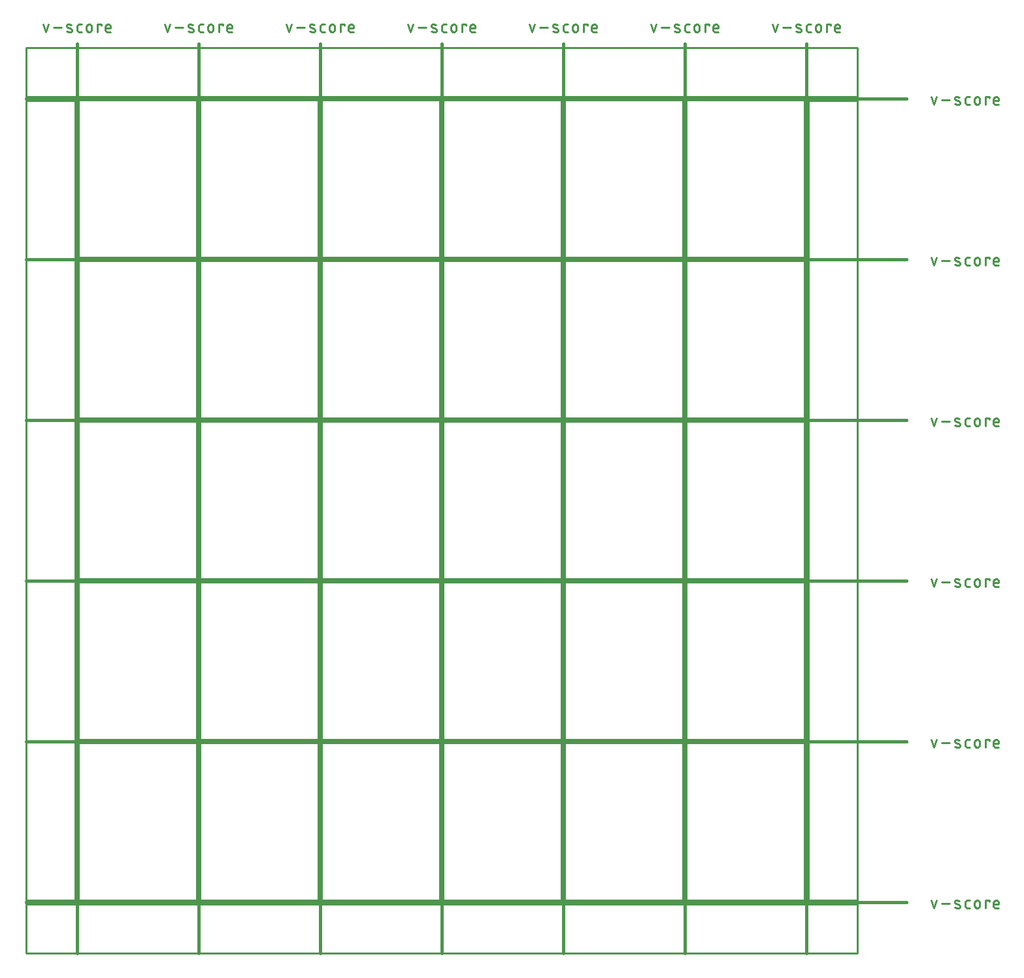
<source format=gko>
G04 EAGLE Gerber RS-274X export*
G75*
%MOMM*%
%FSLAX34Y34*%
%LPD*%
%IN*%
%IPPOS*%
%AMOC8*
5,1,8,0,0,1.08239X$1,22.5*%
G01*
%ADD10C,0.203200*%
%ADD11C,0.381000*%
%ADD12C,0.279400*%
%ADD13C,0.254000*%


D10*
X0Y0D02*
X152400Y0D01*
X152400Y203200D01*
X0Y203200D01*
X0Y0D01*
X157480Y0D02*
X309880Y0D01*
X309880Y203200D01*
X157480Y203200D01*
X157480Y0D01*
X314960Y0D02*
X467360Y0D01*
X467360Y203200D01*
X314960Y203200D01*
X314960Y0D01*
X472440Y0D02*
X624840Y0D01*
X624840Y203200D01*
X472440Y203200D01*
X472440Y0D01*
X629920Y0D02*
X782320Y0D01*
X782320Y203200D01*
X629920Y203200D01*
X629920Y0D01*
X787400Y0D02*
X939800Y0D01*
X939800Y203200D01*
X787400Y203200D01*
X787400Y0D01*
X152400Y208280D02*
X0Y208280D01*
X152400Y208280D02*
X152400Y411480D01*
X0Y411480D01*
X0Y208280D01*
X157480Y208280D02*
X309880Y208280D01*
X309880Y411480D01*
X157480Y411480D01*
X157480Y208280D01*
X314960Y208280D02*
X467360Y208280D01*
X467360Y411480D01*
X314960Y411480D01*
X314960Y208280D01*
X472440Y208280D02*
X624840Y208280D01*
X624840Y411480D01*
X472440Y411480D01*
X472440Y208280D01*
X629920Y208280D02*
X782320Y208280D01*
X782320Y411480D01*
X629920Y411480D01*
X629920Y208280D01*
X787400Y208280D02*
X939800Y208280D01*
X939800Y411480D01*
X787400Y411480D01*
X787400Y208280D01*
X152400Y416560D02*
X0Y416560D01*
X152400Y416560D02*
X152400Y619760D01*
X0Y619760D01*
X0Y416560D01*
X157480Y416560D02*
X309880Y416560D01*
X309880Y619760D01*
X157480Y619760D01*
X157480Y416560D01*
X314960Y416560D02*
X467360Y416560D01*
X467360Y619760D01*
X314960Y619760D01*
X314960Y416560D01*
X472440Y416560D02*
X624840Y416560D01*
X624840Y619760D01*
X472440Y619760D01*
X472440Y416560D01*
X629920Y416560D02*
X782320Y416560D01*
X782320Y619760D01*
X629920Y619760D01*
X629920Y416560D01*
X787400Y416560D02*
X939800Y416560D01*
X939800Y619760D01*
X787400Y619760D01*
X787400Y416560D01*
X152400Y624840D02*
X0Y624840D01*
X152400Y624840D02*
X152400Y828040D01*
X0Y828040D01*
X0Y624840D01*
X157480Y624840D02*
X309880Y624840D01*
X309880Y828040D01*
X157480Y828040D01*
X157480Y624840D01*
X314960Y624840D02*
X467360Y624840D01*
X467360Y828040D01*
X314960Y828040D01*
X314960Y624840D01*
X472440Y624840D02*
X624840Y624840D01*
X624840Y828040D01*
X472440Y828040D01*
X472440Y624840D01*
X629920Y624840D02*
X782320Y624840D01*
X782320Y828040D01*
X629920Y828040D01*
X629920Y624840D01*
X787400Y624840D02*
X939800Y624840D01*
X939800Y828040D01*
X787400Y828040D01*
X787400Y624840D01*
X152400Y833120D02*
X0Y833120D01*
X152400Y833120D02*
X152400Y1036320D01*
X0Y1036320D01*
X0Y833120D01*
X157480Y833120D02*
X309880Y833120D01*
X309880Y1036320D01*
X157480Y1036320D01*
X157480Y833120D01*
X314960Y833120D02*
X467360Y833120D01*
X467360Y1036320D01*
X314960Y1036320D01*
X314960Y833120D01*
X472440Y833120D02*
X624840Y833120D01*
X624840Y1036320D01*
X472440Y1036320D01*
X472440Y833120D01*
X629920Y833120D02*
X782320Y833120D01*
X782320Y1036320D01*
X629920Y1036320D01*
X629920Y833120D01*
X787400Y833120D02*
X939800Y833120D01*
X939800Y1036320D01*
X787400Y1036320D01*
X787400Y833120D01*
D11*
X-2540Y1109980D02*
X-2540Y-68580D01*
D12*
X-42921Y1125347D02*
X-46251Y1135338D01*
X-39590Y1135338D02*
X-42921Y1125347D01*
X-32806Y1131175D02*
X-22815Y1131175D01*
X-14261Y1131175D02*
X-10098Y1129510D01*
X-14261Y1131174D02*
X-14346Y1131210D01*
X-14429Y1131250D01*
X-14510Y1131293D01*
X-14590Y1131340D01*
X-14667Y1131390D01*
X-14743Y1131443D01*
X-14816Y1131499D01*
X-14886Y1131559D01*
X-14954Y1131621D01*
X-15019Y1131686D01*
X-15081Y1131754D01*
X-15141Y1131825D01*
X-15197Y1131898D01*
X-15250Y1131973D01*
X-15300Y1132051D01*
X-15346Y1132130D01*
X-15389Y1132212D01*
X-15429Y1132295D01*
X-15465Y1132380D01*
X-15497Y1132466D01*
X-15526Y1132554D01*
X-15550Y1132643D01*
X-15571Y1132733D01*
X-15588Y1132823D01*
X-15602Y1132914D01*
X-15611Y1133006D01*
X-15616Y1133098D01*
X-15618Y1133190D01*
X-15616Y1133282D01*
X-15609Y1133374D01*
X-15599Y1133466D01*
X-15585Y1133557D01*
X-15567Y1133648D01*
X-15545Y1133737D01*
X-15519Y1133826D01*
X-15489Y1133913D01*
X-15456Y1133999D01*
X-15419Y1134083D01*
X-15379Y1134166D01*
X-15335Y1134247D01*
X-15288Y1134326D01*
X-15237Y1134403D01*
X-15183Y1134478D01*
X-15126Y1134551D01*
X-15066Y1134621D01*
X-15003Y1134688D01*
X-14937Y1134752D01*
X-14869Y1134814D01*
X-14798Y1134873D01*
X-14724Y1134928D01*
X-14648Y1134981D01*
X-14570Y1135030D01*
X-14490Y1135076D01*
X-14409Y1135118D01*
X-14325Y1135157D01*
X-14240Y1135192D01*
X-14153Y1135223D01*
X-14065Y1135251D01*
X-13976Y1135275D01*
X-13886Y1135295D01*
X-13796Y1135312D01*
X-13704Y1135324D01*
X-13612Y1135333D01*
X-13520Y1135337D01*
X-13428Y1135338D01*
X-13201Y1135332D01*
X-12974Y1135321D01*
X-12747Y1135304D01*
X-12521Y1135281D01*
X-12295Y1135254D01*
X-12070Y1135220D01*
X-11846Y1135182D01*
X-11623Y1135138D01*
X-11401Y1135089D01*
X-11180Y1135034D01*
X-10961Y1134974D01*
X-10743Y1134909D01*
X-10527Y1134838D01*
X-10313Y1134763D01*
X-10100Y1134682D01*
X-9890Y1134596D01*
X-9681Y1134505D01*
X-10098Y1129510D02*
X-10013Y1129474D01*
X-9930Y1129434D01*
X-9849Y1129391D01*
X-9769Y1129344D01*
X-9692Y1129294D01*
X-9616Y1129241D01*
X-9543Y1129185D01*
X-9473Y1129125D01*
X-9405Y1129063D01*
X-9340Y1128998D01*
X-9278Y1128930D01*
X-9218Y1128859D01*
X-9162Y1128786D01*
X-9109Y1128711D01*
X-9059Y1128633D01*
X-9013Y1128554D01*
X-8970Y1128472D01*
X-8930Y1128389D01*
X-8894Y1128304D01*
X-8862Y1128218D01*
X-8833Y1128130D01*
X-8809Y1128041D01*
X-8788Y1127951D01*
X-8771Y1127861D01*
X-8757Y1127770D01*
X-8748Y1127678D01*
X-8743Y1127586D01*
X-8741Y1127494D01*
X-8743Y1127402D01*
X-8750Y1127310D01*
X-8760Y1127218D01*
X-8774Y1127127D01*
X-8792Y1127036D01*
X-8814Y1126947D01*
X-8840Y1126858D01*
X-8870Y1126771D01*
X-8903Y1126685D01*
X-8940Y1126601D01*
X-8980Y1126518D01*
X-9024Y1126437D01*
X-9071Y1126358D01*
X-9122Y1126281D01*
X-9176Y1126206D01*
X-9233Y1126133D01*
X-9293Y1126063D01*
X-9356Y1125996D01*
X-9422Y1125932D01*
X-9490Y1125870D01*
X-9561Y1125811D01*
X-9635Y1125756D01*
X-9711Y1125703D01*
X-9789Y1125654D01*
X-9869Y1125608D01*
X-9950Y1125566D01*
X-10034Y1125527D01*
X-10119Y1125492D01*
X-10206Y1125461D01*
X-10294Y1125433D01*
X-10383Y1125409D01*
X-10473Y1125389D01*
X-10563Y1125372D01*
X-10655Y1125360D01*
X-10747Y1125351D01*
X-10839Y1125347D01*
X-10931Y1125346D01*
X-10931Y1125347D02*
X-11265Y1125356D01*
X-11598Y1125373D01*
X-11931Y1125397D01*
X-12264Y1125430D01*
X-12595Y1125470D01*
X-12926Y1125518D01*
X-13255Y1125574D01*
X-13583Y1125637D01*
X-13909Y1125709D01*
X-14233Y1125788D01*
X-14556Y1125874D01*
X-14876Y1125969D01*
X-15194Y1126071D01*
X-15510Y1126180D01*
X562Y1125347D02*
X3892Y1125347D01*
X562Y1125347D02*
X464Y1125349D01*
X366Y1125355D01*
X268Y1125364D01*
X171Y1125378D01*
X75Y1125395D01*
X-21Y1125416D01*
X-116Y1125441D01*
X-210Y1125469D01*
X-303Y1125501D01*
X-394Y1125537D01*
X-484Y1125576D01*
X-572Y1125619D01*
X-659Y1125666D01*
X-743Y1125715D01*
X-826Y1125768D01*
X-906Y1125824D01*
X-985Y1125883D01*
X-1060Y1125946D01*
X-1134Y1126011D01*
X-1204Y1126079D01*
X-1272Y1126149D01*
X-1338Y1126223D01*
X-1400Y1126299D01*
X-1459Y1126377D01*
X-1515Y1126457D01*
X-1568Y1126540D01*
X-1618Y1126624D01*
X-1664Y1126711D01*
X-1707Y1126799D01*
X-1746Y1126889D01*
X-1782Y1126980D01*
X-1814Y1127073D01*
X-1842Y1127167D01*
X-1867Y1127262D01*
X-1888Y1127358D01*
X-1905Y1127454D01*
X-1919Y1127551D01*
X-1928Y1127649D01*
X-1934Y1127747D01*
X-1936Y1127845D01*
X-1936Y1132840D01*
X-1934Y1132938D01*
X-1928Y1133036D01*
X-1919Y1133134D01*
X-1905Y1133231D01*
X-1888Y1133327D01*
X-1867Y1133423D01*
X-1842Y1133518D01*
X-1814Y1133612D01*
X-1782Y1133705D01*
X-1746Y1133796D01*
X-1707Y1133886D01*
X-1664Y1133974D01*
X-1617Y1134061D01*
X-1568Y1134145D01*
X-1515Y1134228D01*
X-1459Y1134308D01*
X-1400Y1134386D01*
X-1337Y1134462D01*
X-1272Y1134536D01*
X-1204Y1134606D01*
X-1134Y1134674D01*
X-1060Y1134739D01*
X-984Y1134802D01*
X-906Y1134861D01*
X-826Y1134917D01*
X-743Y1134970D01*
X-659Y1135019D01*
X-572Y1135066D01*
X-484Y1135109D01*
X-394Y1135148D01*
X-303Y1135184D01*
X-210Y1135216D01*
X-116Y1135244D01*
X-21Y1135269D01*
X75Y1135290D01*
X171Y1135307D01*
X268Y1135321D01*
X366Y1135330D01*
X464Y1135336D01*
X562Y1135338D01*
X3892Y1135338D01*
X10022Y1132007D02*
X10022Y1128677D01*
X10022Y1132007D02*
X10024Y1132121D01*
X10030Y1132234D01*
X10039Y1132348D01*
X10053Y1132460D01*
X10070Y1132573D01*
X10092Y1132685D01*
X10117Y1132795D01*
X10145Y1132905D01*
X10178Y1133014D01*
X10214Y1133122D01*
X10254Y1133229D01*
X10298Y1133334D01*
X10345Y1133437D01*
X10395Y1133539D01*
X10449Y1133639D01*
X10507Y1133737D01*
X10568Y1133833D01*
X10631Y1133927D01*
X10699Y1134019D01*
X10769Y1134109D01*
X10842Y1134195D01*
X10918Y1134280D01*
X10997Y1134362D01*
X11079Y1134441D01*
X11164Y1134517D01*
X11250Y1134590D01*
X11340Y1134660D01*
X11432Y1134728D01*
X11526Y1134791D01*
X11622Y1134852D01*
X11720Y1134910D01*
X11820Y1134964D01*
X11922Y1135014D01*
X12025Y1135061D01*
X12130Y1135105D01*
X12237Y1135145D01*
X12345Y1135181D01*
X12454Y1135214D01*
X12564Y1135242D01*
X12674Y1135267D01*
X12786Y1135289D01*
X12899Y1135306D01*
X13011Y1135320D01*
X13125Y1135329D01*
X13238Y1135335D01*
X13352Y1135337D01*
X13466Y1135335D01*
X13579Y1135329D01*
X13693Y1135320D01*
X13805Y1135306D01*
X13918Y1135289D01*
X14030Y1135267D01*
X14140Y1135242D01*
X14250Y1135214D01*
X14359Y1135181D01*
X14467Y1135145D01*
X14574Y1135105D01*
X14679Y1135061D01*
X14782Y1135014D01*
X14884Y1134964D01*
X14984Y1134910D01*
X15082Y1134852D01*
X15178Y1134791D01*
X15272Y1134728D01*
X15364Y1134660D01*
X15454Y1134590D01*
X15540Y1134517D01*
X15625Y1134441D01*
X15707Y1134362D01*
X15786Y1134280D01*
X15862Y1134195D01*
X15935Y1134109D01*
X16005Y1134019D01*
X16073Y1133927D01*
X16136Y1133833D01*
X16197Y1133737D01*
X16255Y1133639D01*
X16309Y1133539D01*
X16359Y1133437D01*
X16406Y1133334D01*
X16450Y1133229D01*
X16490Y1133122D01*
X16526Y1133014D01*
X16559Y1132905D01*
X16587Y1132795D01*
X16612Y1132685D01*
X16634Y1132573D01*
X16651Y1132460D01*
X16665Y1132348D01*
X16674Y1132234D01*
X16680Y1132121D01*
X16682Y1132007D01*
X16682Y1128677D01*
X16680Y1128563D01*
X16674Y1128450D01*
X16665Y1128336D01*
X16651Y1128224D01*
X16634Y1128111D01*
X16612Y1127999D01*
X16587Y1127889D01*
X16559Y1127779D01*
X16526Y1127670D01*
X16490Y1127562D01*
X16450Y1127455D01*
X16406Y1127350D01*
X16359Y1127247D01*
X16309Y1127145D01*
X16255Y1127045D01*
X16197Y1126947D01*
X16136Y1126851D01*
X16073Y1126757D01*
X16005Y1126665D01*
X15935Y1126575D01*
X15862Y1126489D01*
X15786Y1126404D01*
X15707Y1126322D01*
X15625Y1126243D01*
X15540Y1126167D01*
X15454Y1126094D01*
X15364Y1126024D01*
X15272Y1125956D01*
X15178Y1125893D01*
X15082Y1125832D01*
X14984Y1125774D01*
X14884Y1125720D01*
X14782Y1125670D01*
X14679Y1125623D01*
X14574Y1125579D01*
X14467Y1125539D01*
X14359Y1125503D01*
X14250Y1125470D01*
X14140Y1125442D01*
X14030Y1125417D01*
X13918Y1125395D01*
X13805Y1125378D01*
X13693Y1125364D01*
X13579Y1125355D01*
X13466Y1125349D01*
X13352Y1125347D01*
X13238Y1125349D01*
X13125Y1125355D01*
X13011Y1125364D01*
X12899Y1125378D01*
X12786Y1125395D01*
X12674Y1125417D01*
X12564Y1125442D01*
X12454Y1125470D01*
X12345Y1125503D01*
X12237Y1125539D01*
X12130Y1125579D01*
X12025Y1125623D01*
X11922Y1125670D01*
X11820Y1125720D01*
X11720Y1125774D01*
X11622Y1125832D01*
X11526Y1125893D01*
X11432Y1125956D01*
X11340Y1126024D01*
X11250Y1126094D01*
X11164Y1126167D01*
X11079Y1126243D01*
X10997Y1126322D01*
X10918Y1126404D01*
X10842Y1126489D01*
X10769Y1126575D01*
X10699Y1126665D01*
X10631Y1126757D01*
X10568Y1126851D01*
X10507Y1126947D01*
X10449Y1127045D01*
X10395Y1127145D01*
X10345Y1127247D01*
X10298Y1127350D01*
X10254Y1127455D01*
X10214Y1127562D01*
X10178Y1127670D01*
X10145Y1127779D01*
X10117Y1127889D01*
X10092Y1127999D01*
X10070Y1128111D01*
X10053Y1128224D01*
X10039Y1128336D01*
X10030Y1128450D01*
X10024Y1128563D01*
X10022Y1128677D01*
X24218Y1125347D02*
X24218Y1135338D01*
X29213Y1135338D01*
X29213Y1133673D01*
X37008Y1125347D02*
X41171Y1125347D01*
X37008Y1125347D02*
X36910Y1125349D01*
X36812Y1125355D01*
X36714Y1125364D01*
X36617Y1125378D01*
X36521Y1125395D01*
X36425Y1125416D01*
X36330Y1125441D01*
X36236Y1125469D01*
X36143Y1125501D01*
X36052Y1125537D01*
X35962Y1125576D01*
X35874Y1125619D01*
X35787Y1125666D01*
X35703Y1125715D01*
X35620Y1125768D01*
X35540Y1125824D01*
X35462Y1125883D01*
X35386Y1125946D01*
X35312Y1126011D01*
X35242Y1126079D01*
X35174Y1126149D01*
X35109Y1126223D01*
X35046Y1126299D01*
X34987Y1126377D01*
X34931Y1126457D01*
X34878Y1126540D01*
X34829Y1126624D01*
X34782Y1126711D01*
X34739Y1126799D01*
X34700Y1126889D01*
X34664Y1126980D01*
X34632Y1127073D01*
X34604Y1127167D01*
X34579Y1127262D01*
X34558Y1127358D01*
X34541Y1127454D01*
X34527Y1127551D01*
X34518Y1127649D01*
X34512Y1127747D01*
X34510Y1127845D01*
X34510Y1132007D01*
X34511Y1132007D02*
X34513Y1132121D01*
X34519Y1132234D01*
X34528Y1132348D01*
X34542Y1132460D01*
X34559Y1132573D01*
X34581Y1132685D01*
X34606Y1132795D01*
X34634Y1132905D01*
X34667Y1133014D01*
X34703Y1133122D01*
X34743Y1133229D01*
X34787Y1133334D01*
X34834Y1133437D01*
X34884Y1133539D01*
X34938Y1133639D01*
X34996Y1133737D01*
X35057Y1133833D01*
X35120Y1133927D01*
X35188Y1134019D01*
X35258Y1134109D01*
X35331Y1134195D01*
X35407Y1134280D01*
X35486Y1134362D01*
X35568Y1134441D01*
X35653Y1134517D01*
X35739Y1134590D01*
X35829Y1134660D01*
X35921Y1134728D01*
X36015Y1134791D01*
X36111Y1134852D01*
X36209Y1134910D01*
X36309Y1134964D01*
X36411Y1135014D01*
X36514Y1135061D01*
X36619Y1135105D01*
X36726Y1135145D01*
X36834Y1135181D01*
X36943Y1135214D01*
X37053Y1135242D01*
X37163Y1135267D01*
X37275Y1135289D01*
X37388Y1135306D01*
X37500Y1135320D01*
X37614Y1135329D01*
X37727Y1135335D01*
X37841Y1135337D01*
X37955Y1135335D01*
X38068Y1135329D01*
X38182Y1135320D01*
X38294Y1135306D01*
X38407Y1135289D01*
X38519Y1135267D01*
X38629Y1135242D01*
X38739Y1135214D01*
X38848Y1135181D01*
X38956Y1135145D01*
X39063Y1135105D01*
X39168Y1135061D01*
X39271Y1135014D01*
X39373Y1134964D01*
X39473Y1134910D01*
X39571Y1134852D01*
X39667Y1134791D01*
X39761Y1134728D01*
X39853Y1134660D01*
X39943Y1134590D01*
X40029Y1134517D01*
X40114Y1134441D01*
X40196Y1134362D01*
X40275Y1134280D01*
X40351Y1134195D01*
X40424Y1134109D01*
X40494Y1134019D01*
X40562Y1133927D01*
X40625Y1133833D01*
X40686Y1133737D01*
X40744Y1133639D01*
X40798Y1133539D01*
X40848Y1133437D01*
X40895Y1133334D01*
X40939Y1133229D01*
X40979Y1133122D01*
X41015Y1133014D01*
X41048Y1132905D01*
X41076Y1132795D01*
X41101Y1132685D01*
X41123Y1132573D01*
X41140Y1132460D01*
X41154Y1132348D01*
X41163Y1132234D01*
X41169Y1132121D01*
X41171Y1132007D01*
X41171Y1130342D01*
X34510Y1130342D01*
D11*
X154940Y1109980D02*
X154940Y-68580D01*
D12*
X114559Y1125347D02*
X111229Y1135338D01*
X117890Y1135338D02*
X114559Y1125347D01*
X124674Y1131175D02*
X134665Y1131175D01*
X143219Y1131175D02*
X147382Y1129510D01*
X143219Y1131174D02*
X143134Y1131210D01*
X143051Y1131250D01*
X142970Y1131293D01*
X142890Y1131340D01*
X142813Y1131390D01*
X142737Y1131443D01*
X142664Y1131499D01*
X142594Y1131559D01*
X142526Y1131621D01*
X142461Y1131686D01*
X142399Y1131754D01*
X142339Y1131825D01*
X142283Y1131898D01*
X142230Y1131973D01*
X142180Y1132051D01*
X142134Y1132130D01*
X142091Y1132212D01*
X142051Y1132295D01*
X142015Y1132380D01*
X141983Y1132466D01*
X141954Y1132554D01*
X141930Y1132643D01*
X141909Y1132733D01*
X141892Y1132823D01*
X141878Y1132914D01*
X141869Y1133006D01*
X141864Y1133098D01*
X141862Y1133190D01*
X141864Y1133282D01*
X141871Y1133374D01*
X141881Y1133466D01*
X141895Y1133557D01*
X141913Y1133648D01*
X141935Y1133737D01*
X141961Y1133826D01*
X141991Y1133913D01*
X142024Y1133999D01*
X142061Y1134083D01*
X142101Y1134166D01*
X142145Y1134247D01*
X142192Y1134326D01*
X142243Y1134403D01*
X142297Y1134478D01*
X142354Y1134551D01*
X142414Y1134621D01*
X142477Y1134688D01*
X142543Y1134752D01*
X142611Y1134814D01*
X142682Y1134873D01*
X142756Y1134928D01*
X142832Y1134981D01*
X142910Y1135030D01*
X142990Y1135076D01*
X143071Y1135118D01*
X143155Y1135157D01*
X143240Y1135192D01*
X143327Y1135223D01*
X143415Y1135251D01*
X143504Y1135275D01*
X143594Y1135295D01*
X143684Y1135312D01*
X143776Y1135324D01*
X143868Y1135333D01*
X143960Y1135337D01*
X144052Y1135338D01*
X144279Y1135332D01*
X144506Y1135321D01*
X144733Y1135304D01*
X144959Y1135281D01*
X145185Y1135254D01*
X145410Y1135220D01*
X145634Y1135182D01*
X145857Y1135138D01*
X146079Y1135089D01*
X146300Y1135034D01*
X146519Y1134974D01*
X146737Y1134909D01*
X146953Y1134838D01*
X147167Y1134763D01*
X147380Y1134682D01*
X147590Y1134596D01*
X147799Y1134505D01*
X147382Y1129510D02*
X147467Y1129474D01*
X147550Y1129434D01*
X147631Y1129391D01*
X147711Y1129344D01*
X147788Y1129294D01*
X147864Y1129241D01*
X147937Y1129185D01*
X148007Y1129125D01*
X148075Y1129063D01*
X148140Y1128998D01*
X148202Y1128930D01*
X148262Y1128859D01*
X148318Y1128786D01*
X148371Y1128711D01*
X148421Y1128633D01*
X148467Y1128554D01*
X148510Y1128472D01*
X148550Y1128389D01*
X148586Y1128304D01*
X148618Y1128218D01*
X148647Y1128130D01*
X148671Y1128041D01*
X148692Y1127951D01*
X148709Y1127861D01*
X148723Y1127770D01*
X148732Y1127678D01*
X148737Y1127586D01*
X148739Y1127494D01*
X148737Y1127402D01*
X148730Y1127310D01*
X148720Y1127218D01*
X148706Y1127127D01*
X148688Y1127036D01*
X148666Y1126947D01*
X148640Y1126858D01*
X148610Y1126771D01*
X148577Y1126685D01*
X148540Y1126601D01*
X148500Y1126518D01*
X148456Y1126437D01*
X148409Y1126358D01*
X148358Y1126281D01*
X148304Y1126206D01*
X148247Y1126133D01*
X148187Y1126063D01*
X148124Y1125996D01*
X148058Y1125932D01*
X147990Y1125870D01*
X147919Y1125811D01*
X147845Y1125756D01*
X147769Y1125703D01*
X147691Y1125654D01*
X147611Y1125608D01*
X147530Y1125566D01*
X147446Y1125527D01*
X147361Y1125492D01*
X147274Y1125461D01*
X147186Y1125433D01*
X147097Y1125409D01*
X147007Y1125389D01*
X146917Y1125372D01*
X146825Y1125360D01*
X146733Y1125351D01*
X146641Y1125347D01*
X146549Y1125346D01*
X146549Y1125347D02*
X146215Y1125356D01*
X145882Y1125373D01*
X145549Y1125397D01*
X145216Y1125430D01*
X144885Y1125470D01*
X144554Y1125518D01*
X144225Y1125574D01*
X143897Y1125637D01*
X143571Y1125709D01*
X143247Y1125788D01*
X142924Y1125874D01*
X142604Y1125969D01*
X142286Y1126071D01*
X141970Y1126180D01*
X158042Y1125347D02*
X161372Y1125347D01*
X158042Y1125347D02*
X157944Y1125349D01*
X157846Y1125355D01*
X157748Y1125364D01*
X157651Y1125378D01*
X157555Y1125395D01*
X157459Y1125416D01*
X157364Y1125441D01*
X157270Y1125469D01*
X157177Y1125501D01*
X157086Y1125537D01*
X156996Y1125576D01*
X156908Y1125619D01*
X156821Y1125666D01*
X156737Y1125715D01*
X156654Y1125768D01*
X156574Y1125824D01*
X156496Y1125883D01*
X156420Y1125946D01*
X156346Y1126011D01*
X156276Y1126079D01*
X156208Y1126149D01*
X156143Y1126223D01*
X156080Y1126299D01*
X156021Y1126377D01*
X155965Y1126457D01*
X155912Y1126540D01*
X155863Y1126624D01*
X155816Y1126711D01*
X155773Y1126799D01*
X155734Y1126889D01*
X155698Y1126980D01*
X155666Y1127073D01*
X155638Y1127167D01*
X155613Y1127262D01*
X155592Y1127358D01*
X155575Y1127454D01*
X155561Y1127551D01*
X155552Y1127649D01*
X155546Y1127747D01*
X155544Y1127845D01*
X155544Y1132840D01*
X155546Y1132938D01*
X155552Y1133036D01*
X155561Y1133134D01*
X155575Y1133231D01*
X155592Y1133327D01*
X155613Y1133423D01*
X155638Y1133518D01*
X155666Y1133612D01*
X155698Y1133705D01*
X155734Y1133796D01*
X155773Y1133886D01*
X155816Y1133974D01*
X155863Y1134061D01*
X155912Y1134145D01*
X155965Y1134228D01*
X156021Y1134308D01*
X156080Y1134387D01*
X156143Y1134462D01*
X156208Y1134536D01*
X156276Y1134606D01*
X156346Y1134674D01*
X156420Y1134740D01*
X156496Y1134802D01*
X156574Y1134861D01*
X156654Y1134917D01*
X156737Y1134970D01*
X156821Y1135020D01*
X156908Y1135066D01*
X156996Y1135109D01*
X157086Y1135148D01*
X157177Y1135184D01*
X157270Y1135216D01*
X157364Y1135244D01*
X157459Y1135269D01*
X157555Y1135290D01*
X157651Y1135307D01*
X157748Y1135321D01*
X157846Y1135330D01*
X157944Y1135336D01*
X158042Y1135338D01*
X161372Y1135338D01*
X167502Y1132007D02*
X167502Y1128677D01*
X167502Y1132007D02*
X167504Y1132121D01*
X167510Y1132234D01*
X167519Y1132348D01*
X167533Y1132460D01*
X167550Y1132573D01*
X167572Y1132685D01*
X167597Y1132795D01*
X167625Y1132905D01*
X167658Y1133014D01*
X167694Y1133122D01*
X167734Y1133229D01*
X167778Y1133334D01*
X167825Y1133437D01*
X167875Y1133539D01*
X167929Y1133639D01*
X167987Y1133737D01*
X168048Y1133833D01*
X168111Y1133927D01*
X168179Y1134019D01*
X168249Y1134109D01*
X168322Y1134195D01*
X168398Y1134280D01*
X168477Y1134362D01*
X168559Y1134441D01*
X168644Y1134517D01*
X168730Y1134590D01*
X168820Y1134660D01*
X168912Y1134728D01*
X169006Y1134791D01*
X169102Y1134852D01*
X169200Y1134910D01*
X169300Y1134964D01*
X169402Y1135014D01*
X169505Y1135061D01*
X169610Y1135105D01*
X169717Y1135145D01*
X169825Y1135181D01*
X169934Y1135214D01*
X170044Y1135242D01*
X170154Y1135267D01*
X170266Y1135289D01*
X170379Y1135306D01*
X170491Y1135320D01*
X170605Y1135329D01*
X170718Y1135335D01*
X170832Y1135337D01*
X170946Y1135335D01*
X171059Y1135329D01*
X171173Y1135320D01*
X171285Y1135306D01*
X171398Y1135289D01*
X171510Y1135267D01*
X171620Y1135242D01*
X171730Y1135214D01*
X171839Y1135181D01*
X171947Y1135145D01*
X172054Y1135105D01*
X172159Y1135061D01*
X172262Y1135014D01*
X172364Y1134964D01*
X172464Y1134910D01*
X172562Y1134852D01*
X172658Y1134791D01*
X172752Y1134728D01*
X172844Y1134660D01*
X172934Y1134590D01*
X173020Y1134517D01*
X173105Y1134441D01*
X173187Y1134362D01*
X173266Y1134280D01*
X173342Y1134195D01*
X173415Y1134109D01*
X173485Y1134019D01*
X173553Y1133927D01*
X173616Y1133833D01*
X173677Y1133737D01*
X173735Y1133639D01*
X173789Y1133539D01*
X173839Y1133437D01*
X173886Y1133334D01*
X173930Y1133229D01*
X173970Y1133122D01*
X174006Y1133014D01*
X174039Y1132905D01*
X174067Y1132795D01*
X174092Y1132685D01*
X174114Y1132573D01*
X174131Y1132460D01*
X174145Y1132348D01*
X174154Y1132234D01*
X174160Y1132121D01*
X174162Y1132007D01*
X174162Y1128677D01*
X174160Y1128563D01*
X174154Y1128450D01*
X174145Y1128336D01*
X174131Y1128224D01*
X174114Y1128111D01*
X174092Y1127999D01*
X174067Y1127889D01*
X174039Y1127779D01*
X174006Y1127670D01*
X173970Y1127562D01*
X173930Y1127455D01*
X173886Y1127350D01*
X173839Y1127247D01*
X173789Y1127145D01*
X173735Y1127045D01*
X173677Y1126947D01*
X173616Y1126851D01*
X173553Y1126757D01*
X173485Y1126665D01*
X173415Y1126575D01*
X173342Y1126489D01*
X173266Y1126404D01*
X173187Y1126322D01*
X173105Y1126243D01*
X173020Y1126167D01*
X172934Y1126094D01*
X172844Y1126024D01*
X172752Y1125956D01*
X172658Y1125893D01*
X172562Y1125832D01*
X172464Y1125774D01*
X172364Y1125720D01*
X172262Y1125670D01*
X172159Y1125623D01*
X172054Y1125579D01*
X171947Y1125539D01*
X171839Y1125503D01*
X171730Y1125470D01*
X171620Y1125442D01*
X171510Y1125417D01*
X171398Y1125395D01*
X171285Y1125378D01*
X171173Y1125364D01*
X171059Y1125355D01*
X170946Y1125349D01*
X170832Y1125347D01*
X170718Y1125349D01*
X170605Y1125355D01*
X170491Y1125364D01*
X170379Y1125378D01*
X170266Y1125395D01*
X170154Y1125417D01*
X170044Y1125442D01*
X169934Y1125470D01*
X169825Y1125503D01*
X169717Y1125539D01*
X169610Y1125579D01*
X169505Y1125623D01*
X169402Y1125670D01*
X169300Y1125720D01*
X169200Y1125774D01*
X169102Y1125832D01*
X169006Y1125893D01*
X168912Y1125956D01*
X168820Y1126024D01*
X168730Y1126094D01*
X168644Y1126167D01*
X168559Y1126243D01*
X168477Y1126322D01*
X168398Y1126404D01*
X168322Y1126489D01*
X168249Y1126575D01*
X168179Y1126665D01*
X168111Y1126757D01*
X168048Y1126851D01*
X167987Y1126947D01*
X167929Y1127045D01*
X167875Y1127145D01*
X167825Y1127247D01*
X167778Y1127350D01*
X167734Y1127455D01*
X167694Y1127562D01*
X167658Y1127670D01*
X167625Y1127779D01*
X167597Y1127889D01*
X167572Y1127999D01*
X167550Y1128111D01*
X167533Y1128224D01*
X167519Y1128336D01*
X167510Y1128450D01*
X167504Y1128563D01*
X167502Y1128677D01*
X181698Y1125347D02*
X181698Y1135338D01*
X186693Y1135338D01*
X186693Y1133673D01*
X194488Y1125347D02*
X198651Y1125347D01*
X194488Y1125347D02*
X194390Y1125349D01*
X194292Y1125355D01*
X194194Y1125364D01*
X194097Y1125378D01*
X194001Y1125395D01*
X193905Y1125416D01*
X193810Y1125441D01*
X193716Y1125469D01*
X193623Y1125501D01*
X193532Y1125537D01*
X193442Y1125576D01*
X193354Y1125619D01*
X193267Y1125666D01*
X193183Y1125715D01*
X193100Y1125768D01*
X193020Y1125824D01*
X192942Y1125883D01*
X192866Y1125946D01*
X192792Y1126011D01*
X192722Y1126079D01*
X192654Y1126149D01*
X192589Y1126223D01*
X192526Y1126299D01*
X192467Y1126377D01*
X192411Y1126457D01*
X192358Y1126540D01*
X192309Y1126624D01*
X192262Y1126711D01*
X192219Y1126799D01*
X192180Y1126889D01*
X192144Y1126980D01*
X192112Y1127073D01*
X192084Y1127167D01*
X192059Y1127262D01*
X192038Y1127358D01*
X192021Y1127454D01*
X192007Y1127551D01*
X191998Y1127649D01*
X191992Y1127747D01*
X191990Y1127845D01*
X191990Y1132007D01*
X191991Y1132007D02*
X191993Y1132121D01*
X191999Y1132234D01*
X192008Y1132348D01*
X192022Y1132460D01*
X192039Y1132573D01*
X192061Y1132685D01*
X192086Y1132795D01*
X192114Y1132905D01*
X192147Y1133014D01*
X192183Y1133122D01*
X192223Y1133229D01*
X192267Y1133334D01*
X192314Y1133437D01*
X192364Y1133539D01*
X192418Y1133639D01*
X192476Y1133737D01*
X192537Y1133833D01*
X192600Y1133927D01*
X192668Y1134019D01*
X192738Y1134109D01*
X192811Y1134195D01*
X192887Y1134280D01*
X192966Y1134362D01*
X193048Y1134441D01*
X193133Y1134517D01*
X193219Y1134590D01*
X193309Y1134660D01*
X193401Y1134728D01*
X193495Y1134791D01*
X193591Y1134852D01*
X193689Y1134910D01*
X193789Y1134964D01*
X193891Y1135014D01*
X193994Y1135061D01*
X194099Y1135105D01*
X194206Y1135145D01*
X194314Y1135181D01*
X194423Y1135214D01*
X194533Y1135242D01*
X194643Y1135267D01*
X194755Y1135289D01*
X194868Y1135306D01*
X194980Y1135320D01*
X195094Y1135329D01*
X195207Y1135335D01*
X195321Y1135337D01*
X195435Y1135335D01*
X195548Y1135329D01*
X195662Y1135320D01*
X195774Y1135306D01*
X195887Y1135289D01*
X195999Y1135267D01*
X196109Y1135242D01*
X196219Y1135214D01*
X196328Y1135181D01*
X196436Y1135145D01*
X196543Y1135105D01*
X196648Y1135061D01*
X196751Y1135014D01*
X196853Y1134964D01*
X196953Y1134910D01*
X197051Y1134852D01*
X197147Y1134791D01*
X197241Y1134728D01*
X197333Y1134660D01*
X197423Y1134590D01*
X197509Y1134517D01*
X197594Y1134441D01*
X197676Y1134362D01*
X197755Y1134280D01*
X197831Y1134195D01*
X197904Y1134109D01*
X197974Y1134019D01*
X198042Y1133927D01*
X198105Y1133833D01*
X198166Y1133737D01*
X198224Y1133639D01*
X198278Y1133539D01*
X198328Y1133437D01*
X198375Y1133334D01*
X198419Y1133229D01*
X198459Y1133122D01*
X198495Y1133014D01*
X198528Y1132905D01*
X198556Y1132795D01*
X198581Y1132685D01*
X198603Y1132573D01*
X198620Y1132460D01*
X198634Y1132348D01*
X198643Y1132234D01*
X198649Y1132121D01*
X198651Y1132007D01*
X198651Y1130342D01*
X191990Y1130342D01*
D11*
X312420Y1109980D02*
X312420Y-68580D01*
D12*
X272039Y1125347D02*
X268709Y1135338D01*
X275370Y1135338D02*
X272039Y1125347D01*
X282154Y1131175D02*
X292145Y1131175D01*
X300699Y1131175D02*
X304862Y1129510D01*
X300699Y1131174D02*
X300614Y1131210D01*
X300531Y1131250D01*
X300450Y1131293D01*
X300370Y1131340D01*
X300293Y1131390D01*
X300217Y1131443D01*
X300144Y1131499D01*
X300074Y1131559D01*
X300006Y1131621D01*
X299941Y1131686D01*
X299879Y1131754D01*
X299819Y1131825D01*
X299763Y1131898D01*
X299710Y1131973D01*
X299660Y1132051D01*
X299614Y1132130D01*
X299571Y1132212D01*
X299531Y1132295D01*
X299495Y1132380D01*
X299463Y1132466D01*
X299434Y1132554D01*
X299410Y1132643D01*
X299389Y1132733D01*
X299372Y1132823D01*
X299358Y1132914D01*
X299349Y1133006D01*
X299344Y1133098D01*
X299342Y1133190D01*
X299344Y1133282D01*
X299351Y1133374D01*
X299361Y1133466D01*
X299375Y1133557D01*
X299393Y1133648D01*
X299415Y1133737D01*
X299441Y1133826D01*
X299471Y1133913D01*
X299504Y1133999D01*
X299541Y1134083D01*
X299581Y1134166D01*
X299625Y1134247D01*
X299672Y1134326D01*
X299723Y1134403D01*
X299777Y1134478D01*
X299834Y1134551D01*
X299894Y1134621D01*
X299957Y1134688D01*
X300023Y1134752D01*
X300091Y1134814D01*
X300162Y1134873D01*
X300236Y1134928D01*
X300312Y1134981D01*
X300390Y1135030D01*
X300470Y1135076D01*
X300551Y1135118D01*
X300635Y1135157D01*
X300720Y1135192D01*
X300807Y1135223D01*
X300895Y1135251D01*
X300984Y1135275D01*
X301074Y1135295D01*
X301164Y1135312D01*
X301256Y1135324D01*
X301348Y1135333D01*
X301440Y1135337D01*
X301532Y1135338D01*
X301759Y1135332D01*
X301986Y1135321D01*
X302213Y1135304D01*
X302439Y1135281D01*
X302665Y1135254D01*
X302890Y1135220D01*
X303114Y1135182D01*
X303337Y1135138D01*
X303559Y1135089D01*
X303780Y1135034D01*
X303999Y1134974D01*
X304217Y1134909D01*
X304433Y1134838D01*
X304647Y1134763D01*
X304860Y1134682D01*
X305070Y1134596D01*
X305279Y1134505D01*
X304862Y1129510D02*
X304947Y1129474D01*
X305030Y1129434D01*
X305111Y1129391D01*
X305191Y1129344D01*
X305268Y1129294D01*
X305344Y1129241D01*
X305417Y1129185D01*
X305487Y1129125D01*
X305555Y1129063D01*
X305620Y1128998D01*
X305682Y1128930D01*
X305742Y1128859D01*
X305798Y1128786D01*
X305851Y1128711D01*
X305901Y1128633D01*
X305947Y1128554D01*
X305990Y1128472D01*
X306030Y1128389D01*
X306066Y1128304D01*
X306098Y1128218D01*
X306127Y1128130D01*
X306151Y1128041D01*
X306172Y1127951D01*
X306189Y1127861D01*
X306203Y1127770D01*
X306212Y1127678D01*
X306217Y1127586D01*
X306219Y1127494D01*
X306217Y1127402D01*
X306210Y1127310D01*
X306200Y1127218D01*
X306186Y1127127D01*
X306168Y1127036D01*
X306146Y1126947D01*
X306120Y1126858D01*
X306090Y1126771D01*
X306057Y1126685D01*
X306020Y1126601D01*
X305980Y1126518D01*
X305936Y1126437D01*
X305889Y1126358D01*
X305838Y1126281D01*
X305784Y1126206D01*
X305727Y1126133D01*
X305667Y1126063D01*
X305604Y1125996D01*
X305538Y1125932D01*
X305470Y1125870D01*
X305399Y1125811D01*
X305325Y1125756D01*
X305249Y1125703D01*
X305171Y1125654D01*
X305091Y1125608D01*
X305010Y1125566D01*
X304926Y1125527D01*
X304841Y1125492D01*
X304754Y1125461D01*
X304666Y1125433D01*
X304577Y1125409D01*
X304487Y1125389D01*
X304397Y1125372D01*
X304305Y1125360D01*
X304213Y1125351D01*
X304121Y1125347D01*
X304029Y1125346D01*
X304029Y1125347D02*
X303695Y1125356D01*
X303362Y1125373D01*
X303029Y1125397D01*
X302696Y1125430D01*
X302365Y1125470D01*
X302034Y1125518D01*
X301705Y1125574D01*
X301377Y1125637D01*
X301051Y1125709D01*
X300727Y1125788D01*
X300404Y1125874D01*
X300084Y1125969D01*
X299766Y1126071D01*
X299450Y1126180D01*
X315522Y1125347D02*
X318852Y1125347D01*
X315522Y1125347D02*
X315424Y1125349D01*
X315326Y1125355D01*
X315228Y1125364D01*
X315131Y1125378D01*
X315035Y1125395D01*
X314939Y1125416D01*
X314844Y1125441D01*
X314750Y1125469D01*
X314657Y1125501D01*
X314566Y1125537D01*
X314476Y1125576D01*
X314388Y1125619D01*
X314301Y1125666D01*
X314217Y1125715D01*
X314134Y1125768D01*
X314054Y1125824D01*
X313976Y1125883D01*
X313900Y1125946D01*
X313826Y1126011D01*
X313756Y1126079D01*
X313688Y1126149D01*
X313623Y1126223D01*
X313560Y1126299D01*
X313501Y1126377D01*
X313445Y1126457D01*
X313392Y1126540D01*
X313343Y1126624D01*
X313296Y1126711D01*
X313253Y1126799D01*
X313214Y1126889D01*
X313178Y1126980D01*
X313146Y1127073D01*
X313118Y1127167D01*
X313093Y1127262D01*
X313072Y1127358D01*
X313055Y1127454D01*
X313041Y1127551D01*
X313032Y1127649D01*
X313026Y1127747D01*
X313024Y1127845D01*
X313024Y1132840D01*
X313026Y1132938D01*
X313032Y1133036D01*
X313041Y1133134D01*
X313055Y1133231D01*
X313072Y1133327D01*
X313093Y1133423D01*
X313118Y1133518D01*
X313146Y1133612D01*
X313178Y1133705D01*
X313214Y1133796D01*
X313253Y1133886D01*
X313296Y1133974D01*
X313343Y1134061D01*
X313392Y1134145D01*
X313445Y1134228D01*
X313501Y1134308D01*
X313560Y1134387D01*
X313623Y1134462D01*
X313688Y1134536D01*
X313756Y1134606D01*
X313826Y1134674D01*
X313900Y1134740D01*
X313976Y1134802D01*
X314054Y1134861D01*
X314134Y1134917D01*
X314217Y1134970D01*
X314301Y1135020D01*
X314388Y1135066D01*
X314476Y1135109D01*
X314566Y1135148D01*
X314657Y1135184D01*
X314750Y1135216D01*
X314844Y1135244D01*
X314939Y1135269D01*
X315035Y1135290D01*
X315131Y1135307D01*
X315228Y1135321D01*
X315326Y1135330D01*
X315424Y1135336D01*
X315522Y1135338D01*
X318852Y1135338D01*
X324982Y1132007D02*
X324982Y1128677D01*
X324982Y1132007D02*
X324984Y1132121D01*
X324990Y1132234D01*
X324999Y1132348D01*
X325013Y1132460D01*
X325030Y1132573D01*
X325052Y1132685D01*
X325077Y1132795D01*
X325105Y1132905D01*
X325138Y1133014D01*
X325174Y1133122D01*
X325214Y1133229D01*
X325258Y1133334D01*
X325305Y1133437D01*
X325355Y1133539D01*
X325409Y1133639D01*
X325467Y1133737D01*
X325528Y1133833D01*
X325591Y1133927D01*
X325659Y1134019D01*
X325729Y1134109D01*
X325802Y1134195D01*
X325878Y1134280D01*
X325957Y1134362D01*
X326039Y1134441D01*
X326124Y1134517D01*
X326210Y1134590D01*
X326300Y1134660D01*
X326392Y1134728D01*
X326486Y1134791D01*
X326582Y1134852D01*
X326680Y1134910D01*
X326780Y1134964D01*
X326882Y1135014D01*
X326985Y1135061D01*
X327090Y1135105D01*
X327197Y1135145D01*
X327305Y1135181D01*
X327414Y1135214D01*
X327524Y1135242D01*
X327634Y1135267D01*
X327746Y1135289D01*
X327859Y1135306D01*
X327971Y1135320D01*
X328085Y1135329D01*
X328198Y1135335D01*
X328312Y1135337D01*
X328426Y1135335D01*
X328539Y1135329D01*
X328653Y1135320D01*
X328765Y1135306D01*
X328878Y1135289D01*
X328990Y1135267D01*
X329100Y1135242D01*
X329210Y1135214D01*
X329319Y1135181D01*
X329427Y1135145D01*
X329534Y1135105D01*
X329639Y1135061D01*
X329742Y1135014D01*
X329844Y1134964D01*
X329944Y1134910D01*
X330042Y1134852D01*
X330138Y1134791D01*
X330232Y1134728D01*
X330324Y1134660D01*
X330414Y1134590D01*
X330500Y1134517D01*
X330585Y1134441D01*
X330667Y1134362D01*
X330746Y1134280D01*
X330822Y1134195D01*
X330895Y1134109D01*
X330965Y1134019D01*
X331033Y1133927D01*
X331096Y1133833D01*
X331157Y1133737D01*
X331215Y1133639D01*
X331269Y1133539D01*
X331319Y1133437D01*
X331366Y1133334D01*
X331410Y1133229D01*
X331450Y1133122D01*
X331486Y1133014D01*
X331519Y1132905D01*
X331547Y1132795D01*
X331572Y1132685D01*
X331594Y1132573D01*
X331611Y1132460D01*
X331625Y1132348D01*
X331634Y1132234D01*
X331640Y1132121D01*
X331642Y1132007D01*
X331642Y1128677D01*
X331640Y1128563D01*
X331634Y1128450D01*
X331625Y1128336D01*
X331611Y1128224D01*
X331594Y1128111D01*
X331572Y1127999D01*
X331547Y1127889D01*
X331519Y1127779D01*
X331486Y1127670D01*
X331450Y1127562D01*
X331410Y1127455D01*
X331366Y1127350D01*
X331319Y1127247D01*
X331269Y1127145D01*
X331215Y1127045D01*
X331157Y1126947D01*
X331096Y1126851D01*
X331033Y1126757D01*
X330965Y1126665D01*
X330895Y1126575D01*
X330822Y1126489D01*
X330746Y1126404D01*
X330667Y1126322D01*
X330585Y1126243D01*
X330500Y1126167D01*
X330414Y1126094D01*
X330324Y1126024D01*
X330232Y1125956D01*
X330138Y1125893D01*
X330042Y1125832D01*
X329944Y1125774D01*
X329844Y1125720D01*
X329742Y1125670D01*
X329639Y1125623D01*
X329534Y1125579D01*
X329427Y1125539D01*
X329319Y1125503D01*
X329210Y1125470D01*
X329100Y1125442D01*
X328990Y1125417D01*
X328878Y1125395D01*
X328765Y1125378D01*
X328653Y1125364D01*
X328539Y1125355D01*
X328426Y1125349D01*
X328312Y1125347D01*
X328198Y1125349D01*
X328085Y1125355D01*
X327971Y1125364D01*
X327859Y1125378D01*
X327746Y1125395D01*
X327634Y1125417D01*
X327524Y1125442D01*
X327414Y1125470D01*
X327305Y1125503D01*
X327197Y1125539D01*
X327090Y1125579D01*
X326985Y1125623D01*
X326882Y1125670D01*
X326780Y1125720D01*
X326680Y1125774D01*
X326582Y1125832D01*
X326486Y1125893D01*
X326392Y1125956D01*
X326300Y1126024D01*
X326210Y1126094D01*
X326124Y1126167D01*
X326039Y1126243D01*
X325957Y1126322D01*
X325878Y1126404D01*
X325802Y1126489D01*
X325729Y1126575D01*
X325659Y1126665D01*
X325591Y1126757D01*
X325528Y1126851D01*
X325467Y1126947D01*
X325409Y1127045D01*
X325355Y1127145D01*
X325305Y1127247D01*
X325258Y1127350D01*
X325214Y1127455D01*
X325174Y1127562D01*
X325138Y1127670D01*
X325105Y1127779D01*
X325077Y1127889D01*
X325052Y1127999D01*
X325030Y1128111D01*
X325013Y1128224D01*
X324999Y1128336D01*
X324990Y1128450D01*
X324984Y1128563D01*
X324982Y1128677D01*
X339178Y1125347D02*
X339178Y1135338D01*
X344173Y1135338D01*
X344173Y1133673D01*
X351968Y1125347D02*
X356131Y1125347D01*
X351968Y1125347D02*
X351870Y1125349D01*
X351772Y1125355D01*
X351674Y1125364D01*
X351577Y1125378D01*
X351481Y1125395D01*
X351385Y1125416D01*
X351290Y1125441D01*
X351196Y1125469D01*
X351103Y1125501D01*
X351012Y1125537D01*
X350922Y1125576D01*
X350834Y1125619D01*
X350747Y1125666D01*
X350663Y1125715D01*
X350580Y1125768D01*
X350500Y1125824D01*
X350422Y1125883D01*
X350346Y1125946D01*
X350272Y1126011D01*
X350202Y1126079D01*
X350134Y1126149D01*
X350069Y1126223D01*
X350006Y1126299D01*
X349947Y1126377D01*
X349891Y1126457D01*
X349838Y1126540D01*
X349789Y1126624D01*
X349742Y1126711D01*
X349699Y1126799D01*
X349660Y1126889D01*
X349624Y1126980D01*
X349592Y1127073D01*
X349564Y1127167D01*
X349539Y1127262D01*
X349518Y1127358D01*
X349501Y1127454D01*
X349487Y1127551D01*
X349478Y1127649D01*
X349472Y1127747D01*
X349470Y1127845D01*
X349470Y1132007D01*
X349471Y1132007D02*
X349473Y1132121D01*
X349479Y1132234D01*
X349488Y1132348D01*
X349502Y1132460D01*
X349519Y1132573D01*
X349541Y1132685D01*
X349566Y1132795D01*
X349594Y1132905D01*
X349627Y1133014D01*
X349663Y1133122D01*
X349703Y1133229D01*
X349747Y1133334D01*
X349794Y1133437D01*
X349844Y1133539D01*
X349898Y1133639D01*
X349956Y1133737D01*
X350017Y1133833D01*
X350080Y1133927D01*
X350148Y1134019D01*
X350218Y1134109D01*
X350291Y1134195D01*
X350367Y1134280D01*
X350446Y1134362D01*
X350528Y1134441D01*
X350613Y1134517D01*
X350699Y1134590D01*
X350789Y1134660D01*
X350881Y1134728D01*
X350975Y1134791D01*
X351071Y1134852D01*
X351169Y1134910D01*
X351269Y1134964D01*
X351371Y1135014D01*
X351474Y1135061D01*
X351579Y1135105D01*
X351686Y1135145D01*
X351794Y1135181D01*
X351903Y1135214D01*
X352013Y1135242D01*
X352123Y1135267D01*
X352235Y1135289D01*
X352348Y1135306D01*
X352460Y1135320D01*
X352574Y1135329D01*
X352687Y1135335D01*
X352801Y1135337D01*
X352915Y1135335D01*
X353028Y1135329D01*
X353142Y1135320D01*
X353254Y1135306D01*
X353367Y1135289D01*
X353479Y1135267D01*
X353589Y1135242D01*
X353699Y1135214D01*
X353808Y1135181D01*
X353916Y1135145D01*
X354023Y1135105D01*
X354128Y1135061D01*
X354231Y1135014D01*
X354333Y1134964D01*
X354433Y1134910D01*
X354531Y1134852D01*
X354627Y1134791D01*
X354721Y1134728D01*
X354813Y1134660D01*
X354903Y1134590D01*
X354989Y1134517D01*
X355074Y1134441D01*
X355156Y1134362D01*
X355235Y1134280D01*
X355311Y1134195D01*
X355384Y1134109D01*
X355454Y1134019D01*
X355522Y1133927D01*
X355585Y1133833D01*
X355646Y1133737D01*
X355704Y1133639D01*
X355758Y1133539D01*
X355808Y1133437D01*
X355855Y1133334D01*
X355899Y1133229D01*
X355939Y1133122D01*
X355975Y1133014D01*
X356008Y1132905D01*
X356036Y1132795D01*
X356061Y1132685D01*
X356083Y1132573D01*
X356100Y1132460D01*
X356114Y1132348D01*
X356123Y1132234D01*
X356129Y1132121D01*
X356131Y1132007D01*
X356131Y1130342D01*
X349470Y1130342D01*
D11*
X469900Y1109980D02*
X469900Y-68580D01*
D12*
X429519Y1125347D02*
X426189Y1135338D01*
X432850Y1135338D02*
X429519Y1125347D01*
X439634Y1131175D02*
X449625Y1131175D01*
X458179Y1131175D02*
X462342Y1129510D01*
X458179Y1131174D02*
X458094Y1131210D01*
X458011Y1131250D01*
X457930Y1131293D01*
X457850Y1131340D01*
X457773Y1131390D01*
X457697Y1131443D01*
X457624Y1131499D01*
X457554Y1131559D01*
X457486Y1131621D01*
X457421Y1131686D01*
X457359Y1131754D01*
X457299Y1131825D01*
X457243Y1131898D01*
X457190Y1131973D01*
X457140Y1132051D01*
X457094Y1132130D01*
X457051Y1132212D01*
X457011Y1132295D01*
X456975Y1132380D01*
X456943Y1132466D01*
X456914Y1132554D01*
X456890Y1132643D01*
X456869Y1132733D01*
X456852Y1132823D01*
X456838Y1132914D01*
X456829Y1133006D01*
X456824Y1133098D01*
X456822Y1133190D01*
X456824Y1133282D01*
X456831Y1133374D01*
X456841Y1133466D01*
X456855Y1133557D01*
X456873Y1133648D01*
X456895Y1133737D01*
X456921Y1133826D01*
X456951Y1133913D01*
X456984Y1133999D01*
X457021Y1134083D01*
X457061Y1134166D01*
X457105Y1134247D01*
X457152Y1134326D01*
X457203Y1134403D01*
X457257Y1134478D01*
X457314Y1134551D01*
X457374Y1134621D01*
X457437Y1134688D01*
X457503Y1134752D01*
X457571Y1134814D01*
X457642Y1134873D01*
X457716Y1134928D01*
X457792Y1134981D01*
X457870Y1135030D01*
X457950Y1135076D01*
X458031Y1135118D01*
X458115Y1135157D01*
X458200Y1135192D01*
X458287Y1135223D01*
X458375Y1135251D01*
X458464Y1135275D01*
X458554Y1135295D01*
X458644Y1135312D01*
X458736Y1135324D01*
X458828Y1135333D01*
X458920Y1135337D01*
X459012Y1135338D01*
X459239Y1135332D01*
X459466Y1135321D01*
X459693Y1135304D01*
X459919Y1135281D01*
X460145Y1135254D01*
X460370Y1135220D01*
X460594Y1135182D01*
X460817Y1135138D01*
X461039Y1135089D01*
X461260Y1135034D01*
X461479Y1134974D01*
X461697Y1134909D01*
X461913Y1134838D01*
X462127Y1134763D01*
X462340Y1134682D01*
X462550Y1134596D01*
X462759Y1134505D01*
X462342Y1129510D02*
X462427Y1129474D01*
X462510Y1129434D01*
X462591Y1129391D01*
X462671Y1129344D01*
X462748Y1129294D01*
X462824Y1129241D01*
X462897Y1129185D01*
X462967Y1129125D01*
X463035Y1129063D01*
X463100Y1128998D01*
X463162Y1128930D01*
X463222Y1128859D01*
X463278Y1128786D01*
X463331Y1128711D01*
X463381Y1128633D01*
X463427Y1128554D01*
X463470Y1128472D01*
X463510Y1128389D01*
X463546Y1128304D01*
X463578Y1128218D01*
X463607Y1128130D01*
X463631Y1128041D01*
X463652Y1127951D01*
X463669Y1127861D01*
X463683Y1127770D01*
X463692Y1127678D01*
X463697Y1127586D01*
X463699Y1127494D01*
X463697Y1127402D01*
X463690Y1127310D01*
X463680Y1127218D01*
X463666Y1127127D01*
X463648Y1127036D01*
X463626Y1126947D01*
X463600Y1126858D01*
X463570Y1126771D01*
X463537Y1126685D01*
X463500Y1126601D01*
X463460Y1126518D01*
X463416Y1126437D01*
X463369Y1126358D01*
X463318Y1126281D01*
X463264Y1126206D01*
X463207Y1126133D01*
X463147Y1126063D01*
X463084Y1125996D01*
X463018Y1125932D01*
X462950Y1125870D01*
X462879Y1125811D01*
X462805Y1125756D01*
X462729Y1125703D01*
X462651Y1125654D01*
X462571Y1125608D01*
X462490Y1125566D01*
X462406Y1125527D01*
X462321Y1125492D01*
X462234Y1125461D01*
X462146Y1125433D01*
X462057Y1125409D01*
X461967Y1125389D01*
X461877Y1125372D01*
X461785Y1125360D01*
X461693Y1125351D01*
X461601Y1125347D01*
X461509Y1125346D01*
X461509Y1125347D02*
X461175Y1125356D01*
X460842Y1125373D01*
X460509Y1125397D01*
X460176Y1125430D01*
X459845Y1125470D01*
X459514Y1125518D01*
X459185Y1125574D01*
X458857Y1125637D01*
X458531Y1125709D01*
X458207Y1125788D01*
X457884Y1125874D01*
X457564Y1125969D01*
X457246Y1126071D01*
X456930Y1126180D01*
X473002Y1125347D02*
X476332Y1125347D01*
X473002Y1125347D02*
X472904Y1125349D01*
X472806Y1125355D01*
X472708Y1125364D01*
X472611Y1125378D01*
X472515Y1125395D01*
X472419Y1125416D01*
X472324Y1125441D01*
X472230Y1125469D01*
X472137Y1125501D01*
X472046Y1125537D01*
X471956Y1125576D01*
X471868Y1125619D01*
X471781Y1125666D01*
X471697Y1125715D01*
X471614Y1125768D01*
X471534Y1125824D01*
X471456Y1125883D01*
X471380Y1125946D01*
X471306Y1126011D01*
X471236Y1126079D01*
X471168Y1126149D01*
X471103Y1126223D01*
X471040Y1126299D01*
X470981Y1126377D01*
X470925Y1126457D01*
X470872Y1126540D01*
X470823Y1126624D01*
X470776Y1126711D01*
X470733Y1126799D01*
X470694Y1126889D01*
X470658Y1126980D01*
X470626Y1127073D01*
X470598Y1127167D01*
X470573Y1127262D01*
X470552Y1127358D01*
X470535Y1127454D01*
X470521Y1127551D01*
X470512Y1127649D01*
X470506Y1127747D01*
X470504Y1127845D01*
X470504Y1132840D01*
X470506Y1132938D01*
X470512Y1133036D01*
X470521Y1133134D01*
X470535Y1133231D01*
X470552Y1133327D01*
X470573Y1133423D01*
X470598Y1133518D01*
X470626Y1133612D01*
X470658Y1133705D01*
X470694Y1133796D01*
X470733Y1133886D01*
X470776Y1133974D01*
X470823Y1134061D01*
X470872Y1134145D01*
X470925Y1134228D01*
X470981Y1134308D01*
X471040Y1134387D01*
X471103Y1134462D01*
X471168Y1134536D01*
X471236Y1134606D01*
X471306Y1134674D01*
X471380Y1134740D01*
X471456Y1134802D01*
X471534Y1134861D01*
X471614Y1134917D01*
X471697Y1134970D01*
X471781Y1135020D01*
X471868Y1135066D01*
X471956Y1135109D01*
X472046Y1135148D01*
X472137Y1135184D01*
X472230Y1135216D01*
X472324Y1135244D01*
X472419Y1135269D01*
X472515Y1135290D01*
X472611Y1135307D01*
X472708Y1135321D01*
X472806Y1135330D01*
X472904Y1135336D01*
X473002Y1135338D01*
X476332Y1135338D01*
X482462Y1132007D02*
X482462Y1128677D01*
X482462Y1132007D02*
X482464Y1132121D01*
X482470Y1132234D01*
X482479Y1132348D01*
X482493Y1132460D01*
X482510Y1132573D01*
X482532Y1132685D01*
X482557Y1132795D01*
X482585Y1132905D01*
X482618Y1133014D01*
X482654Y1133122D01*
X482694Y1133229D01*
X482738Y1133334D01*
X482785Y1133437D01*
X482835Y1133539D01*
X482889Y1133639D01*
X482947Y1133737D01*
X483008Y1133833D01*
X483071Y1133927D01*
X483139Y1134019D01*
X483209Y1134109D01*
X483282Y1134195D01*
X483358Y1134280D01*
X483437Y1134362D01*
X483519Y1134441D01*
X483604Y1134517D01*
X483690Y1134590D01*
X483780Y1134660D01*
X483872Y1134728D01*
X483966Y1134791D01*
X484062Y1134852D01*
X484160Y1134910D01*
X484260Y1134964D01*
X484362Y1135014D01*
X484465Y1135061D01*
X484570Y1135105D01*
X484677Y1135145D01*
X484785Y1135181D01*
X484894Y1135214D01*
X485004Y1135242D01*
X485114Y1135267D01*
X485226Y1135289D01*
X485339Y1135306D01*
X485451Y1135320D01*
X485565Y1135329D01*
X485678Y1135335D01*
X485792Y1135337D01*
X485906Y1135335D01*
X486019Y1135329D01*
X486133Y1135320D01*
X486245Y1135306D01*
X486358Y1135289D01*
X486470Y1135267D01*
X486580Y1135242D01*
X486690Y1135214D01*
X486799Y1135181D01*
X486907Y1135145D01*
X487014Y1135105D01*
X487119Y1135061D01*
X487222Y1135014D01*
X487324Y1134964D01*
X487424Y1134910D01*
X487522Y1134852D01*
X487618Y1134791D01*
X487712Y1134728D01*
X487804Y1134660D01*
X487894Y1134590D01*
X487980Y1134517D01*
X488065Y1134441D01*
X488147Y1134362D01*
X488226Y1134280D01*
X488302Y1134195D01*
X488375Y1134109D01*
X488445Y1134019D01*
X488513Y1133927D01*
X488576Y1133833D01*
X488637Y1133737D01*
X488695Y1133639D01*
X488749Y1133539D01*
X488799Y1133437D01*
X488846Y1133334D01*
X488890Y1133229D01*
X488930Y1133122D01*
X488966Y1133014D01*
X488999Y1132905D01*
X489027Y1132795D01*
X489052Y1132685D01*
X489074Y1132573D01*
X489091Y1132460D01*
X489105Y1132348D01*
X489114Y1132234D01*
X489120Y1132121D01*
X489122Y1132007D01*
X489122Y1128677D01*
X489120Y1128563D01*
X489114Y1128450D01*
X489105Y1128336D01*
X489091Y1128224D01*
X489074Y1128111D01*
X489052Y1127999D01*
X489027Y1127889D01*
X488999Y1127779D01*
X488966Y1127670D01*
X488930Y1127562D01*
X488890Y1127455D01*
X488846Y1127350D01*
X488799Y1127247D01*
X488749Y1127145D01*
X488695Y1127045D01*
X488637Y1126947D01*
X488576Y1126851D01*
X488513Y1126757D01*
X488445Y1126665D01*
X488375Y1126575D01*
X488302Y1126489D01*
X488226Y1126404D01*
X488147Y1126322D01*
X488065Y1126243D01*
X487980Y1126167D01*
X487894Y1126094D01*
X487804Y1126024D01*
X487712Y1125956D01*
X487618Y1125893D01*
X487522Y1125832D01*
X487424Y1125774D01*
X487324Y1125720D01*
X487222Y1125670D01*
X487119Y1125623D01*
X487014Y1125579D01*
X486907Y1125539D01*
X486799Y1125503D01*
X486690Y1125470D01*
X486580Y1125442D01*
X486470Y1125417D01*
X486358Y1125395D01*
X486245Y1125378D01*
X486133Y1125364D01*
X486019Y1125355D01*
X485906Y1125349D01*
X485792Y1125347D01*
X485678Y1125349D01*
X485565Y1125355D01*
X485451Y1125364D01*
X485339Y1125378D01*
X485226Y1125395D01*
X485114Y1125417D01*
X485004Y1125442D01*
X484894Y1125470D01*
X484785Y1125503D01*
X484677Y1125539D01*
X484570Y1125579D01*
X484465Y1125623D01*
X484362Y1125670D01*
X484260Y1125720D01*
X484160Y1125774D01*
X484062Y1125832D01*
X483966Y1125893D01*
X483872Y1125956D01*
X483780Y1126024D01*
X483690Y1126094D01*
X483604Y1126167D01*
X483519Y1126243D01*
X483437Y1126322D01*
X483358Y1126404D01*
X483282Y1126489D01*
X483209Y1126575D01*
X483139Y1126665D01*
X483071Y1126757D01*
X483008Y1126851D01*
X482947Y1126947D01*
X482889Y1127045D01*
X482835Y1127145D01*
X482785Y1127247D01*
X482738Y1127350D01*
X482694Y1127455D01*
X482654Y1127562D01*
X482618Y1127670D01*
X482585Y1127779D01*
X482557Y1127889D01*
X482532Y1127999D01*
X482510Y1128111D01*
X482493Y1128224D01*
X482479Y1128336D01*
X482470Y1128450D01*
X482464Y1128563D01*
X482462Y1128677D01*
X496658Y1125347D02*
X496658Y1135338D01*
X501653Y1135338D01*
X501653Y1133673D01*
X509448Y1125347D02*
X513611Y1125347D01*
X509448Y1125347D02*
X509350Y1125349D01*
X509252Y1125355D01*
X509154Y1125364D01*
X509057Y1125378D01*
X508961Y1125395D01*
X508865Y1125416D01*
X508770Y1125441D01*
X508676Y1125469D01*
X508583Y1125501D01*
X508492Y1125537D01*
X508402Y1125576D01*
X508314Y1125619D01*
X508227Y1125666D01*
X508143Y1125715D01*
X508060Y1125768D01*
X507980Y1125824D01*
X507902Y1125883D01*
X507826Y1125946D01*
X507752Y1126011D01*
X507682Y1126079D01*
X507614Y1126149D01*
X507549Y1126223D01*
X507486Y1126299D01*
X507427Y1126377D01*
X507371Y1126457D01*
X507318Y1126540D01*
X507269Y1126624D01*
X507222Y1126711D01*
X507179Y1126799D01*
X507140Y1126889D01*
X507104Y1126980D01*
X507072Y1127073D01*
X507044Y1127167D01*
X507019Y1127262D01*
X506998Y1127358D01*
X506981Y1127454D01*
X506967Y1127551D01*
X506958Y1127649D01*
X506952Y1127747D01*
X506950Y1127845D01*
X506950Y1132007D01*
X506951Y1132007D02*
X506953Y1132121D01*
X506959Y1132234D01*
X506968Y1132348D01*
X506982Y1132460D01*
X506999Y1132573D01*
X507021Y1132685D01*
X507046Y1132795D01*
X507074Y1132905D01*
X507107Y1133014D01*
X507143Y1133122D01*
X507183Y1133229D01*
X507227Y1133334D01*
X507274Y1133437D01*
X507324Y1133539D01*
X507378Y1133639D01*
X507436Y1133737D01*
X507497Y1133833D01*
X507560Y1133927D01*
X507628Y1134019D01*
X507698Y1134109D01*
X507771Y1134195D01*
X507847Y1134280D01*
X507926Y1134362D01*
X508008Y1134441D01*
X508093Y1134517D01*
X508179Y1134590D01*
X508269Y1134660D01*
X508361Y1134728D01*
X508455Y1134791D01*
X508551Y1134852D01*
X508649Y1134910D01*
X508749Y1134964D01*
X508851Y1135014D01*
X508954Y1135061D01*
X509059Y1135105D01*
X509166Y1135145D01*
X509274Y1135181D01*
X509383Y1135214D01*
X509493Y1135242D01*
X509603Y1135267D01*
X509715Y1135289D01*
X509828Y1135306D01*
X509940Y1135320D01*
X510054Y1135329D01*
X510167Y1135335D01*
X510281Y1135337D01*
X510395Y1135335D01*
X510508Y1135329D01*
X510622Y1135320D01*
X510734Y1135306D01*
X510847Y1135289D01*
X510959Y1135267D01*
X511069Y1135242D01*
X511179Y1135214D01*
X511288Y1135181D01*
X511396Y1135145D01*
X511503Y1135105D01*
X511608Y1135061D01*
X511711Y1135014D01*
X511813Y1134964D01*
X511913Y1134910D01*
X512011Y1134852D01*
X512107Y1134791D01*
X512201Y1134728D01*
X512293Y1134660D01*
X512383Y1134590D01*
X512469Y1134517D01*
X512554Y1134441D01*
X512636Y1134362D01*
X512715Y1134280D01*
X512791Y1134195D01*
X512864Y1134109D01*
X512934Y1134019D01*
X513002Y1133927D01*
X513065Y1133833D01*
X513126Y1133737D01*
X513184Y1133639D01*
X513238Y1133539D01*
X513288Y1133437D01*
X513335Y1133334D01*
X513379Y1133229D01*
X513419Y1133122D01*
X513455Y1133014D01*
X513488Y1132905D01*
X513516Y1132795D01*
X513541Y1132685D01*
X513563Y1132573D01*
X513580Y1132460D01*
X513594Y1132348D01*
X513603Y1132234D01*
X513609Y1132121D01*
X513611Y1132007D01*
X513611Y1130342D01*
X506950Y1130342D01*
D11*
X627380Y1109980D02*
X627380Y-68580D01*
D12*
X586999Y1125347D02*
X583669Y1135338D01*
X590330Y1135338D02*
X586999Y1125347D01*
X597114Y1131175D02*
X607105Y1131175D01*
X615659Y1131175D02*
X619822Y1129510D01*
X615659Y1131174D02*
X615574Y1131210D01*
X615491Y1131250D01*
X615410Y1131293D01*
X615330Y1131340D01*
X615253Y1131390D01*
X615177Y1131443D01*
X615104Y1131499D01*
X615034Y1131559D01*
X614966Y1131621D01*
X614901Y1131686D01*
X614839Y1131754D01*
X614779Y1131825D01*
X614723Y1131898D01*
X614670Y1131973D01*
X614620Y1132051D01*
X614574Y1132130D01*
X614531Y1132212D01*
X614491Y1132295D01*
X614455Y1132380D01*
X614423Y1132466D01*
X614394Y1132554D01*
X614370Y1132643D01*
X614349Y1132733D01*
X614332Y1132823D01*
X614318Y1132914D01*
X614309Y1133006D01*
X614304Y1133098D01*
X614302Y1133190D01*
X614304Y1133282D01*
X614311Y1133374D01*
X614321Y1133466D01*
X614335Y1133557D01*
X614353Y1133648D01*
X614375Y1133737D01*
X614401Y1133826D01*
X614431Y1133913D01*
X614464Y1133999D01*
X614501Y1134083D01*
X614541Y1134166D01*
X614585Y1134247D01*
X614632Y1134326D01*
X614683Y1134403D01*
X614737Y1134478D01*
X614794Y1134551D01*
X614854Y1134621D01*
X614917Y1134688D01*
X614983Y1134752D01*
X615051Y1134814D01*
X615122Y1134873D01*
X615196Y1134928D01*
X615272Y1134981D01*
X615350Y1135030D01*
X615430Y1135076D01*
X615511Y1135118D01*
X615595Y1135157D01*
X615680Y1135192D01*
X615767Y1135223D01*
X615855Y1135251D01*
X615944Y1135275D01*
X616034Y1135295D01*
X616124Y1135312D01*
X616216Y1135324D01*
X616308Y1135333D01*
X616400Y1135337D01*
X616492Y1135338D01*
X616719Y1135332D01*
X616946Y1135321D01*
X617173Y1135304D01*
X617399Y1135281D01*
X617625Y1135254D01*
X617850Y1135220D01*
X618074Y1135182D01*
X618297Y1135138D01*
X618519Y1135089D01*
X618740Y1135034D01*
X618959Y1134974D01*
X619177Y1134909D01*
X619393Y1134838D01*
X619607Y1134763D01*
X619820Y1134682D01*
X620030Y1134596D01*
X620239Y1134505D01*
X619822Y1129510D02*
X619907Y1129474D01*
X619990Y1129434D01*
X620071Y1129391D01*
X620151Y1129344D01*
X620228Y1129294D01*
X620304Y1129241D01*
X620377Y1129185D01*
X620447Y1129125D01*
X620515Y1129063D01*
X620580Y1128998D01*
X620642Y1128930D01*
X620702Y1128859D01*
X620758Y1128786D01*
X620811Y1128711D01*
X620861Y1128633D01*
X620907Y1128554D01*
X620950Y1128472D01*
X620990Y1128389D01*
X621026Y1128304D01*
X621058Y1128218D01*
X621087Y1128130D01*
X621111Y1128041D01*
X621132Y1127951D01*
X621149Y1127861D01*
X621163Y1127770D01*
X621172Y1127678D01*
X621177Y1127586D01*
X621179Y1127494D01*
X621177Y1127402D01*
X621170Y1127310D01*
X621160Y1127218D01*
X621146Y1127127D01*
X621128Y1127036D01*
X621106Y1126947D01*
X621080Y1126858D01*
X621050Y1126771D01*
X621017Y1126685D01*
X620980Y1126601D01*
X620940Y1126518D01*
X620896Y1126437D01*
X620849Y1126358D01*
X620798Y1126281D01*
X620744Y1126206D01*
X620687Y1126133D01*
X620627Y1126063D01*
X620564Y1125996D01*
X620498Y1125932D01*
X620430Y1125870D01*
X620359Y1125811D01*
X620285Y1125756D01*
X620209Y1125703D01*
X620131Y1125654D01*
X620051Y1125608D01*
X619970Y1125566D01*
X619886Y1125527D01*
X619801Y1125492D01*
X619714Y1125461D01*
X619626Y1125433D01*
X619537Y1125409D01*
X619447Y1125389D01*
X619357Y1125372D01*
X619265Y1125360D01*
X619173Y1125351D01*
X619081Y1125347D01*
X618989Y1125346D01*
X618989Y1125347D02*
X618655Y1125356D01*
X618322Y1125373D01*
X617989Y1125397D01*
X617656Y1125430D01*
X617325Y1125470D01*
X616994Y1125518D01*
X616665Y1125574D01*
X616337Y1125637D01*
X616011Y1125709D01*
X615687Y1125788D01*
X615364Y1125874D01*
X615044Y1125969D01*
X614726Y1126071D01*
X614410Y1126180D01*
X630482Y1125347D02*
X633812Y1125347D01*
X630482Y1125347D02*
X630384Y1125349D01*
X630286Y1125355D01*
X630188Y1125364D01*
X630091Y1125378D01*
X629995Y1125395D01*
X629899Y1125416D01*
X629804Y1125441D01*
X629710Y1125469D01*
X629617Y1125501D01*
X629526Y1125537D01*
X629436Y1125576D01*
X629348Y1125619D01*
X629261Y1125666D01*
X629177Y1125715D01*
X629094Y1125768D01*
X629014Y1125824D01*
X628936Y1125883D01*
X628860Y1125946D01*
X628786Y1126011D01*
X628716Y1126079D01*
X628648Y1126149D01*
X628583Y1126223D01*
X628520Y1126299D01*
X628461Y1126377D01*
X628405Y1126457D01*
X628352Y1126540D01*
X628303Y1126624D01*
X628256Y1126711D01*
X628213Y1126799D01*
X628174Y1126889D01*
X628138Y1126980D01*
X628106Y1127073D01*
X628078Y1127167D01*
X628053Y1127262D01*
X628032Y1127358D01*
X628015Y1127454D01*
X628001Y1127551D01*
X627992Y1127649D01*
X627986Y1127747D01*
X627984Y1127845D01*
X627984Y1132840D01*
X627986Y1132938D01*
X627992Y1133036D01*
X628001Y1133134D01*
X628015Y1133231D01*
X628032Y1133327D01*
X628053Y1133423D01*
X628078Y1133518D01*
X628106Y1133612D01*
X628138Y1133705D01*
X628174Y1133796D01*
X628213Y1133886D01*
X628256Y1133974D01*
X628303Y1134061D01*
X628352Y1134145D01*
X628405Y1134228D01*
X628461Y1134308D01*
X628520Y1134387D01*
X628583Y1134462D01*
X628648Y1134536D01*
X628716Y1134606D01*
X628786Y1134674D01*
X628860Y1134740D01*
X628936Y1134802D01*
X629014Y1134861D01*
X629094Y1134917D01*
X629177Y1134970D01*
X629261Y1135020D01*
X629348Y1135066D01*
X629436Y1135109D01*
X629526Y1135148D01*
X629617Y1135184D01*
X629710Y1135216D01*
X629804Y1135244D01*
X629899Y1135269D01*
X629995Y1135290D01*
X630091Y1135307D01*
X630188Y1135321D01*
X630286Y1135330D01*
X630384Y1135336D01*
X630482Y1135338D01*
X633812Y1135338D01*
X639942Y1132007D02*
X639942Y1128677D01*
X639942Y1132007D02*
X639944Y1132121D01*
X639950Y1132234D01*
X639959Y1132348D01*
X639973Y1132460D01*
X639990Y1132573D01*
X640012Y1132685D01*
X640037Y1132795D01*
X640065Y1132905D01*
X640098Y1133014D01*
X640134Y1133122D01*
X640174Y1133229D01*
X640218Y1133334D01*
X640265Y1133437D01*
X640315Y1133539D01*
X640369Y1133639D01*
X640427Y1133737D01*
X640488Y1133833D01*
X640551Y1133927D01*
X640619Y1134019D01*
X640689Y1134109D01*
X640762Y1134195D01*
X640838Y1134280D01*
X640917Y1134362D01*
X640999Y1134441D01*
X641084Y1134517D01*
X641170Y1134590D01*
X641260Y1134660D01*
X641352Y1134728D01*
X641446Y1134791D01*
X641542Y1134852D01*
X641640Y1134910D01*
X641740Y1134964D01*
X641842Y1135014D01*
X641945Y1135061D01*
X642050Y1135105D01*
X642157Y1135145D01*
X642265Y1135181D01*
X642374Y1135214D01*
X642484Y1135242D01*
X642594Y1135267D01*
X642706Y1135289D01*
X642819Y1135306D01*
X642931Y1135320D01*
X643045Y1135329D01*
X643158Y1135335D01*
X643272Y1135337D01*
X643386Y1135335D01*
X643499Y1135329D01*
X643613Y1135320D01*
X643725Y1135306D01*
X643838Y1135289D01*
X643950Y1135267D01*
X644060Y1135242D01*
X644170Y1135214D01*
X644279Y1135181D01*
X644387Y1135145D01*
X644494Y1135105D01*
X644599Y1135061D01*
X644702Y1135014D01*
X644804Y1134964D01*
X644904Y1134910D01*
X645002Y1134852D01*
X645098Y1134791D01*
X645192Y1134728D01*
X645284Y1134660D01*
X645374Y1134590D01*
X645460Y1134517D01*
X645545Y1134441D01*
X645627Y1134362D01*
X645706Y1134280D01*
X645782Y1134195D01*
X645855Y1134109D01*
X645925Y1134019D01*
X645993Y1133927D01*
X646056Y1133833D01*
X646117Y1133737D01*
X646175Y1133639D01*
X646229Y1133539D01*
X646279Y1133437D01*
X646326Y1133334D01*
X646370Y1133229D01*
X646410Y1133122D01*
X646446Y1133014D01*
X646479Y1132905D01*
X646507Y1132795D01*
X646532Y1132685D01*
X646554Y1132573D01*
X646571Y1132460D01*
X646585Y1132348D01*
X646594Y1132234D01*
X646600Y1132121D01*
X646602Y1132007D01*
X646602Y1128677D01*
X646600Y1128563D01*
X646594Y1128450D01*
X646585Y1128336D01*
X646571Y1128224D01*
X646554Y1128111D01*
X646532Y1127999D01*
X646507Y1127889D01*
X646479Y1127779D01*
X646446Y1127670D01*
X646410Y1127562D01*
X646370Y1127455D01*
X646326Y1127350D01*
X646279Y1127247D01*
X646229Y1127145D01*
X646175Y1127045D01*
X646117Y1126947D01*
X646056Y1126851D01*
X645993Y1126757D01*
X645925Y1126665D01*
X645855Y1126575D01*
X645782Y1126489D01*
X645706Y1126404D01*
X645627Y1126322D01*
X645545Y1126243D01*
X645460Y1126167D01*
X645374Y1126094D01*
X645284Y1126024D01*
X645192Y1125956D01*
X645098Y1125893D01*
X645002Y1125832D01*
X644904Y1125774D01*
X644804Y1125720D01*
X644702Y1125670D01*
X644599Y1125623D01*
X644494Y1125579D01*
X644387Y1125539D01*
X644279Y1125503D01*
X644170Y1125470D01*
X644060Y1125442D01*
X643950Y1125417D01*
X643838Y1125395D01*
X643725Y1125378D01*
X643613Y1125364D01*
X643499Y1125355D01*
X643386Y1125349D01*
X643272Y1125347D01*
X643158Y1125349D01*
X643045Y1125355D01*
X642931Y1125364D01*
X642819Y1125378D01*
X642706Y1125395D01*
X642594Y1125417D01*
X642484Y1125442D01*
X642374Y1125470D01*
X642265Y1125503D01*
X642157Y1125539D01*
X642050Y1125579D01*
X641945Y1125623D01*
X641842Y1125670D01*
X641740Y1125720D01*
X641640Y1125774D01*
X641542Y1125832D01*
X641446Y1125893D01*
X641352Y1125956D01*
X641260Y1126024D01*
X641170Y1126094D01*
X641084Y1126167D01*
X640999Y1126243D01*
X640917Y1126322D01*
X640838Y1126404D01*
X640762Y1126489D01*
X640689Y1126575D01*
X640619Y1126665D01*
X640551Y1126757D01*
X640488Y1126851D01*
X640427Y1126947D01*
X640369Y1127045D01*
X640315Y1127145D01*
X640265Y1127247D01*
X640218Y1127350D01*
X640174Y1127455D01*
X640134Y1127562D01*
X640098Y1127670D01*
X640065Y1127779D01*
X640037Y1127889D01*
X640012Y1127999D01*
X639990Y1128111D01*
X639973Y1128224D01*
X639959Y1128336D01*
X639950Y1128450D01*
X639944Y1128563D01*
X639942Y1128677D01*
X654138Y1125347D02*
X654138Y1135338D01*
X659133Y1135338D01*
X659133Y1133673D01*
X666928Y1125347D02*
X671091Y1125347D01*
X666928Y1125347D02*
X666830Y1125349D01*
X666732Y1125355D01*
X666634Y1125364D01*
X666537Y1125378D01*
X666441Y1125395D01*
X666345Y1125416D01*
X666250Y1125441D01*
X666156Y1125469D01*
X666063Y1125501D01*
X665972Y1125537D01*
X665882Y1125576D01*
X665794Y1125619D01*
X665707Y1125666D01*
X665623Y1125715D01*
X665540Y1125768D01*
X665460Y1125824D01*
X665382Y1125883D01*
X665306Y1125946D01*
X665232Y1126011D01*
X665162Y1126079D01*
X665094Y1126149D01*
X665029Y1126223D01*
X664966Y1126299D01*
X664907Y1126377D01*
X664851Y1126457D01*
X664798Y1126540D01*
X664749Y1126624D01*
X664702Y1126711D01*
X664659Y1126799D01*
X664620Y1126889D01*
X664584Y1126980D01*
X664552Y1127073D01*
X664524Y1127167D01*
X664499Y1127262D01*
X664478Y1127358D01*
X664461Y1127454D01*
X664447Y1127551D01*
X664438Y1127649D01*
X664432Y1127747D01*
X664430Y1127845D01*
X664430Y1132007D01*
X664431Y1132007D02*
X664433Y1132121D01*
X664439Y1132234D01*
X664448Y1132348D01*
X664462Y1132460D01*
X664479Y1132573D01*
X664501Y1132685D01*
X664526Y1132795D01*
X664554Y1132905D01*
X664587Y1133014D01*
X664623Y1133122D01*
X664663Y1133229D01*
X664707Y1133334D01*
X664754Y1133437D01*
X664804Y1133539D01*
X664858Y1133639D01*
X664916Y1133737D01*
X664977Y1133833D01*
X665040Y1133927D01*
X665108Y1134019D01*
X665178Y1134109D01*
X665251Y1134195D01*
X665327Y1134280D01*
X665406Y1134362D01*
X665488Y1134441D01*
X665573Y1134517D01*
X665659Y1134590D01*
X665749Y1134660D01*
X665841Y1134728D01*
X665935Y1134791D01*
X666031Y1134852D01*
X666129Y1134910D01*
X666229Y1134964D01*
X666331Y1135014D01*
X666434Y1135061D01*
X666539Y1135105D01*
X666646Y1135145D01*
X666754Y1135181D01*
X666863Y1135214D01*
X666973Y1135242D01*
X667083Y1135267D01*
X667195Y1135289D01*
X667308Y1135306D01*
X667420Y1135320D01*
X667534Y1135329D01*
X667647Y1135335D01*
X667761Y1135337D01*
X667875Y1135335D01*
X667988Y1135329D01*
X668102Y1135320D01*
X668214Y1135306D01*
X668327Y1135289D01*
X668439Y1135267D01*
X668549Y1135242D01*
X668659Y1135214D01*
X668768Y1135181D01*
X668876Y1135145D01*
X668983Y1135105D01*
X669088Y1135061D01*
X669191Y1135014D01*
X669293Y1134964D01*
X669393Y1134910D01*
X669491Y1134852D01*
X669587Y1134791D01*
X669681Y1134728D01*
X669773Y1134660D01*
X669863Y1134590D01*
X669949Y1134517D01*
X670034Y1134441D01*
X670116Y1134362D01*
X670195Y1134280D01*
X670271Y1134195D01*
X670344Y1134109D01*
X670414Y1134019D01*
X670482Y1133927D01*
X670545Y1133833D01*
X670606Y1133737D01*
X670664Y1133639D01*
X670718Y1133539D01*
X670768Y1133437D01*
X670815Y1133334D01*
X670859Y1133229D01*
X670899Y1133122D01*
X670935Y1133014D01*
X670968Y1132905D01*
X670996Y1132795D01*
X671021Y1132685D01*
X671043Y1132573D01*
X671060Y1132460D01*
X671074Y1132348D01*
X671083Y1132234D01*
X671089Y1132121D01*
X671091Y1132007D01*
X671091Y1130342D01*
X664430Y1130342D01*
D11*
X784860Y1109980D02*
X784860Y-68580D01*
D12*
X744479Y1125347D02*
X741149Y1135338D01*
X747810Y1135338D02*
X744479Y1125347D01*
X754594Y1131175D02*
X764585Y1131175D01*
X773139Y1131175D02*
X777302Y1129510D01*
X773139Y1131174D02*
X773054Y1131210D01*
X772971Y1131250D01*
X772890Y1131293D01*
X772810Y1131340D01*
X772733Y1131390D01*
X772657Y1131443D01*
X772584Y1131499D01*
X772514Y1131559D01*
X772446Y1131621D01*
X772381Y1131686D01*
X772319Y1131754D01*
X772259Y1131825D01*
X772203Y1131898D01*
X772150Y1131973D01*
X772100Y1132051D01*
X772054Y1132130D01*
X772011Y1132212D01*
X771971Y1132295D01*
X771935Y1132380D01*
X771903Y1132466D01*
X771874Y1132554D01*
X771850Y1132643D01*
X771829Y1132733D01*
X771812Y1132823D01*
X771798Y1132914D01*
X771789Y1133006D01*
X771784Y1133098D01*
X771782Y1133190D01*
X771784Y1133282D01*
X771791Y1133374D01*
X771801Y1133466D01*
X771815Y1133557D01*
X771833Y1133648D01*
X771855Y1133737D01*
X771881Y1133826D01*
X771911Y1133913D01*
X771944Y1133999D01*
X771981Y1134083D01*
X772021Y1134166D01*
X772065Y1134247D01*
X772112Y1134326D01*
X772163Y1134403D01*
X772217Y1134478D01*
X772274Y1134551D01*
X772334Y1134621D01*
X772397Y1134688D01*
X772463Y1134752D01*
X772531Y1134814D01*
X772602Y1134873D01*
X772676Y1134928D01*
X772752Y1134981D01*
X772830Y1135030D01*
X772910Y1135076D01*
X772991Y1135118D01*
X773075Y1135157D01*
X773160Y1135192D01*
X773247Y1135223D01*
X773335Y1135251D01*
X773424Y1135275D01*
X773514Y1135295D01*
X773604Y1135312D01*
X773696Y1135324D01*
X773788Y1135333D01*
X773880Y1135337D01*
X773972Y1135338D01*
X774199Y1135332D01*
X774426Y1135321D01*
X774653Y1135304D01*
X774879Y1135281D01*
X775105Y1135254D01*
X775330Y1135220D01*
X775554Y1135182D01*
X775777Y1135138D01*
X775999Y1135089D01*
X776220Y1135034D01*
X776439Y1134974D01*
X776657Y1134909D01*
X776873Y1134838D01*
X777087Y1134763D01*
X777300Y1134682D01*
X777510Y1134596D01*
X777719Y1134505D01*
X777302Y1129510D02*
X777387Y1129474D01*
X777470Y1129434D01*
X777551Y1129391D01*
X777631Y1129344D01*
X777708Y1129294D01*
X777784Y1129241D01*
X777857Y1129185D01*
X777927Y1129125D01*
X777995Y1129063D01*
X778060Y1128998D01*
X778122Y1128930D01*
X778182Y1128859D01*
X778238Y1128786D01*
X778291Y1128711D01*
X778341Y1128633D01*
X778387Y1128554D01*
X778430Y1128472D01*
X778470Y1128389D01*
X778506Y1128304D01*
X778538Y1128218D01*
X778567Y1128130D01*
X778591Y1128041D01*
X778612Y1127951D01*
X778629Y1127861D01*
X778643Y1127770D01*
X778652Y1127678D01*
X778657Y1127586D01*
X778659Y1127494D01*
X778657Y1127402D01*
X778650Y1127310D01*
X778640Y1127218D01*
X778626Y1127127D01*
X778608Y1127036D01*
X778586Y1126947D01*
X778560Y1126858D01*
X778530Y1126771D01*
X778497Y1126685D01*
X778460Y1126601D01*
X778420Y1126518D01*
X778376Y1126437D01*
X778329Y1126358D01*
X778278Y1126281D01*
X778224Y1126206D01*
X778167Y1126133D01*
X778107Y1126063D01*
X778044Y1125996D01*
X777978Y1125932D01*
X777910Y1125870D01*
X777839Y1125811D01*
X777765Y1125756D01*
X777689Y1125703D01*
X777611Y1125654D01*
X777531Y1125608D01*
X777450Y1125566D01*
X777366Y1125527D01*
X777281Y1125492D01*
X777194Y1125461D01*
X777106Y1125433D01*
X777017Y1125409D01*
X776927Y1125389D01*
X776837Y1125372D01*
X776745Y1125360D01*
X776653Y1125351D01*
X776561Y1125347D01*
X776469Y1125346D01*
X776469Y1125347D02*
X776135Y1125356D01*
X775802Y1125373D01*
X775469Y1125397D01*
X775136Y1125430D01*
X774805Y1125470D01*
X774474Y1125518D01*
X774145Y1125574D01*
X773817Y1125637D01*
X773491Y1125709D01*
X773167Y1125788D01*
X772844Y1125874D01*
X772524Y1125969D01*
X772206Y1126071D01*
X771890Y1126180D01*
X787962Y1125347D02*
X791292Y1125347D01*
X787962Y1125347D02*
X787864Y1125349D01*
X787766Y1125355D01*
X787668Y1125364D01*
X787571Y1125378D01*
X787475Y1125395D01*
X787379Y1125416D01*
X787284Y1125441D01*
X787190Y1125469D01*
X787097Y1125501D01*
X787006Y1125537D01*
X786916Y1125576D01*
X786828Y1125619D01*
X786741Y1125666D01*
X786657Y1125715D01*
X786574Y1125768D01*
X786494Y1125824D01*
X786416Y1125883D01*
X786340Y1125946D01*
X786266Y1126011D01*
X786196Y1126079D01*
X786128Y1126149D01*
X786063Y1126223D01*
X786000Y1126299D01*
X785941Y1126377D01*
X785885Y1126457D01*
X785832Y1126540D01*
X785783Y1126624D01*
X785736Y1126711D01*
X785693Y1126799D01*
X785654Y1126889D01*
X785618Y1126980D01*
X785586Y1127073D01*
X785558Y1127167D01*
X785533Y1127262D01*
X785512Y1127358D01*
X785495Y1127454D01*
X785481Y1127551D01*
X785472Y1127649D01*
X785466Y1127747D01*
X785464Y1127845D01*
X785464Y1132840D01*
X785466Y1132938D01*
X785472Y1133036D01*
X785481Y1133134D01*
X785495Y1133231D01*
X785512Y1133327D01*
X785533Y1133423D01*
X785558Y1133518D01*
X785586Y1133612D01*
X785618Y1133705D01*
X785654Y1133796D01*
X785693Y1133886D01*
X785736Y1133974D01*
X785783Y1134061D01*
X785832Y1134145D01*
X785885Y1134228D01*
X785941Y1134308D01*
X786000Y1134387D01*
X786063Y1134462D01*
X786128Y1134536D01*
X786196Y1134606D01*
X786266Y1134674D01*
X786340Y1134740D01*
X786416Y1134802D01*
X786494Y1134861D01*
X786574Y1134917D01*
X786657Y1134970D01*
X786741Y1135020D01*
X786828Y1135066D01*
X786916Y1135109D01*
X787006Y1135148D01*
X787097Y1135184D01*
X787190Y1135216D01*
X787284Y1135244D01*
X787379Y1135269D01*
X787475Y1135290D01*
X787571Y1135307D01*
X787668Y1135321D01*
X787766Y1135330D01*
X787864Y1135336D01*
X787962Y1135338D01*
X791292Y1135338D01*
X797422Y1132007D02*
X797422Y1128677D01*
X797422Y1132007D02*
X797424Y1132121D01*
X797430Y1132234D01*
X797439Y1132348D01*
X797453Y1132460D01*
X797470Y1132573D01*
X797492Y1132685D01*
X797517Y1132795D01*
X797545Y1132905D01*
X797578Y1133014D01*
X797614Y1133122D01*
X797654Y1133229D01*
X797698Y1133334D01*
X797745Y1133437D01*
X797795Y1133539D01*
X797849Y1133639D01*
X797907Y1133737D01*
X797968Y1133833D01*
X798031Y1133927D01*
X798099Y1134019D01*
X798169Y1134109D01*
X798242Y1134195D01*
X798318Y1134280D01*
X798397Y1134362D01*
X798479Y1134441D01*
X798564Y1134517D01*
X798650Y1134590D01*
X798740Y1134660D01*
X798832Y1134728D01*
X798926Y1134791D01*
X799022Y1134852D01*
X799120Y1134910D01*
X799220Y1134964D01*
X799322Y1135014D01*
X799425Y1135061D01*
X799530Y1135105D01*
X799637Y1135145D01*
X799745Y1135181D01*
X799854Y1135214D01*
X799964Y1135242D01*
X800074Y1135267D01*
X800186Y1135289D01*
X800299Y1135306D01*
X800411Y1135320D01*
X800525Y1135329D01*
X800638Y1135335D01*
X800752Y1135337D01*
X800866Y1135335D01*
X800979Y1135329D01*
X801093Y1135320D01*
X801205Y1135306D01*
X801318Y1135289D01*
X801430Y1135267D01*
X801540Y1135242D01*
X801650Y1135214D01*
X801759Y1135181D01*
X801867Y1135145D01*
X801974Y1135105D01*
X802079Y1135061D01*
X802182Y1135014D01*
X802284Y1134964D01*
X802384Y1134910D01*
X802482Y1134852D01*
X802578Y1134791D01*
X802672Y1134728D01*
X802764Y1134660D01*
X802854Y1134590D01*
X802940Y1134517D01*
X803025Y1134441D01*
X803107Y1134362D01*
X803186Y1134280D01*
X803262Y1134195D01*
X803335Y1134109D01*
X803405Y1134019D01*
X803473Y1133927D01*
X803536Y1133833D01*
X803597Y1133737D01*
X803655Y1133639D01*
X803709Y1133539D01*
X803759Y1133437D01*
X803806Y1133334D01*
X803850Y1133229D01*
X803890Y1133122D01*
X803926Y1133014D01*
X803959Y1132905D01*
X803987Y1132795D01*
X804012Y1132685D01*
X804034Y1132573D01*
X804051Y1132460D01*
X804065Y1132348D01*
X804074Y1132234D01*
X804080Y1132121D01*
X804082Y1132007D01*
X804082Y1128677D01*
X804080Y1128563D01*
X804074Y1128450D01*
X804065Y1128336D01*
X804051Y1128224D01*
X804034Y1128111D01*
X804012Y1127999D01*
X803987Y1127889D01*
X803959Y1127779D01*
X803926Y1127670D01*
X803890Y1127562D01*
X803850Y1127455D01*
X803806Y1127350D01*
X803759Y1127247D01*
X803709Y1127145D01*
X803655Y1127045D01*
X803597Y1126947D01*
X803536Y1126851D01*
X803473Y1126757D01*
X803405Y1126665D01*
X803335Y1126575D01*
X803262Y1126489D01*
X803186Y1126404D01*
X803107Y1126322D01*
X803025Y1126243D01*
X802940Y1126167D01*
X802854Y1126094D01*
X802764Y1126024D01*
X802672Y1125956D01*
X802578Y1125893D01*
X802482Y1125832D01*
X802384Y1125774D01*
X802284Y1125720D01*
X802182Y1125670D01*
X802079Y1125623D01*
X801974Y1125579D01*
X801867Y1125539D01*
X801759Y1125503D01*
X801650Y1125470D01*
X801540Y1125442D01*
X801430Y1125417D01*
X801318Y1125395D01*
X801205Y1125378D01*
X801093Y1125364D01*
X800979Y1125355D01*
X800866Y1125349D01*
X800752Y1125347D01*
X800638Y1125349D01*
X800525Y1125355D01*
X800411Y1125364D01*
X800299Y1125378D01*
X800186Y1125395D01*
X800074Y1125417D01*
X799964Y1125442D01*
X799854Y1125470D01*
X799745Y1125503D01*
X799637Y1125539D01*
X799530Y1125579D01*
X799425Y1125623D01*
X799322Y1125670D01*
X799220Y1125720D01*
X799120Y1125774D01*
X799022Y1125832D01*
X798926Y1125893D01*
X798832Y1125956D01*
X798740Y1126024D01*
X798650Y1126094D01*
X798564Y1126167D01*
X798479Y1126243D01*
X798397Y1126322D01*
X798318Y1126404D01*
X798242Y1126489D01*
X798169Y1126575D01*
X798099Y1126665D01*
X798031Y1126757D01*
X797968Y1126851D01*
X797907Y1126947D01*
X797849Y1127045D01*
X797795Y1127145D01*
X797745Y1127247D01*
X797698Y1127350D01*
X797654Y1127455D01*
X797614Y1127562D01*
X797578Y1127670D01*
X797545Y1127779D01*
X797517Y1127889D01*
X797492Y1127999D01*
X797470Y1128111D01*
X797453Y1128224D01*
X797439Y1128336D01*
X797430Y1128450D01*
X797424Y1128563D01*
X797422Y1128677D01*
X811618Y1125347D02*
X811618Y1135338D01*
X816613Y1135338D01*
X816613Y1133673D01*
X824408Y1125347D02*
X828571Y1125347D01*
X824408Y1125347D02*
X824310Y1125349D01*
X824212Y1125355D01*
X824114Y1125364D01*
X824017Y1125378D01*
X823921Y1125395D01*
X823825Y1125416D01*
X823730Y1125441D01*
X823636Y1125469D01*
X823543Y1125501D01*
X823452Y1125537D01*
X823362Y1125576D01*
X823274Y1125619D01*
X823187Y1125666D01*
X823103Y1125715D01*
X823020Y1125768D01*
X822940Y1125824D01*
X822862Y1125883D01*
X822786Y1125946D01*
X822712Y1126011D01*
X822642Y1126079D01*
X822574Y1126149D01*
X822509Y1126223D01*
X822446Y1126299D01*
X822387Y1126377D01*
X822331Y1126457D01*
X822278Y1126540D01*
X822229Y1126624D01*
X822182Y1126711D01*
X822139Y1126799D01*
X822100Y1126889D01*
X822064Y1126980D01*
X822032Y1127073D01*
X822004Y1127167D01*
X821979Y1127262D01*
X821958Y1127358D01*
X821941Y1127454D01*
X821927Y1127551D01*
X821918Y1127649D01*
X821912Y1127747D01*
X821910Y1127845D01*
X821910Y1132007D01*
X821911Y1132007D02*
X821913Y1132121D01*
X821919Y1132234D01*
X821928Y1132348D01*
X821942Y1132460D01*
X821959Y1132573D01*
X821981Y1132685D01*
X822006Y1132795D01*
X822034Y1132905D01*
X822067Y1133014D01*
X822103Y1133122D01*
X822143Y1133229D01*
X822187Y1133334D01*
X822234Y1133437D01*
X822284Y1133539D01*
X822338Y1133639D01*
X822396Y1133737D01*
X822457Y1133833D01*
X822520Y1133927D01*
X822588Y1134019D01*
X822658Y1134109D01*
X822731Y1134195D01*
X822807Y1134280D01*
X822886Y1134362D01*
X822968Y1134441D01*
X823053Y1134517D01*
X823139Y1134590D01*
X823229Y1134660D01*
X823321Y1134728D01*
X823415Y1134791D01*
X823511Y1134852D01*
X823609Y1134910D01*
X823709Y1134964D01*
X823811Y1135014D01*
X823914Y1135061D01*
X824019Y1135105D01*
X824126Y1135145D01*
X824234Y1135181D01*
X824343Y1135214D01*
X824453Y1135242D01*
X824563Y1135267D01*
X824675Y1135289D01*
X824788Y1135306D01*
X824900Y1135320D01*
X825014Y1135329D01*
X825127Y1135335D01*
X825241Y1135337D01*
X825355Y1135335D01*
X825468Y1135329D01*
X825582Y1135320D01*
X825694Y1135306D01*
X825807Y1135289D01*
X825919Y1135267D01*
X826029Y1135242D01*
X826139Y1135214D01*
X826248Y1135181D01*
X826356Y1135145D01*
X826463Y1135105D01*
X826568Y1135061D01*
X826671Y1135014D01*
X826773Y1134964D01*
X826873Y1134910D01*
X826971Y1134852D01*
X827067Y1134791D01*
X827161Y1134728D01*
X827253Y1134660D01*
X827343Y1134590D01*
X827429Y1134517D01*
X827514Y1134441D01*
X827596Y1134362D01*
X827675Y1134280D01*
X827751Y1134195D01*
X827824Y1134109D01*
X827894Y1134019D01*
X827962Y1133927D01*
X828025Y1133833D01*
X828086Y1133737D01*
X828144Y1133639D01*
X828198Y1133539D01*
X828248Y1133437D01*
X828295Y1133334D01*
X828339Y1133229D01*
X828379Y1133122D01*
X828415Y1133014D01*
X828448Y1132905D01*
X828476Y1132795D01*
X828501Y1132685D01*
X828523Y1132573D01*
X828540Y1132460D01*
X828554Y1132348D01*
X828563Y1132234D01*
X828569Y1132121D01*
X828571Y1132007D01*
X828571Y1130342D01*
X821910Y1130342D01*
D11*
X942340Y1109980D02*
X942340Y-68580D01*
D12*
X901959Y1125347D02*
X898629Y1135338D01*
X905290Y1135338D02*
X901959Y1125347D01*
X912074Y1131175D02*
X922065Y1131175D01*
X930619Y1131175D02*
X934782Y1129510D01*
X930619Y1131174D02*
X930534Y1131210D01*
X930451Y1131250D01*
X930370Y1131293D01*
X930290Y1131340D01*
X930213Y1131390D01*
X930137Y1131443D01*
X930064Y1131499D01*
X929994Y1131559D01*
X929926Y1131621D01*
X929861Y1131686D01*
X929799Y1131754D01*
X929739Y1131825D01*
X929683Y1131898D01*
X929630Y1131973D01*
X929580Y1132051D01*
X929534Y1132130D01*
X929491Y1132212D01*
X929451Y1132295D01*
X929415Y1132380D01*
X929383Y1132466D01*
X929354Y1132554D01*
X929330Y1132643D01*
X929309Y1132733D01*
X929292Y1132823D01*
X929278Y1132914D01*
X929269Y1133006D01*
X929264Y1133098D01*
X929262Y1133190D01*
X929264Y1133282D01*
X929271Y1133374D01*
X929281Y1133466D01*
X929295Y1133557D01*
X929313Y1133648D01*
X929335Y1133737D01*
X929361Y1133826D01*
X929391Y1133913D01*
X929424Y1133999D01*
X929461Y1134083D01*
X929501Y1134166D01*
X929545Y1134247D01*
X929592Y1134326D01*
X929643Y1134403D01*
X929697Y1134478D01*
X929754Y1134551D01*
X929814Y1134621D01*
X929877Y1134688D01*
X929943Y1134752D01*
X930011Y1134814D01*
X930082Y1134873D01*
X930156Y1134928D01*
X930232Y1134981D01*
X930310Y1135030D01*
X930390Y1135076D01*
X930471Y1135118D01*
X930555Y1135157D01*
X930640Y1135192D01*
X930727Y1135223D01*
X930815Y1135251D01*
X930904Y1135275D01*
X930994Y1135295D01*
X931084Y1135312D01*
X931176Y1135324D01*
X931268Y1135333D01*
X931360Y1135337D01*
X931452Y1135338D01*
X931679Y1135332D01*
X931906Y1135321D01*
X932133Y1135304D01*
X932359Y1135281D01*
X932585Y1135254D01*
X932810Y1135220D01*
X933034Y1135182D01*
X933257Y1135138D01*
X933479Y1135089D01*
X933700Y1135034D01*
X933919Y1134974D01*
X934137Y1134909D01*
X934353Y1134838D01*
X934567Y1134763D01*
X934780Y1134682D01*
X934990Y1134596D01*
X935199Y1134505D01*
X934782Y1129510D02*
X934867Y1129474D01*
X934950Y1129434D01*
X935031Y1129391D01*
X935111Y1129344D01*
X935188Y1129294D01*
X935264Y1129241D01*
X935337Y1129185D01*
X935407Y1129125D01*
X935475Y1129063D01*
X935540Y1128998D01*
X935602Y1128930D01*
X935662Y1128859D01*
X935718Y1128786D01*
X935771Y1128711D01*
X935821Y1128633D01*
X935867Y1128554D01*
X935910Y1128472D01*
X935950Y1128389D01*
X935986Y1128304D01*
X936018Y1128218D01*
X936047Y1128130D01*
X936071Y1128041D01*
X936092Y1127951D01*
X936109Y1127861D01*
X936123Y1127770D01*
X936132Y1127678D01*
X936137Y1127586D01*
X936139Y1127494D01*
X936137Y1127402D01*
X936130Y1127310D01*
X936120Y1127218D01*
X936106Y1127127D01*
X936088Y1127036D01*
X936066Y1126947D01*
X936040Y1126858D01*
X936010Y1126771D01*
X935977Y1126685D01*
X935940Y1126601D01*
X935900Y1126518D01*
X935856Y1126437D01*
X935809Y1126358D01*
X935758Y1126281D01*
X935704Y1126206D01*
X935647Y1126133D01*
X935587Y1126063D01*
X935524Y1125996D01*
X935458Y1125932D01*
X935390Y1125870D01*
X935319Y1125811D01*
X935245Y1125756D01*
X935169Y1125703D01*
X935091Y1125654D01*
X935011Y1125608D01*
X934930Y1125566D01*
X934846Y1125527D01*
X934761Y1125492D01*
X934674Y1125461D01*
X934586Y1125433D01*
X934497Y1125409D01*
X934407Y1125389D01*
X934317Y1125372D01*
X934225Y1125360D01*
X934133Y1125351D01*
X934041Y1125347D01*
X933949Y1125346D01*
X933949Y1125347D02*
X933615Y1125356D01*
X933282Y1125373D01*
X932949Y1125397D01*
X932616Y1125430D01*
X932285Y1125470D01*
X931954Y1125518D01*
X931625Y1125574D01*
X931297Y1125637D01*
X930971Y1125709D01*
X930647Y1125788D01*
X930324Y1125874D01*
X930004Y1125969D01*
X929686Y1126071D01*
X929370Y1126180D01*
X945442Y1125347D02*
X948772Y1125347D01*
X945442Y1125347D02*
X945344Y1125349D01*
X945246Y1125355D01*
X945148Y1125364D01*
X945051Y1125378D01*
X944955Y1125395D01*
X944859Y1125416D01*
X944764Y1125441D01*
X944670Y1125469D01*
X944577Y1125501D01*
X944486Y1125537D01*
X944396Y1125576D01*
X944308Y1125619D01*
X944221Y1125666D01*
X944137Y1125715D01*
X944054Y1125768D01*
X943974Y1125824D01*
X943896Y1125883D01*
X943820Y1125946D01*
X943746Y1126011D01*
X943676Y1126079D01*
X943608Y1126149D01*
X943543Y1126223D01*
X943480Y1126299D01*
X943421Y1126377D01*
X943365Y1126457D01*
X943312Y1126540D01*
X943263Y1126624D01*
X943216Y1126711D01*
X943173Y1126799D01*
X943134Y1126889D01*
X943098Y1126980D01*
X943066Y1127073D01*
X943038Y1127167D01*
X943013Y1127262D01*
X942992Y1127358D01*
X942975Y1127454D01*
X942961Y1127551D01*
X942952Y1127649D01*
X942946Y1127747D01*
X942944Y1127845D01*
X942944Y1132840D01*
X942946Y1132938D01*
X942952Y1133036D01*
X942961Y1133134D01*
X942975Y1133231D01*
X942992Y1133327D01*
X943013Y1133423D01*
X943038Y1133518D01*
X943066Y1133612D01*
X943098Y1133705D01*
X943134Y1133796D01*
X943173Y1133886D01*
X943216Y1133974D01*
X943263Y1134061D01*
X943312Y1134145D01*
X943365Y1134228D01*
X943421Y1134308D01*
X943480Y1134387D01*
X943543Y1134462D01*
X943608Y1134536D01*
X943676Y1134606D01*
X943746Y1134674D01*
X943820Y1134740D01*
X943896Y1134802D01*
X943974Y1134861D01*
X944054Y1134917D01*
X944137Y1134970D01*
X944221Y1135020D01*
X944308Y1135066D01*
X944396Y1135109D01*
X944486Y1135148D01*
X944577Y1135184D01*
X944670Y1135216D01*
X944764Y1135244D01*
X944859Y1135269D01*
X944955Y1135290D01*
X945051Y1135307D01*
X945148Y1135321D01*
X945246Y1135330D01*
X945344Y1135336D01*
X945442Y1135338D01*
X948772Y1135338D01*
X954902Y1132007D02*
X954902Y1128677D01*
X954902Y1132007D02*
X954904Y1132121D01*
X954910Y1132234D01*
X954919Y1132348D01*
X954933Y1132460D01*
X954950Y1132573D01*
X954972Y1132685D01*
X954997Y1132795D01*
X955025Y1132905D01*
X955058Y1133014D01*
X955094Y1133122D01*
X955134Y1133229D01*
X955178Y1133334D01*
X955225Y1133437D01*
X955275Y1133539D01*
X955329Y1133639D01*
X955387Y1133737D01*
X955448Y1133833D01*
X955511Y1133927D01*
X955579Y1134019D01*
X955649Y1134109D01*
X955722Y1134195D01*
X955798Y1134280D01*
X955877Y1134362D01*
X955959Y1134441D01*
X956044Y1134517D01*
X956130Y1134590D01*
X956220Y1134660D01*
X956312Y1134728D01*
X956406Y1134791D01*
X956502Y1134852D01*
X956600Y1134910D01*
X956700Y1134964D01*
X956802Y1135014D01*
X956905Y1135061D01*
X957010Y1135105D01*
X957117Y1135145D01*
X957225Y1135181D01*
X957334Y1135214D01*
X957444Y1135242D01*
X957554Y1135267D01*
X957666Y1135289D01*
X957779Y1135306D01*
X957891Y1135320D01*
X958005Y1135329D01*
X958118Y1135335D01*
X958232Y1135337D01*
X958346Y1135335D01*
X958459Y1135329D01*
X958573Y1135320D01*
X958685Y1135306D01*
X958798Y1135289D01*
X958910Y1135267D01*
X959020Y1135242D01*
X959130Y1135214D01*
X959239Y1135181D01*
X959347Y1135145D01*
X959454Y1135105D01*
X959559Y1135061D01*
X959662Y1135014D01*
X959764Y1134964D01*
X959864Y1134910D01*
X959962Y1134852D01*
X960058Y1134791D01*
X960152Y1134728D01*
X960244Y1134660D01*
X960334Y1134590D01*
X960420Y1134517D01*
X960505Y1134441D01*
X960587Y1134362D01*
X960666Y1134280D01*
X960742Y1134195D01*
X960815Y1134109D01*
X960885Y1134019D01*
X960953Y1133927D01*
X961016Y1133833D01*
X961077Y1133737D01*
X961135Y1133639D01*
X961189Y1133539D01*
X961239Y1133437D01*
X961286Y1133334D01*
X961330Y1133229D01*
X961370Y1133122D01*
X961406Y1133014D01*
X961439Y1132905D01*
X961467Y1132795D01*
X961492Y1132685D01*
X961514Y1132573D01*
X961531Y1132460D01*
X961545Y1132348D01*
X961554Y1132234D01*
X961560Y1132121D01*
X961562Y1132007D01*
X961562Y1128677D01*
X961560Y1128563D01*
X961554Y1128450D01*
X961545Y1128336D01*
X961531Y1128224D01*
X961514Y1128111D01*
X961492Y1127999D01*
X961467Y1127889D01*
X961439Y1127779D01*
X961406Y1127670D01*
X961370Y1127562D01*
X961330Y1127455D01*
X961286Y1127350D01*
X961239Y1127247D01*
X961189Y1127145D01*
X961135Y1127045D01*
X961077Y1126947D01*
X961016Y1126851D01*
X960953Y1126757D01*
X960885Y1126665D01*
X960815Y1126575D01*
X960742Y1126489D01*
X960666Y1126404D01*
X960587Y1126322D01*
X960505Y1126243D01*
X960420Y1126167D01*
X960334Y1126094D01*
X960244Y1126024D01*
X960152Y1125956D01*
X960058Y1125893D01*
X959962Y1125832D01*
X959864Y1125774D01*
X959764Y1125720D01*
X959662Y1125670D01*
X959559Y1125623D01*
X959454Y1125579D01*
X959347Y1125539D01*
X959239Y1125503D01*
X959130Y1125470D01*
X959020Y1125442D01*
X958910Y1125417D01*
X958798Y1125395D01*
X958685Y1125378D01*
X958573Y1125364D01*
X958459Y1125355D01*
X958346Y1125349D01*
X958232Y1125347D01*
X958118Y1125349D01*
X958005Y1125355D01*
X957891Y1125364D01*
X957779Y1125378D01*
X957666Y1125395D01*
X957554Y1125417D01*
X957444Y1125442D01*
X957334Y1125470D01*
X957225Y1125503D01*
X957117Y1125539D01*
X957010Y1125579D01*
X956905Y1125623D01*
X956802Y1125670D01*
X956700Y1125720D01*
X956600Y1125774D01*
X956502Y1125832D01*
X956406Y1125893D01*
X956312Y1125956D01*
X956220Y1126024D01*
X956130Y1126094D01*
X956044Y1126167D01*
X955959Y1126243D01*
X955877Y1126322D01*
X955798Y1126404D01*
X955722Y1126489D01*
X955649Y1126575D01*
X955579Y1126665D01*
X955511Y1126757D01*
X955448Y1126851D01*
X955387Y1126947D01*
X955329Y1127045D01*
X955275Y1127145D01*
X955225Y1127247D01*
X955178Y1127350D01*
X955134Y1127455D01*
X955094Y1127562D01*
X955058Y1127670D01*
X955025Y1127779D01*
X954997Y1127889D01*
X954972Y1127999D01*
X954950Y1128111D01*
X954933Y1128224D01*
X954919Y1128336D01*
X954910Y1128450D01*
X954904Y1128563D01*
X954902Y1128677D01*
X969098Y1125347D02*
X969098Y1135338D01*
X974093Y1135338D01*
X974093Y1133673D01*
X981888Y1125347D02*
X986051Y1125347D01*
X981888Y1125347D02*
X981790Y1125349D01*
X981692Y1125355D01*
X981594Y1125364D01*
X981497Y1125378D01*
X981401Y1125395D01*
X981305Y1125416D01*
X981210Y1125441D01*
X981116Y1125469D01*
X981023Y1125501D01*
X980932Y1125537D01*
X980842Y1125576D01*
X980754Y1125619D01*
X980667Y1125666D01*
X980583Y1125715D01*
X980500Y1125768D01*
X980420Y1125824D01*
X980342Y1125883D01*
X980266Y1125946D01*
X980192Y1126011D01*
X980122Y1126079D01*
X980054Y1126149D01*
X979989Y1126223D01*
X979926Y1126299D01*
X979867Y1126377D01*
X979811Y1126457D01*
X979758Y1126540D01*
X979709Y1126624D01*
X979662Y1126711D01*
X979619Y1126799D01*
X979580Y1126889D01*
X979544Y1126980D01*
X979512Y1127073D01*
X979484Y1127167D01*
X979459Y1127262D01*
X979438Y1127358D01*
X979421Y1127454D01*
X979407Y1127551D01*
X979398Y1127649D01*
X979392Y1127747D01*
X979390Y1127845D01*
X979390Y1132007D01*
X979391Y1132007D02*
X979393Y1132121D01*
X979399Y1132234D01*
X979408Y1132348D01*
X979422Y1132460D01*
X979439Y1132573D01*
X979461Y1132685D01*
X979486Y1132795D01*
X979514Y1132905D01*
X979547Y1133014D01*
X979583Y1133122D01*
X979623Y1133229D01*
X979667Y1133334D01*
X979714Y1133437D01*
X979764Y1133539D01*
X979818Y1133639D01*
X979876Y1133737D01*
X979937Y1133833D01*
X980000Y1133927D01*
X980068Y1134019D01*
X980138Y1134109D01*
X980211Y1134195D01*
X980287Y1134280D01*
X980366Y1134362D01*
X980448Y1134441D01*
X980533Y1134517D01*
X980619Y1134590D01*
X980709Y1134660D01*
X980801Y1134728D01*
X980895Y1134791D01*
X980991Y1134852D01*
X981089Y1134910D01*
X981189Y1134964D01*
X981291Y1135014D01*
X981394Y1135061D01*
X981499Y1135105D01*
X981606Y1135145D01*
X981714Y1135181D01*
X981823Y1135214D01*
X981933Y1135242D01*
X982043Y1135267D01*
X982155Y1135289D01*
X982268Y1135306D01*
X982380Y1135320D01*
X982494Y1135329D01*
X982607Y1135335D01*
X982721Y1135337D01*
X982835Y1135335D01*
X982948Y1135329D01*
X983062Y1135320D01*
X983174Y1135306D01*
X983287Y1135289D01*
X983399Y1135267D01*
X983509Y1135242D01*
X983619Y1135214D01*
X983728Y1135181D01*
X983836Y1135145D01*
X983943Y1135105D01*
X984048Y1135061D01*
X984151Y1135014D01*
X984253Y1134964D01*
X984353Y1134910D01*
X984451Y1134852D01*
X984547Y1134791D01*
X984641Y1134728D01*
X984733Y1134660D01*
X984823Y1134590D01*
X984909Y1134517D01*
X984994Y1134441D01*
X985076Y1134362D01*
X985155Y1134280D01*
X985231Y1134195D01*
X985304Y1134109D01*
X985374Y1134019D01*
X985442Y1133927D01*
X985505Y1133833D01*
X985566Y1133737D01*
X985624Y1133639D01*
X985678Y1133539D01*
X985728Y1133437D01*
X985775Y1133334D01*
X985819Y1133229D01*
X985859Y1133122D01*
X985895Y1133014D01*
X985928Y1132905D01*
X985956Y1132795D01*
X985981Y1132685D01*
X986003Y1132573D01*
X986020Y1132460D01*
X986034Y1132348D01*
X986043Y1132234D01*
X986049Y1132121D01*
X986051Y1132007D01*
X986051Y1130342D01*
X979390Y1130342D01*
D11*
X1071880Y-2540D02*
X-68580Y-2540D01*
D12*
X1104369Y-42D02*
X1107699Y-10033D01*
X1111030Y-42D01*
X1117814Y-4205D02*
X1127805Y-4205D01*
X1136359Y-4205D02*
X1140522Y-5870D01*
X1136359Y-4206D02*
X1136274Y-4170D01*
X1136191Y-4130D01*
X1136110Y-4087D01*
X1136030Y-4040D01*
X1135953Y-3990D01*
X1135877Y-3937D01*
X1135804Y-3881D01*
X1135734Y-3821D01*
X1135666Y-3759D01*
X1135601Y-3694D01*
X1135539Y-3626D01*
X1135479Y-3555D01*
X1135423Y-3482D01*
X1135370Y-3407D01*
X1135320Y-3329D01*
X1135274Y-3250D01*
X1135231Y-3168D01*
X1135191Y-3085D01*
X1135155Y-3000D01*
X1135123Y-2914D01*
X1135094Y-2826D01*
X1135070Y-2737D01*
X1135049Y-2647D01*
X1135032Y-2557D01*
X1135018Y-2466D01*
X1135009Y-2374D01*
X1135004Y-2282D01*
X1135002Y-2190D01*
X1135004Y-2098D01*
X1135011Y-2006D01*
X1135021Y-1914D01*
X1135035Y-1823D01*
X1135053Y-1732D01*
X1135075Y-1643D01*
X1135101Y-1554D01*
X1135131Y-1467D01*
X1135164Y-1381D01*
X1135201Y-1297D01*
X1135241Y-1214D01*
X1135285Y-1133D01*
X1135332Y-1054D01*
X1135383Y-977D01*
X1135437Y-902D01*
X1135494Y-829D01*
X1135554Y-759D01*
X1135617Y-692D01*
X1135683Y-628D01*
X1135751Y-566D01*
X1135822Y-507D01*
X1135896Y-452D01*
X1135972Y-399D01*
X1136050Y-350D01*
X1136130Y-304D01*
X1136211Y-262D01*
X1136295Y-223D01*
X1136380Y-188D01*
X1136467Y-157D01*
X1136555Y-129D01*
X1136644Y-105D01*
X1136734Y-85D01*
X1136824Y-68D01*
X1136916Y-56D01*
X1137008Y-47D01*
X1137100Y-43D01*
X1137192Y-42D01*
X1137419Y-48D01*
X1137646Y-59D01*
X1137873Y-76D01*
X1138099Y-99D01*
X1138325Y-126D01*
X1138550Y-160D01*
X1138774Y-198D01*
X1138997Y-242D01*
X1139219Y-291D01*
X1139440Y-346D01*
X1139659Y-406D01*
X1139877Y-471D01*
X1140093Y-542D01*
X1140307Y-617D01*
X1140520Y-698D01*
X1140730Y-784D01*
X1140939Y-875D01*
X1140522Y-5870D02*
X1140607Y-5906D01*
X1140690Y-5946D01*
X1140771Y-5989D01*
X1140851Y-6036D01*
X1140928Y-6086D01*
X1141004Y-6139D01*
X1141077Y-6195D01*
X1141147Y-6255D01*
X1141215Y-6317D01*
X1141280Y-6382D01*
X1141342Y-6450D01*
X1141402Y-6521D01*
X1141458Y-6594D01*
X1141511Y-6669D01*
X1141561Y-6747D01*
X1141607Y-6826D01*
X1141650Y-6908D01*
X1141690Y-6991D01*
X1141726Y-7076D01*
X1141758Y-7162D01*
X1141787Y-7250D01*
X1141811Y-7339D01*
X1141832Y-7429D01*
X1141849Y-7519D01*
X1141863Y-7610D01*
X1141872Y-7702D01*
X1141877Y-7794D01*
X1141879Y-7886D01*
X1141877Y-7978D01*
X1141870Y-8070D01*
X1141860Y-8162D01*
X1141846Y-8253D01*
X1141828Y-8344D01*
X1141806Y-8433D01*
X1141780Y-8522D01*
X1141750Y-8609D01*
X1141717Y-8695D01*
X1141680Y-8779D01*
X1141640Y-8862D01*
X1141596Y-8943D01*
X1141549Y-9022D01*
X1141498Y-9099D01*
X1141444Y-9174D01*
X1141387Y-9247D01*
X1141327Y-9317D01*
X1141264Y-9384D01*
X1141198Y-9448D01*
X1141130Y-9510D01*
X1141059Y-9569D01*
X1140985Y-9624D01*
X1140909Y-9677D01*
X1140831Y-9726D01*
X1140751Y-9772D01*
X1140670Y-9814D01*
X1140586Y-9853D01*
X1140501Y-9888D01*
X1140414Y-9919D01*
X1140326Y-9947D01*
X1140237Y-9971D01*
X1140147Y-9991D01*
X1140057Y-10008D01*
X1139965Y-10020D01*
X1139873Y-10029D01*
X1139781Y-10033D01*
X1139689Y-10034D01*
X1139689Y-10033D02*
X1139355Y-10024D01*
X1139022Y-10007D01*
X1138689Y-9983D01*
X1138356Y-9950D01*
X1138025Y-9910D01*
X1137694Y-9862D01*
X1137365Y-9806D01*
X1137037Y-9743D01*
X1136711Y-9671D01*
X1136387Y-9592D01*
X1136064Y-9506D01*
X1135744Y-9411D01*
X1135426Y-9309D01*
X1135110Y-9200D01*
X1151182Y-10033D02*
X1154512Y-10033D01*
X1151182Y-10033D02*
X1151084Y-10031D01*
X1150986Y-10025D01*
X1150888Y-10016D01*
X1150791Y-10002D01*
X1150695Y-9985D01*
X1150599Y-9964D01*
X1150504Y-9939D01*
X1150410Y-9911D01*
X1150317Y-9879D01*
X1150226Y-9843D01*
X1150136Y-9804D01*
X1150048Y-9761D01*
X1149961Y-9714D01*
X1149877Y-9665D01*
X1149794Y-9612D01*
X1149714Y-9556D01*
X1149636Y-9497D01*
X1149560Y-9435D01*
X1149486Y-9369D01*
X1149416Y-9301D01*
X1149348Y-9231D01*
X1149283Y-9157D01*
X1149220Y-9082D01*
X1149161Y-9003D01*
X1149105Y-8923D01*
X1149052Y-8840D01*
X1149003Y-8756D01*
X1148956Y-8669D01*
X1148913Y-8581D01*
X1148874Y-8491D01*
X1148838Y-8400D01*
X1148806Y-8307D01*
X1148778Y-8213D01*
X1148753Y-8118D01*
X1148732Y-8022D01*
X1148715Y-7926D01*
X1148701Y-7829D01*
X1148692Y-7731D01*
X1148686Y-7633D01*
X1148684Y-7535D01*
X1148684Y-2540D01*
X1148686Y-2442D01*
X1148692Y-2344D01*
X1148701Y-2246D01*
X1148715Y-2149D01*
X1148732Y-2053D01*
X1148753Y-1957D01*
X1148778Y-1862D01*
X1148806Y-1768D01*
X1148838Y-1675D01*
X1148874Y-1584D01*
X1148913Y-1494D01*
X1148956Y-1406D01*
X1149003Y-1319D01*
X1149052Y-1235D01*
X1149105Y-1152D01*
X1149161Y-1072D01*
X1149220Y-994D01*
X1149283Y-918D01*
X1149348Y-844D01*
X1149416Y-774D01*
X1149486Y-706D01*
X1149560Y-641D01*
X1149636Y-578D01*
X1149714Y-519D01*
X1149794Y-463D01*
X1149877Y-410D01*
X1149961Y-361D01*
X1150048Y-314D01*
X1150136Y-271D01*
X1150226Y-232D01*
X1150317Y-196D01*
X1150410Y-164D01*
X1150504Y-136D01*
X1150599Y-111D01*
X1150695Y-90D01*
X1150791Y-73D01*
X1150888Y-59D01*
X1150986Y-50D01*
X1151084Y-44D01*
X1151182Y-42D01*
X1154512Y-42D01*
X1160642Y-3373D02*
X1160642Y-6703D01*
X1160642Y-3373D02*
X1160644Y-3259D01*
X1160650Y-3146D01*
X1160659Y-3032D01*
X1160673Y-2920D01*
X1160690Y-2807D01*
X1160712Y-2695D01*
X1160737Y-2585D01*
X1160765Y-2475D01*
X1160798Y-2366D01*
X1160834Y-2258D01*
X1160874Y-2151D01*
X1160918Y-2046D01*
X1160965Y-1943D01*
X1161015Y-1841D01*
X1161069Y-1741D01*
X1161127Y-1643D01*
X1161188Y-1547D01*
X1161251Y-1453D01*
X1161319Y-1361D01*
X1161389Y-1271D01*
X1161462Y-1185D01*
X1161538Y-1100D01*
X1161617Y-1018D01*
X1161699Y-939D01*
X1161784Y-863D01*
X1161870Y-790D01*
X1161960Y-720D01*
X1162052Y-652D01*
X1162146Y-589D01*
X1162242Y-528D01*
X1162340Y-470D01*
X1162440Y-416D01*
X1162542Y-366D01*
X1162645Y-319D01*
X1162750Y-275D01*
X1162857Y-235D01*
X1162965Y-199D01*
X1163074Y-166D01*
X1163184Y-138D01*
X1163294Y-113D01*
X1163406Y-91D01*
X1163519Y-74D01*
X1163631Y-60D01*
X1163745Y-51D01*
X1163858Y-45D01*
X1163972Y-43D01*
X1164086Y-45D01*
X1164199Y-51D01*
X1164313Y-60D01*
X1164425Y-74D01*
X1164538Y-91D01*
X1164650Y-113D01*
X1164760Y-138D01*
X1164870Y-166D01*
X1164979Y-199D01*
X1165087Y-235D01*
X1165194Y-275D01*
X1165299Y-319D01*
X1165402Y-366D01*
X1165504Y-416D01*
X1165604Y-470D01*
X1165702Y-528D01*
X1165798Y-589D01*
X1165892Y-652D01*
X1165984Y-720D01*
X1166074Y-790D01*
X1166160Y-863D01*
X1166245Y-939D01*
X1166327Y-1018D01*
X1166406Y-1100D01*
X1166482Y-1185D01*
X1166555Y-1271D01*
X1166625Y-1361D01*
X1166693Y-1453D01*
X1166756Y-1547D01*
X1166817Y-1643D01*
X1166875Y-1741D01*
X1166929Y-1841D01*
X1166979Y-1943D01*
X1167026Y-2046D01*
X1167070Y-2151D01*
X1167110Y-2258D01*
X1167146Y-2366D01*
X1167179Y-2475D01*
X1167207Y-2585D01*
X1167232Y-2695D01*
X1167254Y-2807D01*
X1167271Y-2920D01*
X1167285Y-3032D01*
X1167294Y-3146D01*
X1167300Y-3259D01*
X1167302Y-3373D01*
X1167302Y-6703D01*
X1167300Y-6817D01*
X1167294Y-6930D01*
X1167285Y-7044D01*
X1167271Y-7156D01*
X1167254Y-7269D01*
X1167232Y-7381D01*
X1167207Y-7491D01*
X1167179Y-7601D01*
X1167146Y-7710D01*
X1167110Y-7818D01*
X1167070Y-7925D01*
X1167026Y-8030D01*
X1166979Y-8133D01*
X1166929Y-8235D01*
X1166875Y-8335D01*
X1166817Y-8433D01*
X1166756Y-8529D01*
X1166693Y-8623D01*
X1166625Y-8715D01*
X1166555Y-8805D01*
X1166482Y-8891D01*
X1166406Y-8976D01*
X1166327Y-9058D01*
X1166245Y-9137D01*
X1166160Y-9213D01*
X1166074Y-9286D01*
X1165984Y-9356D01*
X1165892Y-9424D01*
X1165798Y-9487D01*
X1165702Y-9548D01*
X1165604Y-9606D01*
X1165504Y-9660D01*
X1165402Y-9710D01*
X1165299Y-9757D01*
X1165194Y-9801D01*
X1165087Y-9841D01*
X1164979Y-9877D01*
X1164870Y-9910D01*
X1164760Y-9938D01*
X1164650Y-9963D01*
X1164538Y-9985D01*
X1164425Y-10002D01*
X1164313Y-10016D01*
X1164199Y-10025D01*
X1164086Y-10031D01*
X1163972Y-10033D01*
X1163858Y-10031D01*
X1163745Y-10025D01*
X1163631Y-10016D01*
X1163519Y-10002D01*
X1163406Y-9985D01*
X1163294Y-9963D01*
X1163184Y-9938D01*
X1163074Y-9910D01*
X1162965Y-9877D01*
X1162857Y-9841D01*
X1162750Y-9801D01*
X1162645Y-9757D01*
X1162542Y-9710D01*
X1162440Y-9660D01*
X1162340Y-9606D01*
X1162242Y-9548D01*
X1162146Y-9487D01*
X1162052Y-9424D01*
X1161960Y-9356D01*
X1161870Y-9286D01*
X1161784Y-9213D01*
X1161699Y-9137D01*
X1161617Y-9058D01*
X1161538Y-8976D01*
X1161462Y-8891D01*
X1161389Y-8805D01*
X1161319Y-8715D01*
X1161251Y-8623D01*
X1161188Y-8529D01*
X1161127Y-8433D01*
X1161069Y-8335D01*
X1161015Y-8235D01*
X1160965Y-8133D01*
X1160918Y-8030D01*
X1160874Y-7925D01*
X1160834Y-7818D01*
X1160798Y-7710D01*
X1160765Y-7601D01*
X1160737Y-7491D01*
X1160712Y-7381D01*
X1160690Y-7269D01*
X1160673Y-7156D01*
X1160659Y-7044D01*
X1160650Y-6930D01*
X1160644Y-6817D01*
X1160642Y-6703D01*
X1174838Y-10033D02*
X1174838Y-42D01*
X1179833Y-42D01*
X1179833Y-1707D01*
X1187628Y-10033D02*
X1191791Y-10033D01*
X1187628Y-10033D02*
X1187530Y-10031D01*
X1187432Y-10025D01*
X1187334Y-10016D01*
X1187237Y-10002D01*
X1187141Y-9985D01*
X1187045Y-9964D01*
X1186950Y-9939D01*
X1186856Y-9911D01*
X1186763Y-9879D01*
X1186672Y-9843D01*
X1186582Y-9804D01*
X1186494Y-9761D01*
X1186407Y-9714D01*
X1186323Y-9665D01*
X1186240Y-9612D01*
X1186160Y-9556D01*
X1186082Y-9497D01*
X1186006Y-9435D01*
X1185932Y-9369D01*
X1185862Y-9301D01*
X1185794Y-9231D01*
X1185729Y-9157D01*
X1185666Y-9082D01*
X1185607Y-9003D01*
X1185551Y-8923D01*
X1185498Y-8840D01*
X1185449Y-8756D01*
X1185402Y-8669D01*
X1185359Y-8581D01*
X1185320Y-8491D01*
X1185284Y-8400D01*
X1185252Y-8307D01*
X1185224Y-8213D01*
X1185199Y-8118D01*
X1185178Y-8022D01*
X1185161Y-7926D01*
X1185147Y-7829D01*
X1185138Y-7731D01*
X1185132Y-7633D01*
X1185130Y-7535D01*
X1185130Y-3373D01*
X1185131Y-3373D02*
X1185133Y-3259D01*
X1185139Y-3146D01*
X1185148Y-3032D01*
X1185162Y-2920D01*
X1185179Y-2807D01*
X1185201Y-2695D01*
X1185226Y-2585D01*
X1185254Y-2475D01*
X1185287Y-2366D01*
X1185323Y-2258D01*
X1185363Y-2151D01*
X1185407Y-2046D01*
X1185454Y-1943D01*
X1185504Y-1841D01*
X1185558Y-1741D01*
X1185616Y-1643D01*
X1185677Y-1547D01*
X1185740Y-1453D01*
X1185808Y-1361D01*
X1185878Y-1271D01*
X1185951Y-1185D01*
X1186027Y-1100D01*
X1186106Y-1018D01*
X1186188Y-939D01*
X1186273Y-863D01*
X1186359Y-790D01*
X1186449Y-720D01*
X1186541Y-652D01*
X1186635Y-589D01*
X1186731Y-528D01*
X1186829Y-470D01*
X1186929Y-416D01*
X1187031Y-366D01*
X1187134Y-319D01*
X1187239Y-275D01*
X1187346Y-235D01*
X1187454Y-199D01*
X1187563Y-166D01*
X1187673Y-138D01*
X1187783Y-113D01*
X1187895Y-91D01*
X1188008Y-74D01*
X1188120Y-60D01*
X1188234Y-51D01*
X1188347Y-45D01*
X1188461Y-43D01*
X1188575Y-45D01*
X1188688Y-51D01*
X1188802Y-60D01*
X1188914Y-74D01*
X1189027Y-91D01*
X1189139Y-113D01*
X1189249Y-138D01*
X1189359Y-166D01*
X1189468Y-199D01*
X1189576Y-235D01*
X1189683Y-275D01*
X1189788Y-319D01*
X1189891Y-366D01*
X1189993Y-416D01*
X1190093Y-470D01*
X1190191Y-528D01*
X1190287Y-589D01*
X1190381Y-652D01*
X1190473Y-720D01*
X1190563Y-790D01*
X1190649Y-863D01*
X1190734Y-939D01*
X1190816Y-1018D01*
X1190895Y-1100D01*
X1190971Y-1185D01*
X1191044Y-1271D01*
X1191114Y-1361D01*
X1191182Y-1453D01*
X1191245Y-1547D01*
X1191306Y-1643D01*
X1191364Y-1741D01*
X1191418Y-1841D01*
X1191468Y-1943D01*
X1191515Y-2046D01*
X1191559Y-2151D01*
X1191599Y-2258D01*
X1191635Y-2366D01*
X1191668Y-2475D01*
X1191696Y-2585D01*
X1191721Y-2695D01*
X1191743Y-2807D01*
X1191760Y-2920D01*
X1191774Y-3032D01*
X1191783Y-3146D01*
X1191789Y-3259D01*
X1191791Y-3373D01*
X1191791Y-5038D01*
X1185130Y-5038D01*
D11*
X1071880Y205740D02*
X-68580Y205740D01*
D12*
X1104369Y208238D02*
X1107699Y198247D01*
X1111030Y208238D01*
X1117814Y204075D02*
X1127805Y204075D01*
X1136359Y204075D02*
X1140522Y202410D01*
X1136359Y204074D02*
X1136274Y204110D01*
X1136191Y204150D01*
X1136110Y204193D01*
X1136030Y204240D01*
X1135953Y204290D01*
X1135877Y204343D01*
X1135804Y204399D01*
X1135734Y204459D01*
X1135666Y204521D01*
X1135601Y204586D01*
X1135539Y204654D01*
X1135479Y204725D01*
X1135423Y204798D01*
X1135370Y204873D01*
X1135320Y204951D01*
X1135274Y205030D01*
X1135231Y205112D01*
X1135191Y205195D01*
X1135155Y205280D01*
X1135123Y205366D01*
X1135094Y205454D01*
X1135070Y205543D01*
X1135049Y205633D01*
X1135032Y205723D01*
X1135018Y205814D01*
X1135009Y205906D01*
X1135004Y205998D01*
X1135002Y206090D01*
X1135004Y206182D01*
X1135011Y206274D01*
X1135021Y206366D01*
X1135035Y206457D01*
X1135053Y206548D01*
X1135075Y206637D01*
X1135101Y206726D01*
X1135131Y206813D01*
X1135164Y206899D01*
X1135201Y206983D01*
X1135241Y207066D01*
X1135285Y207147D01*
X1135332Y207226D01*
X1135383Y207303D01*
X1135437Y207378D01*
X1135494Y207451D01*
X1135554Y207521D01*
X1135617Y207588D01*
X1135683Y207652D01*
X1135751Y207714D01*
X1135822Y207773D01*
X1135896Y207828D01*
X1135972Y207881D01*
X1136050Y207930D01*
X1136130Y207976D01*
X1136211Y208018D01*
X1136295Y208057D01*
X1136380Y208092D01*
X1136467Y208123D01*
X1136555Y208151D01*
X1136644Y208175D01*
X1136734Y208195D01*
X1136824Y208212D01*
X1136916Y208224D01*
X1137008Y208233D01*
X1137100Y208237D01*
X1137192Y208238D01*
X1137419Y208232D01*
X1137646Y208221D01*
X1137873Y208204D01*
X1138099Y208181D01*
X1138325Y208154D01*
X1138550Y208120D01*
X1138774Y208082D01*
X1138997Y208038D01*
X1139219Y207989D01*
X1139440Y207934D01*
X1139659Y207874D01*
X1139877Y207809D01*
X1140093Y207738D01*
X1140307Y207663D01*
X1140520Y207582D01*
X1140730Y207496D01*
X1140939Y207405D01*
X1140522Y202410D02*
X1140607Y202374D01*
X1140690Y202334D01*
X1140771Y202291D01*
X1140851Y202244D01*
X1140928Y202194D01*
X1141004Y202141D01*
X1141077Y202085D01*
X1141147Y202025D01*
X1141215Y201963D01*
X1141280Y201898D01*
X1141342Y201830D01*
X1141402Y201759D01*
X1141458Y201686D01*
X1141511Y201611D01*
X1141561Y201533D01*
X1141607Y201454D01*
X1141650Y201372D01*
X1141690Y201289D01*
X1141726Y201204D01*
X1141758Y201118D01*
X1141787Y201030D01*
X1141811Y200941D01*
X1141832Y200851D01*
X1141849Y200761D01*
X1141863Y200670D01*
X1141872Y200578D01*
X1141877Y200486D01*
X1141879Y200394D01*
X1141877Y200302D01*
X1141870Y200210D01*
X1141860Y200118D01*
X1141846Y200027D01*
X1141828Y199936D01*
X1141806Y199847D01*
X1141780Y199758D01*
X1141750Y199671D01*
X1141717Y199585D01*
X1141680Y199501D01*
X1141640Y199418D01*
X1141596Y199337D01*
X1141549Y199258D01*
X1141498Y199181D01*
X1141444Y199106D01*
X1141387Y199033D01*
X1141327Y198963D01*
X1141264Y198896D01*
X1141198Y198832D01*
X1141130Y198770D01*
X1141059Y198711D01*
X1140985Y198656D01*
X1140909Y198603D01*
X1140831Y198554D01*
X1140751Y198508D01*
X1140670Y198466D01*
X1140586Y198427D01*
X1140501Y198392D01*
X1140414Y198361D01*
X1140326Y198333D01*
X1140237Y198309D01*
X1140147Y198289D01*
X1140057Y198272D01*
X1139965Y198260D01*
X1139873Y198251D01*
X1139781Y198247D01*
X1139689Y198246D01*
X1139689Y198247D02*
X1139355Y198256D01*
X1139022Y198273D01*
X1138689Y198297D01*
X1138356Y198330D01*
X1138025Y198370D01*
X1137694Y198418D01*
X1137365Y198474D01*
X1137037Y198537D01*
X1136711Y198609D01*
X1136387Y198688D01*
X1136064Y198774D01*
X1135744Y198869D01*
X1135426Y198971D01*
X1135110Y199080D01*
X1151182Y198247D02*
X1154512Y198247D01*
X1151182Y198247D02*
X1151084Y198249D01*
X1150986Y198255D01*
X1150888Y198264D01*
X1150791Y198278D01*
X1150695Y198295D01*
X1150599Y198316D01*
X1150504Y198341D01*
X1150410Y198369D01*
X1150317Y198401D01*
X1150226Y198437D01*
X1150136Y198476D01*
X1150048Y198519D01*
X1149961Y198566D01*
X1149877Y198615D01*
X1149794Y198668D01*
X1149714Y198724D01*
X1149636Y198783D01*
X1149560Y198846D01*
X1149486Y198911D01*
X1149416Y198979D01*
X1149348Y199049D01*
X1149283Y199123D01*
X1149220Y199199D01*
X1149161Y199277D01*
X1149105Y199357D01*
X1149052Y199440D01*
X1149003Y199524D01*
X1148956Y199611D01*
X1148913Y199699D01*
X1148874Y199789D01*
X1148838Y199880D01*
X1148806Y199973D01*
X1148778Y200067D01*
X1148753Y200162D01*
X1148732Y200258D01*
X1148715Y200354D01*
X1148701Y200451D01*
X1148692Y200549D01*
X1148686Y200647D01*
X1148684Y200745D01*
X1148684Y205740D01*
X1148686Y205838D01*
X1148692Y205936D01*
X1148701Y206034D01*
X1148715Y206131D01*
X1148732Y206227D01*
X1148753Y206323D01*
X1148778Y206418D01*
X1148806Y206512D01*
X1148838Y206605D01*
X1148874Y206696D01*
X1148913Y206786D01*
X1148956Y206874D01*
X1149003Y206961D01*
X1149052Y207045D01*
X1149105Y207128D01*
X1149161Y207208D01*
X1149220Y207287D01*
X1149283Y207362D01*
X1149348Y207436D01*
X1149416Y207506D01*
X1149486Y207574D01*
X1149560Y207640D01*
X1149636Y207702D01*
X1149714Y207761D01*
X1149794Y207817D01*
X1149877Y207870D01*
X1149961Y207920D01*
X1150048Y207966D01*
X1150136Y208009D01*
X1150226Y208048D01*
X1150317Y208084D01*
X1150410Y208116D01*
X1150504Y208144D01*
X1150599Y208169D01*
X1150695Y208190D01*
X1150791Y208207D01*
X1150888Y208221D01*
X1150986Y208230D01*
X1151084Y208236D01*
X1151182Y208238D01*
X1154512Y208238D01*
X1160642Y204907D02*
X1160642Y201577D01*
X1160642Y204907D02*
X1160644Y205021D01*
X1160650Y205134D01*
X1160659Y205248D01*
X1160673Y205360D01*
X1160690Y205473D01*
X1160712Y205585D01*
X1160737Y205695D01*
X1160765Y205805D01*
X1160798Y205914D01*
X1160834Y206022D01*
X1160874Y206129D01*
X1160918Y206234D01*
X1160965Y206337D01*
X1161015Y206439D01*
X1161069Y206539D01*
X1161127Y206637D01*
X1161188Y206733D01*
X1161251Y206827D01*
X1161319Y206919D01*
X1161389Y207009D01*
X1161462Y207095D01*
X1161538Y207180D01*
X1161617Y207262D01*
X1161699Y207341D01*
X1161784Y207417D01*
X1161870Y207490D01*
X1161960Y207560D01*
X1162052Y207628D01*
X1162146Y207691D01*
X1162242Y207752D01*
X1162340Y207810D01*
X1162440Y207864D01*
X1162542Y207914D01*
X1162645Y207961D01*
X1162750Y208005D01*
X1162857Y208045D01*
X1162965Y208081D01*
X1163074Y208114D01*
X1163184Y208142D01*
X1163294Y208167D01*
X1163406Y208189D01*
X1163519Y208206D01*
X1163631Y208220D01*
X1163745Y208229D01*
X1163858Y208235D01*
X1163972Y208237D01*
X1164086Y208235D01*
X1164199Y208229D01*
X1164313Y208220D01*
X1164425Y208206D01*
X1164538Y208189D01*
X1164650Y208167D01*
X1164760Y208142D01*
X1164870Y208114D01*
X1164979Y208081D01*
X1165087Y208045D01*
X1165194Y208005D01*
X1165299Y207961D01*
X1165402Y207914D01*
X1165504Y207864D01*
X1165604Y207810D01*
X1165702Y207752D01*
X1165798Y207691D01*
X1165892Y207628D01*
X1165984Y207560D01*
X1166074Y207490D01*
X1166160Y207417D01*
X1166245Y207341D01*
X1166327Y207262D01*
X1166406Y207180D01*
X1166482Y207095D01*
X1166555Y207009D01*
X1166625Y206919D01*
X1166693Y206827D01*
X1166756Y206733D01*
X1166817Y206637D01*
X1166875Y206539D01*
X1166929Y206439D01*
X1166979Y206337D01*
X1167026Y206234D01*
X1167070Y206129D01*
X1167110Y206022D01*
X1167146Y205914D01*
X1167179Y205805D01*
X1167207Y205695D01*
X1167232Y205585D01*
X1167254Y205473D01*
X1167271Y205360D01*
X1167285Y205248D01*
X1167294Y205134D01*
X1167300Y205021D01*
X1167302Y204907D01*
X1167302Y201577D01*
X1167300Y201463D01*
X1167294Y201350D01*
X1167285Y201236D01*
X1167271Y201124D01*
X1167254Y201011D01*
X1167232Y200899D01*
X1167207Y200789D01*
X1167179Y200679D01*
X1167146Y200570D01*
X1167110Y200462D01*
X1167070Y200355D01*
X1167026Y200250D01*
X1166979Y200147D01*
X1166929Y200045D01*
X1166875Y199945D01*
X1166817Y199847D01*
X1166756Y199751D01*
X1166693Y199657D01*
X1166625Y199565D01*
X1166555Y199475D01*
X1166482Y199389D01*
X1166406Y199304D01*
X1166327Y199222D01*
X1166245Y199143D01*
X1166160Y199067D01*
X1166074Y198994D01*
X1165984Y198924D01*
X1165892Y198856D01*
X1165798Y198793D01*
X1165702Y198732D01*
X1165604Y198674D01*
X1165504Y198620D01*
X1165402Y198570D01*
X1165299Y198523D01*
X1165194Y198479D01*
X1165087Y198439D01*
X1164979Y198403D01*
X1164870Y198370D01*
X1164760Y198342D01*
X1164650Y198317D01*
X1164538Y198295D01*
X1164425Y198278D01*
X1164313Y198264D01*
X1164199Y198255D01*
X1164086Y198249D01*
X1163972Y198247D01*
X1163858Y198249D01*
X1163745Y198255D01*
X1163631Y198264D01*
X1163519Y198278D01*
X1163406Y198295D01*
X1163294Y198317D01*
X1163184Y198342D01*
X1163074Y198370D01*
X1162965Y198403D01*
X1162857Y198439D01*
X1162750Y198479D01*
X1162645Y198523D01*
X1162542Y198570D01*
X1162440Y198620D01*
X1162340Y198674D01*
X1162242Y198732D01*
X1162146Y198793D01*
X1162052Y198856D01*
X1161960Y198924D01*
X1161870Y198994D01*
X1161784Y199067D01*
X1161699Y199143D01*
X1161617Y199222D01*
X1161538Y199304D01*
X1161462Y199389D01*
X1161389Y199475D01*
X1161319Y199565D01*
X1161251Y199657D01*
X1161188Y199751D01*
X1161127Y199847D01*
X1161069Y199945D01*
X1161015Y200045D01*
X1160965Y200147D01*
X1160918Y200250D01*
X1160874Y200355D01*
X1160834Y200462D01*
X1160798Y200570D01*
X1160765Y200679D01*
X1160737Y200789D01*
X1160712Y200899D01*
X1160690Y201011D01*
X1160673Y201124D01*
X1160659Y201236D01*
X1160650Y201350D01*
X1160644Y201463D01*
X1160642Y201577D01*
X1174838Y198247D02*
X1174838Y208238D01*
X1179833Y208238D01*
X1179833Y206573D01*
X1187628Y198247D02*
X1191791Y198247D01*
X1187628Y198247D02*
X1187530Y198249D01*
X1187432Y198255D01*
X1187334Y198264D01*
X1187237Y198278D01*
X1187141Y198295D01*
X1187045Y198316D01*
X1186950Y198341D01*
X1186856Y198369D01*
X1186763Y198401D01*
X1186672Y198437D01*
X1186582Y198476D01*
X1186494Y198519D01*
X1186407Y198566D01*
X1186323Y198615D01*
X1186240Y198668D01*
X1186160Y198724D01*
X1186082Y198783D01*
X1186006Y198846D01*
X1185932Y198911D01*
X1185862Y198979D01*
X1185794Y199049D01*
X1185729Y199123D01*
X1185666Y199199D01*
X1185607Y199277D01*
X1185551Y199357D01*
X1185498Y199440D01*
X1185449Y199524D01*
X1185402Y199611D01*
X1185359Y199699D01*
X1185320Y199789D01*
X1185284Y199880D01*
X1185252Y199973D01*
X1185224Y200067D01*
X1185199Y200162D01*
X1185178Y200258D01*
X1185161Y200354D01*
X1185147Y200451D01*
X1185138Y200549D01*
X1185132Y200647D01*
X1185130Y200745D01*
X1185130Y204907D01*
X1185131Y204907D02*
X1185133Y205021D01*
X1185139Y205134D01*
X1185148Y205248D01*
X1185162Y205360D01*
X1185179Y205473D01*
X1185201Y205585D01*
X1185226Y205695D01*
X1185254Y205805D01*
X1185287Y205914D01*
X1185323Y206022D01*
X1185363Y206129D01*
X1185407Y206234D01*
X1185454Y206337D01*
X1185504Y206439D01*
X1185558Y206539D01*
X1185616Y206637D01*
X1185677Y206733D01*
X1185740Y206827D01*
X1185808Y206919D01*
X1185878Y207009D01*
X1185951Y207095D01*
X1186027Y207180D01*
X1186106Y207262D01*
X1186188Y207341D01*
X1186273Y207417D01*
X1186359Y207490D01*
X1186449Y207560D01*
X1186541Y207628D01*
X1186635Y207691D01*
X1186731Y207752D01*
X1186829Y207810D01*
X1186929Y207864D01*
X1187031Y207914D01*
X1187134Y207961D01*
X1187239Y208005D01*
X1187346Y208045D01*
X1187454Y208081D01*
X1187563Y208114D01*
X1187673Y208142D01*
X1187783Y208167D01*
X1187895Y208189D01*
X1188008Y208206D01*
X1188120Y208220D01*
X1188234Y208229D01*
X1188347Y208235D01*
X1188461Y208237D01*
X1188575Y208235D01*
X1188688Y208229D01*
X1188802Y208220D01*
X1188914Y208206D01*
X1189027Y208189D01*
X1189139Y208167D01*
X1189249Y208142D01*
X1189359Y208114D01*
X1189468Y208081D01*
X1189576Y208045D01*
X1189683Y208005D01*
X1189788Y207961D01*
X1189891Y207914D01*
X1189993Y207864D01*
X1190093Y207810D01*
X1190191Y207752D01*
X1190287Y207691D01*
X1190381Y207628D01*
X1190473Y207560D01*
X1190563Y207490D01*
X1190649Y207417D01*
X1190734Y207341D01*
X1190816Y207262D01*
X1190895Y207180D01*
X1190971Y207095D01*
X1191044Y207009D01*
X1191114Y206919D01*
X1191182Y206827D01*
X1191245Y206733D01*
X1191306Y206637D01*
X1191364Y206539D01*
X1191418Y206439D01*
X1191468Y206337D01*
X1191515Y206234D01*
X1191559Y206129D01*
X1191599Y206022D01*
X1191635Y205914D01*
X1191668Y205805D01*
X1191696Y205695D01*
X1191721Y205585D01*
X1191743Y205473D01*
X1191760Y205360D01*
X1191774Y205248D01*
X1191783Y205134D01*
X1191789Y205021D01*
X1191791Y204907D01*
X1191791Y203242D01*
X1185130Y203242D01*
D11*
X1071880Y414020D02*
X-68580Y414020D01*
D12*
X1104369Y416518D02*
X1107699Y406527D01*
X1111030Y416518D01*
X1117814Y412355D02*
X1127805Y412355D01*
X1136359Y412355D02*
X1140522Y410690D01*
X1136359Y412354D02*
X1136274Y412390D01*
X1136191Y412430D01*
X1136110Y412473D01*
X1136030Y412520D01*
X1135953Y412570D01*
X1135877Y412623D01*
X1135804Y412679D01*
X1135734Y412739D01*
X1135666Y412801D01*
X1135601Y412866D01*
X1135539Y412934D01*
X1135479Y413005D01*
X1135423Y413078D01*
X1135370Y413153D01*
X1135320Y413231D01*
X1135274Y413310D01*
X1135231Y413392D01*
X1135191Y413475D01*
X1135155Y413560D01*
X1135123Y413646D01*
X1135094Y413734D01*
X1135070Y413823D01*
X1135049Y413913D01*
X1135032Y414003D01*
X1135018Y414094D01*
X1135009Y414186D01*
X1135004Y414278D01*
X1135002Y414370D01*
X1135004Y414462D01*
X1135011Y414554D01*
X1135021Y414646D01*
X1135035Y414737D01*
X1135053Y414828D01*
X1135075Y414917D01*
X1135101Y415006D01*
X1135131Y415093D01*
X1135164Y415179D01*
X1135201Y415263D01*
X1135241Y415346D01*
X1135285Y415427D01*
X1135332Y415506D01*
X1135383Y415583D01*
X1135437Y415658D01*
X1135494Y415731D01*
X1135554Y415801D01*
X1135617Y415868D01*
X1135683Y415932D01*
X1135751Y415994D01*
X1135822Y416053D01*
X1135896Y416108D01*
X1135972Y416161D01*
X1136050Y416210D01*
X1136130Y416256D01*
X1136211Y416298D01*
X1136295Y416337D01*
X1136380Y416372D01*
X1136467Y416403D01*
X1136555Y416431D01*
X1136644Y416455D01*
X1136734Y416475D01*
X1136824Y416492D01*
X1136916Y416504D01*
X1137008Y416513D01*
X1137100Y416517D01*
X1137192Y416518D01*
X1137419Y416512D01*
X1137646Y416501D01*
X1137873Y416484D01*
X1138099Y416461D01*
X1138325Y416434D01*
X1138550Y416400D01*
X1138774Y416362D01*
X1138997Y416318D01*
X1139219Y416269D01*
X1139440Y416214D01*
X1139659Y416154D01*
X1139877Y416089D01*
X1140093Y416018D01*
X1140307Y415943D01*
X1140520Y415862D01*
X1140730Y415776D01*
X1140939Y415685D01*
X1140522Y410690D02*
X1140607Y410654D01*
X1140690Y410614D01*
X1140771Y410571D01*
X1140851Y410524D01*
X1140928Y410474D01*
X1141004Y410421D01*
X1141077Y410365D01*
X1141147Y410305D01*
X1141215Y410243D01*
X1141280Y410178D01*
X1141342Y410110D01*
X1141402Y410039D01*
X1141458Y409966D01*
X1141511Y409891D01*
X1141561Y409813D01*
X1141607Y409734D01*
X1141650Y409652D01*
X1141690Y409569D01*
X1141726Y409484D01*
X1141758Y409398D01*
X1141787Y409310D01*
X1141811Y409221D01*
X1141832Y409131D01*
X1141849Y409041D01*
X1141863Y408950D01*
X1141872Y408858D01*
X1141877Y408766D01*
X1141879Y408674D01*
X1141877Y408582D01*
X1141870Y408490D01*
X1141860Y408398D01*
X1141846Y408307D01*
X1141828Y408216D01*
X1141806Y408127D01*
X1141780Y408038D01*
X1141750Y407951D01*
X1141717Y407865D01*
X1141680Y407781D01*
X1141640Y407698D01*
X1141596Y407617D01*
X1141549Y407538D01*
X1141498Y407461D01*
X1141444Y407386D01*
X1141387Y407313D01*
X1141327Y407243D01*
X1141264Y407176D01*
X1141198Y407112D01*
X1141130Y407050D01*
X1141059Y406991D01*
X1140985Y406936D01*
X1140909Y406883D01*
X1140831Y406834D01*
X1140751Y406788D01*
X1140670Y406746D01*
X1140586Y406707D01*
X1140501Y406672D01*
X1140414Y406641D01*
X1140326Y406613D01*
X1140237Y406589D01*
X1140147Y406569D01*
X1140057Y406552D01*
X1139965Y406540D01*
X1139873Y406531D01*
X1139781Y406527D01*
X1139689Y406526D01*
X1139689Y406527D02*
X1139355Y406536D01*
X1139022Y406553D01*
X1138689Y406577D01*
X1138356Y406610D01*
X1138025Y406650D01*
X1137694Y406698D01*
X1137365Y406754D01*
X1137037Y406817D01*
X1136711Y406889D01*
X1136387Y406968D01*
X1136064Y407054D01*
X1135744Y407149D01*
X1135426Y407251D01*
X1135110Y407360D01*
X1151182Y406527D02*
X1154512Y406527D01*
X1151182Y406527D02*
X1151084Y406529D01*
X1150986Y406535D01*
X1150888Y406544D01*
X1150791Y406558D01*
X1150695Y406575D01*
X1150599Y406596D01*
X1150504Y406621D01*
X1150410Y406649D01*
X1150317Y406681D01*
X1150226Y406717D01*
X1150136Y406756D01*
X1150048Y406799D01*
X1149961Y406846D01*
X1149877Y406895D01*
X1149794Y406948D01*
X1149714Y407004D01*
X1149636Y407063D01*
X1149560Y407126D01*
X1149486Y407191D01*
X1149416Y407259D01*
X1149348Y407329D01*
X1149283Y407403D01*
X1149220Y407479D01*
X1149161Y407557D01*
X1149105Y407637D01*
X1149052Y407720D01*
X1149003Y407804D01*
X1148956Y407891D01*
X1148913Y407979D01*
X1148874Y408069D01*
X1148838Y408160D01*
X1148806Y408253D01*
X1148778Y408347D01*
X1148753Y408442D01*
X1148732Y408538D01*
X1148715Y408634D01*
X1148701Y408731D01*
X1148692Y408829D01*
X1148686Y408927D01*
X1148684Y409025D01*
X1148684Y414020D01*
X1148686Y414118D01*
X1148692Y414216D01*
X1148701Y414314D01*
X1148715Y414411D01*
X1148732Y414507D01*
X1148753Y414603D01*
X1148778Y414698D01*
X1148806Y414792D01*
X1148838Y414885D01*
X1148874Y414976D01*
X1148913Y415066D01*
X1148956Y415154D01*
X1149003Y415241D01*
X1149052Y415325D01*
X1149105Y415408D01*
X1149161Y415488D01*
X1149220Y415567D01*
X1149283Y415642D01*
X1149348Y415716D01*
X1149416Y415786D01*
X1149486Y415854D01*
X1149560Y415920D01*
X1149636Y415982D01*
X1149714Y416041D01*
X1149794Y416097D01*
X1149877Y416150D01*
X1149961Y416200D01*
X1150048Y416246D01*
X1150136Y416289D01*
X1150226Y416328D01*
X1150317Y416364D01*
X1150410Y416396D01*
X1150504Y416424D01*
X1150599Y416449D01*
X1150695Y416470D01*
X1150791Y416487D01*
X1150888Y416501D01*
X1150986Y416510D01*
X1151084Y416516D01*
X1151182Y416518D01*
X1154512Y416518D01*
X1160642Y413187D02*
X1160642Y409857D01*
X1160642Y413187D02*
X1160644Y413301D01*
X1160650Y413414D01*
X1160659Y413528D01*
X1160673Y413640D01*
X1160690Y413753D01*
X1160712Y413865D01*
X1160737Y413975D01*
X1160765Y414085D01*
X1160798Y414194D01*
X1160834Y414302D01*
X1160874Y414409D01*
X1160918Y414514D01*
X1160965Y414617D01*
X1161015Y414719D01*
X1161069Y414819D01*
X1161127Y414917D01*
X1161188Y415013D01*
X1161251Y415107D01*
X1161319Y415199D01*
X1161389Y415289D01*
X1161462Y415375D01*
X1161538Y415460D01*
X1161617Y415542D01*
X1161699Y415621D01*
X1161784Y415697D01*
X1161870Y415770D01*
X1161960Y415840D01*
X1162052Y415908D01*
X1162146Y415971D01*
X1162242Y416032D01*
X1162340Y416090D01*
X1162440Y416144D01*
X1162542Y416194D01*
X1162645Y416241D01*
X1162750Y416285D01*
X1162857Y416325D01*
X1162965Y416361D01*
X1163074Y416394D01*
X1163184Y416422D01*
X1163294Y416447D01*
X1163406Y416469D01*
X1163519Y416486D01*
X1163631Y416500D01*
X1163745Y416509D01*
X1163858Y416515D01*
X1163972Y416517D01*
X1164086Y416515D01*
X1164199Y416509D01*
X1164313Y416500D01*
X1164425Y416486D01*
X1164538Y416469D01*
X1164650Y416447D01*
X1164760Y416422D01*
X1164870Y416394D01*
X1164979Y416361D01*
X1165087Y416325D01*
X1165194Y416285D01*
X1165299Y416241D01*
X1165402Y416194D01*
X1165504Y416144D01*
X1165604Y416090D01*
X1165702Y416032D01*
X1165798Y415971D01*
X1165892Y415908D01*
X1165984Y415840D01*
X1166074Y415770D01*
X1166160Y415697D01*
X1166245Y415621D01*
X1166327Y415542D01*
X1166406Y415460D01*
X1166482Y415375D01*
X1166555Y415289D01*
X1166625Y415199D01*
X1166693Y415107D01*
X1166756Y415013D01*
X1166817Y414917D01*
X1166875Y414819D01*
X1166929Y414719D01*
X1166979Y414617D01*
X1167026Y414514D01*
X1167070Y414409D01*
X1167110Y414302D01*
X1167146Y414194D01*
X1167179Y414085D01*
X1167207Y413975D01*
X1167232Y413865D01*
X1167254Y413753D01*
X1167271Y413640D01*
X1167285Y413528D01*
X1167294Y413414D01*
X1167300Y413301D01*
X1167302Y413187D01*
X1167302Y409857D01*
X1167300Y409743D01*
X1167294Y409630D01*
X1167285Y409516D01*
X1167271Y409404D01*
X1167254Y409291D01*
X1167232Y409179D01*
X1167207Y409069D01*
X1167179Y408959D01*
X1167146Y408850D01*
X1167110Y408742D01*
X1167070Y408635D01*
X1167026Y408530D01*
X1166979Y408427D01*
X1166929Y408325D01*
X1166875Y408225D01*
X1166817Y408127D01*
X1166756Y408031D01*
X1166693Y407937D01*
X1166625Y407845D01*
X1166555Y407755D01*
X1166482Y407669D01*
X1166406Y407584D01*
X1166327Y407502D01*
X1166245Y407423D01*
X1166160Y407347D01*
X1166074Y407274D01*
X1165984Y407204D01*
X1165892Y407136D01*
X1165798Y407073D01*
X1165702Y407012D01*
X1165604Y406954D01*
X1165504Y406900D01*
X1165402Y406850D01*
X1165299Y406803D01*
X1165194Y406759D01*
X1165087Y406719D01*
X1164979Y406683D01*
X1164870Y406650D01*
X1164760Y406622D01*
X1164650Y406597D01*
X1164538Y406575D01*
X1164425Y406558D01*
X1164313Y406544D01*
X1164199Y406535D01*
X1164086Y406529D01*
X1163972Y406527D01*
X1163858Y406529D01*
X1163745Y406535D01*
X1163631Y406544D01*
X1163519Y406558D01*
X1163406Y406575D01*
X1163294Y406597D01*
X1163184Y406622D01*
X1163074Y406650D01*
X1162965Y406683D01*
X1162857Y406719D01*
X1162750Y406759D01*
X1162645Y406803D01*
X1162542Y406850D01*
X1162440Y406900D01*
X1162340Y406954D01*
X1162242Y407012D01*
X1162146Y407073D01*
X1162052Y407136D01*
X1161960Y407204D01*
X1161870Y407274D01*
X1161784Y407347D01*
X1161699Y407423D01*
X1161617Y407502D01*
X1161538Y407584D01*
X1161462Y407669D01*
X1161389Y407755D01*
X1161319Y407845D01*
X1161251Y407937D01*
X1161188Y408031D01*
X1161127Y408127D01*
X1161069Y408225D01*
X1161015Y408325D01*
X1160965Y408427D01*
X1160918Y408530D01*
X1160874Y408635D01*
X1160834Y408742D01*
X1160798Y408850D01*
X1160765Y408959D01*
X1160737Y409069D01*
X1160712Y409179D01*
X1160690Y409291D01*
X1160673Y409404D01*
X1160659Y409516D01*
X1160650Y409630D01*
X1160644Y409743D01*
X1160642Y409857D01*
X1174838Y406527D02*
X1174838Y416518D01*
X1179833Y416518D01*
X1179833Y414853D01*
X1187628Y406527D02*
X1191791Y406527D01*
X1187628Y406527D02*
X1187530Y406529D01*
X1187432Y406535D01*
X1187334Y406544D01*
X1187237Y406558D01*
X1187141Y406575D01*
X1187045Y406596D01*
X1186950Y406621D01*
X1186856Y406649D01*
X1186763Y406681D01*
X1186672Y406717D01*
X1186582Y406756D01*
X1186494Y406799D01*
X1186407Y406846D01*
X1186323Y406895D01*
X1186240Y406948D01*
X1186160Y407004D01*
X1186082Y407063D01*
X1186006Y407126D01*
X1185932Y407191D01*
X1185862Y407259D01*
X1185794Y407329D01*
X1185729Y407403D01*
X1185666Y407479D01*
X1185607Y407557D01*
X1185551Y407637D01*
X1185498Y407720D01*
X1185449Y407804D01*
X1185402Y407891D01*
X1185359Y407979D01*
X1185320Y408069D01*
X1185284Y408160D01*
X1185252Y408253D01*
X1185224Y408347D01*
X1185199Y408442D01*
X1185178Y408538D01*
X1185161Y408634D01*
X1185147Y408731D01*
X1185138Y408829D01*
X1185132Y408927D01*
X1185130Y409025D01*
X1185130Y413187D01*
X1185131Y413187D02*
X1185133Y413301D01*
X1185139Y413414D01*
X1185148Y413528D01*
X1185162Y413640D01*
X1185179Y413753D01*
X1185201Y413865D01*
X1185226Y413975D01*
X1185254Y414085D01*
X1185287Y414194D01*
X1185323Y414302D01*
X1185363Y414409D01*
X1185407Y414514D01*
X1185454Y414617D01*
X1185504Y414719D01*
X1185558Y414819D01*
X1185616Y414917D01*
X1185677Y415013D01*
X1185740Y415107D01*
X1185808Y415199D01*
X1185878Y415289D01*
X1185951Y415375D01*
X1186027Y415460D01*
X1186106Y415542D01*
X1186188Y415621D01*
X1186273Y415697D01*
X1186359Y415770D01*
X1186449Y415840D01*
X1186541Y415908D01*
X1186635Y415971D01*
X1186731Y416032D01*
X1186829Y416090D01*
X1186929Y416144D01*
X1187031Y416194D01*
X1187134Y416241D01*
X1187239Y416285D01*
X1187346Y416325D01*
X1187454Y416361D01*
X1187563Y416394D01*
X1187673Y416422D01*
X1187783Y416447D01*
X1187895Y416469D01*
X1188008Y416486D01*
X1188120Y416500D01*
X1188234Y416509D01*
X1188347Y416515D01*
X1188461Y416517D01*
X1188575Y416515D01*
X1188688Y416509D01*
X1188802Y416500D01*
X1188914Y416486D01*
X1189027Y416469D01*
X1189139Y416447D01*
X1189249Y416422D01*
X1189359Y416394D01*
X1189468Y416361D01*
X1189576Y416325D01*
X1189683Y416285D01*
X1189788Y416241D01*
X1189891Y416194D01*
X1189993Y416144D01*
X1190093Y416090D01*
X1190191Y416032D01*
X1190287Y415971D01*
X1190381Y415908D01*
X1190473Y415840D01*
X1190563Y415770D01*
X1190649Y415697D01*
X1190734Y415621D01*
X1190816Y415542D01*
X1190895Y415460D01*
X1190971Y415375D01*
X1191044Y415289D01*
X1191114Y415199D01*
X1191182Y415107D01*
X1191245Y415013D01*
X1191306Y414917D01*
X1191364Y414819D01*
X1191418Y414719D01*
X1191468Y414617D01*
X1191515Y414514D01*
X1191559Y414409D01*
X1191599Y414302D01*
X1191635Y414194D01*
X1191668Y414085D01*
X1191696Y413975D01*
X1191721Y413865D01*
X1191743Y413753D01*
X1191760Y413640D01*
X1191774Y413528D01*
X1191783Y413414D01*
X1191789Y413301D01*
X1191791Y413187D01*
X1191791Y411522D01*
X1185130Y411522D01*
D11*
X1071880Y622300D02*
X-68580Y622300D01*
D12*
X1104369Y624798D02*
X1107699Y614807D01*
X1111030Y624798D01*
X1117814Y620635D02*
X1127805Y620635D01*
X1136359Y620635D02*
X1140522Y618970D01*
X1136359Y620634D02*
X1136274Y620670D01*
X1136191Y620710D01*
X1136110Y620753D01*
X1136030Y620800D01*
X1135953Y620850D01*
X1135877Y620903D01*
X1135804Y620959D01*
X1135734Y621019D01*
X1135666Y621081D01*
X1135601Y621146D01*
X1135539Y621214D01*
X1135479Y621285D01*
X1135423Y621358D01*
X1135370Y621433D01*
X1135320Y621511D01*
X1135274Y621590D01*
X1135231Y621672D01*
X1135191Y621755D01*
X1135155Y621840D01*
X1135123Y621926D01*
X1135094Y622014D01*
X1135070Y622103D01*
X1135049Y622193D01*
X1135032Y622283D01*
X1135018Y622374D01*
X1135009Y622466D01*
X1135004Y622558D01*
X1135002Y622650D01*
X1135004Y622742D01*
X1135011Y622834D01*
X1135021Y622926D01*
X1135035Y623017D01*
X1135053Y623108D01*
X1135075Y623197D01*
X1135101Y623286D01*
X1135131Y623373D01*
X1135164Y623459D01*
X1135201Y623543D01*
X1135241Y623626D01*
X1135285Y623707D01*
X1135332Y623786D01*
X1135383Y623863D01*
X1135437Y623938D01*
X1135494Y624011D01*
X1135554Y624081D01*
X1135617Y624148D01*
X1135683Y624212D01*
X1135751Y624274D01*
X1135822Y624333D01*
X1135896Y624388D01*
X1135972Y624441D01*
X1136050Y624490D01*
X1136130Y624536D01*
X1136211Y624578D01*
X1136295Y624617D01*
X1136380Y624652D01*
X1136467Y624683D01*
X1136555Y624711D01*
X1136644Y624735D01*
X1136734Y624755D01*
X1136824Y624772D01*
X1136916Y624784D01*
X1137008Y624793D01*
X1137100Y624797D01*
X1137192Y624798D01*
X1137419Y624792D01*
X1137646Y624781D01*
X1137873Y624764D01*
X1138099Y624741D01*
X1138325Y624714D01*
X1138550Y624680D01*
X1138774Y624642D01*
X1138997Y624598D01*
X1139219Y624549D01*
X1139440Y624494D01*
X1139659Y624434D01*
X1139877Y624369D01*
X1140093Y624298D01*
X1140307Y624223D01*
X1140520Y624142D01*
X1140730Y624056D01*
X1140939Y623965D01*
X1140522Y618970D02*
X1140607Y618934D01*
X1140690Y618894D01*
X1140771Y618851D01*
X1140851Y618804D01*
X1140928Y618754D01*
X1141004Y618701D01*
X1141077Y618645D01*
X1141147Y618585D01*
X1141215Y618523D01*
X1141280Y618458D01*
X1141342Y618390D01*
X1141402Y618319D01*
X1141458Y618246D01*
X1141511Y618171D01*
X1141561Y618093D01*
X1141607Y618014D01*
X1141650Y617932D01*
X1141690Y617849D01*
X1141726Y617764D01*
X1141758Y617678D01*
X1141787Y617590D01*
X1141811Y617501D01*
X1141832Y617411D01*
X1141849Y617321D01*
X1141863Y617230D01*
X1141872Y617138D01*
X1141877Y617046D01*
X1141879Y616954D01*
X1141877Y616862D01*
X1141870Y616770D01*
X1141860Y616678D01*
X1141846Y616587D01*
X1141828Y616496D01*
X1141806Y616407D01*
X1141780Y616318D01*
X1141750Y616231D01*
X1141717Y616145D01*
X1141680Y616061D01*
X1141640Y615978D01*
X1141596Y615897D01*
X1141549Y615818D01*
X1141498Y615741D01*
X1141444Y615666D01*
X1141387Y615593D01*
X1141327Y615523D01*
X1141264Y615456D01*
X1141198Y615392D01*
X1141130Y615330D01*
X1141059Y615271D01*
X1140985Y615216D01*
X1140909Y615163D01*
X1140831Y615114D01*
X1140751Y615068D01*
X1140670Y615026D01*
X1140586Y614987D01*
X1140501Y614952D01*
X1140414Y614921D01*
X1140326Y614893D01*
X1140237Y614869D01*
X1140147Y614849D01*
X1140057Y614832D01*
X1139965Y614820D01*
X1139873Y614811D01*
X1139781Y614807D01*
X1139689Y614806D01*
X1139689Y614807D02*
X1139355Y614816D01*
X1139022Y614833D01*
X1138689Y614857D01*
X1138356Y614890D01*
X1138025Y614930D01*
X1137694Y614978D01*
X1137365Y615034D01*
X1137037Y615097D01*
X1136711Y615169D01*
X1136387Y615248D01*
X1136064Y615334D01*
X1135744Y615429D01*
X1135426Y615531D01*
X1135110Y615640D01*
X1151182Y614807D02*
X1154512Y614807D01*
X1151182Y614807D02*
X1151084Y614809D01*
X1150986Y614815D01*
X1150888Y614824D01*
X1150791Y614838D01*
X1150695Y614855D01*
X1150599Y614876D01*
X1150504Y614901D01*
X1150410Y614929D01*
X1150317Y614961D01*
X1150226Y614997D01*
X1150136Y615036D01*
X1150048Y615079D01*
X1149961Y615126D01*
X1149877Y615175D01*
X1149794Y615228D01*
X1149714Y615284D01*
X1149636Y615343D01*
X1149560Y615406D01*
X1149486Y615471D01*
X1149416Y615539D01*
X1149348Y615609D01*
X1149283Y615683D01*
X1149220Y615759D01*
X1149161Y615837D01*
X1149105Y615917D01*
X1149052Y616000D01*
X1149003Y616084D01*
X1148956Y616171D01*
X1148913Y616259D01*
X1148874Y616349D01*
X1148838Y616440D01*
X1148806Y616533D01*
X1148778Y616627D01*
X1148753Y616722D01*
X1148732Y616818D01*
X1148715Y616914D01*
X1148701Y617011D01*
X1148692Y617109D01*
X1148686Y617207D01*
X1148684Y617305D01*
X1148684Y622300D01*
X1148686Y622398D01*
X1148692Y622496D01*
X1148701Y622594D01*
X1148715Y622691D01*
X1148732Y622787D01*
X1148753Y622883D01*
X1148778Y622978D01*
X1148806Y623072D01*
X1148838Y623165D01*
X1148874Y623256D01*
X1148913Y623346D01*
X1148956Y623434D01*
X1149003Y623521D01*
X1149052Y623605D01*
X1149105Y623688D01*
X1149161Y623768D01*
X1149220Y623847D01*
X1149283Y623922D01*
X1149348Y623996D01*
X1149416Y624066D01*
X1149486Y624134D01*
X1149560Y624200D01*
X1149636Y624262D01*
X1149714Y624321D01*
X1149794Y624377D01*
X1149877Y624430D01*
X1149961Y624480D01*
X1150048Y624526D01*
X1150136Y624569D01*
X1150226Y624608D01*
X1150317Y624644D01*
X1150410Y624676D01*
X1150504Y624704D01*
X1150599Y624729D01*
X1150695Y624750D01*
X1150791Y624767D01*
X1150888Y624781D01*
X1150986Y624790D01*
X1151084Y624796D01*
X1151182Y624798D01*
X1154512Y624798D01*
X1160642Y621467D02*
X1160642Y618137D01*
X1160642Y621467D02*
X1160644Y621581D01*
X1160650Y621694D01*
X1160659Y621808D01*
X1160673Y621920D01*
X1160690Y622033D01*
X1160712Y622145D01*
X1160737Y622255D01*
X1160765Y622365D01*
X1160798Y622474D01*
X1160834Y622582D01*
X1160874Y622689D01*
X1160918Y622794D01*
X1160965Y622897D01*
X1161015Y622999D01*
X1161069Y623099D01*
X1161127Y623197D01*
X1161188Y623293D01*
X1161251Y623387D01*
X1161319Y623479D01*
X1161389Y623569D01*
X1161462Y623655D01*
X1161538Y623740D01*
X1161617Y623822D01*
X1161699Y623901D01*
X1161784Y623977D01*
X1161870Y624050D01*
X1161960Y624120D01*
X1162052Y624188D01*
X1162146Y624251D01*
X1162242Y624312D01*
X1162340Y624370D01*
X1162440Y624424D01*
X1162542Y624474D01*
X1162645Y624521D01*
X1162750Y624565D01*
X1162857Y624605D01*
X1162965Y624641D01*
X1163074Y624674D01*
X1163184Y624702D01*
X1163294Y624727D01*
X1163406Y624749D01*
X1163519Y624766D01*
X1163631Y624780D01*
X1163745Y624789D01*
X1163858Y624795D01*
X1163972Y624797D01*
X1164086Y624795D01*
X1164199Y624789D01*
X1164313Y624780D01*
X1164425Y624766D01*
X1164538Y624749D01*
X1164650Y624727D01*
X1164760Y624702D01*
X1164870Y624674D01*
X1164979Y624641D01*
X1165087Y624605D01*
X1165194Y624565D01*
X1165299Y624521D01*
X1165402Y624474D01*
X1165504Y624424D01*
X1165604Y624370D01*
X1165702Y624312D01*
X1165798Y624251D01*
X1165892Y624188D01*
X1165984Y624120D01*
X1166074Y624050D01*
X1166160Y623977D01*
X1166245Y623901D01*
X1166327Y623822D01*
X1166406Y623740D01*
X1166482Y623655D01*
X1166555Y623569D01*
X1166625Y623479D01*
X1166693Y623387D01*
X1166756Y623293D01*
X1166817Y623197D01*
X1166875Y623099D01*
X1166929Y622999D01*
X1166979Y622897D01*
X1167026Y622794D01*
X1167070Y622689D01*
X1167110Y622582D01*
X1167146Y622474D01*
X1167179Y622365D01*
X1167207Y622255D01*
X1167232Y622145D01*
X1167254Y622033D01*
X1167271Y621920D01*
X1167285Y621808D01*
X1167294Y621694D01*
X1167300Y621581D01*
X1167302Y621467D01*
X1167302Y618137D01*
X1167300Y618023D01*
X1167294Y617910D01*
X1167285Y617796D01*
X1167271Y617684D01*
X1167254Y617571D01*
X1167232Y617459D01*
X1167207Y617349D01*
X1167179Y617239D01*
X1167146Y617130D01*
X1167110Y617022D01*
X1167070Y616915D01*
X1167026Y616810D01*
X1166979Y616707D01*
X1166929Y616605D01*
X1166875Y616505D01*
X1166817Y616407D01*
X1166756Y616311D01*
X1166693Y616217D01*
X1166625Y616125D01*
X1166555Y616035D01*
X1166482Y615949D01*
X1166406Y615864D01*
X1166327Y615782D01*
X1166245Y615703D01*
X1166160Y615627D01*
X1166074Y615554D01*
X1165984Y615484D01*
X1165892Y615416D01*
X1165798Y615353D01*
X1165702Y615292D01*
X1165604Y615234D01*
X1165504Y615180D01*
X1165402Y615130D01*
X1165299Y615083D01*
X1165194Y615039D01*
X1165087Y614999D01*
X1164979Y614963D01*
X1164870Y614930D01*
X1164760Y614902D01*
X1164650Y614877D01*
X1164538Y614855D01*
X1164425Y614838D01*
X1164313Y614824D01*
X1164199Y614815D01*
X1164086Y614809D01*
X1163972Y614807D01*
X1163858Y614809D01*
X1163745Y614815D01*
X1163631Y614824D01*
X1163519Y614838D01*
X1163406Y614855D01*
X1163294Y614877D01*
X1163184Y614902D01*
X1163074Y614930D01*
X1162965Y614963D01*
X1162857Y614999D01*
X1162750Y615039D01*
X1162645Y615083D01*
X1162542Y615130D01*
X1162440Y615180D01*
X1162340Y615234D01*
X1162242Y615292D01*
X1162146Y615353D01*
X1162052Y615416D01*
X1161960Y615484D01*
X1161870Y615554D01*
X1161784Y615627D01*
X1161699Y615703D01*
X1161617Y615782D01*
X1161538Y615864D01*
X1161462Y615949D01*
X1161389Y616035D01*
X1161319Y616125D01*
X1161251Y616217D01*
X1161188Y616311D01*
X1161127Y616407D01*
X1161069Y616505D01*
X1161015Y616605D01*
X1160965Y616707D01*
X1160918Y616810D01*
X1160874Y616915D01*
X1160834Y617022D01*
X1160798Y617130D01*
X1160765Y617239D01*
X1160737Y617349D01*
X1160712Y617459D01*
X1160690Y617571D01*
X1160673Y617684D01*
X1160659Y617796D01*
X1160650Y617910D01*
X1160644Y618023D01*
X1160642Y618137D01*
X1174838Y614807D02*
X1174838Y624798D01*
X1179833Y624798D01*
X1179833Y623133D01*
X1187628Y614807D02*
X1191791Y614807D01*
X1187628Y614807D02*
X1187530Y614809D01*
X1187432Y614815D01*
X1187334Y614824D01*
X1187237Y614838D01*
X1187141Y614855D01*
X1187045Y614876D01*
X1186950Y614901D01*
X1186856Y614929D01*
X1186763Y614961D01*
X1186672Y614997D01*
X1186582Y615036D01*
X1186494Y615079D01*
X1186407Y615126D01*
X1186323Y615175D01*
X1186240Y615228D01*
X1186160Y615284D01*
X1186082Y615343D01*
X1186006Y615406D01*
X1185932Y615471D01*
X1185862Y615539D01*
X1185794Y615609D01*
X1185729Y615683D01*
X1185666Y615759D01*
X1185607Y615837D01*
X1185551Y615917D01*
X1185498Y616000D01*
X1185449Y616084D01*
X1185402Y616171D01*
X1185359Y616259D01*
X1185320Y616349D01*
X1185284Y616440D01*
X1185252Y616533D01*
X1185224Y616627D01*
X1185199Y616722D01*
X1185178Y616818D01*
X1185161Y616914D01*
X1185147Y617011D01*
X1185138Y617109D01*
X1185132Y617207D01*
X1185130Y617305D01*
X1185130Y621467D01*
X1185131Y621467D02*
X1185133Y621581D01*
X1185139Y621694D01*
X1185148Y621808D01*
X1185162Y621920D01*
X1185179Y622033D01*
X1185201Y622145D01*
X1185226Y622255D01*
X1185254Y622365D01*
X1185287Y622474D01*
X1185323Y622582D01*
X1185363Y622689D01*
X1185407Y622794D01*
X1185454Y622897D01*
X1185504Y622999D01*
X1185558Y623099D01*
X1185616Y623197D01*
X1185677Y623293D01*
X1185740Y623387D01*
X1185808Y623479D01*
X1185878Y623569D01*
X1185951Y623655D01*
X1186027Y623740D01*
X1186106Y623822D01*
X1186188Y623901D01*
X1186273Y623977D01*
X1186359Y624050D01*
X1186449Y624120D01*
X1186541Y624188D01*
X1186635Y624251D01*
X1186731Y624312D01*
X1186829Y624370D01*
X1186929Y624424D01*
X1187031Y624474D01*
X1187134Y624521D01*
X1187239Y624565D01*
X1187346Y624605D01*
X1187454Y624641D01*
X1187563Y624674D01*
X1187673Y624702D01*
X1187783Y624727D01*
X1187895Y624749D01*
X1188008Y624766D01*
X1188120Y624780D01*
X1188234Y624789D01*
X1188347Y624795D01*
X1188461Y624797D01*
X1188575Y624795D01*
X1188688Y624789D01*
X1188802Y624780D01*
X1188914Y624766D01*
X1189027Y624749D01*
X1189139Y624727D01*
X1189249Y624702D01*
X1189359Y624674D01*
X1189468Y624641D01*
X1189576Y624605D01*
X1189683Y624565D01*
X1189788Y624521D01*
X1189891Y624474D01*
X1189993Y624424D01*
X1190093Y624370D01*
X1190191Y624312D01*
X1190287Y624251D01*
X1190381Y624188D01*
X1190473Y624120D01*
X1190563Y624050D01*
X1190649Y623977D01*
X1190734Y623901D01*
X1190816Y623822D01*
X1190895Y623740D01*
X1190971Y623655D01*
X1191044Y623569D01*
X1191114Y623479D01*
X1191182Y623387D01*
X1191245Y623293D01*
X1191306Y623197D01*
X1191364Y623099D01*
X1191418Y622999D01*
X1191468Y622897D01*
X1191515Y622794D01*
X1191559Y622689D01*
X1191599Y622582D01*
X1191635Y622474D01*
X1191668Y622365D01*
X1191696Y622255D01*
X1191721Y622145D01*
X1191743Y622033D01*
X1191760Y621920D01*
X1191774Y621808D01*
X1191783Y621694D01*
X1191789Y621581D01*
X1191791Y621467D01*
X1191791Y619802D01*
X1185130Y619802D01*
D11*
X1071880Y830580D02*
X-68580Y830580D01*
D12*
X1104369Y833078D02*
X1107699Y823087D01*
X1111030Y833078D01*
X1117814Y828915D02*
X1127805Y828915D01*
X1136359Y828915D02*
X1140522Y827250D01*
X1136359Y828914D02*
X1136274Y828950D01*
X1136191Y828990D01*
X1136110Y829033D01*
X1136030Y829080D01*
X1135953Y829130D01*
X1135877Y829183D01*
X1135804Y829239D01*
X1135734Y829299D01*
X1135666Y829361D01*
X1135601Y829426D01*
X1135539Y829494D01*
X1135479Y829565D01*
X1135423Y829638D01*
X1135370Y829713D01*
X1135320Y829791D01*
X1135274Y829870D01*
X1135231Y829952D01*
X1135191Y830035D01*
X1135155Y830120D01*
X1135123Y830206D01*
X1135094Y830294D01*
X1135070Y830383D01*
X1135049Y830473D01*
X1135032Y830563D01*
X1135018Y830654D01*
X1135009Y830746D01*
X1135004Y830838D01*
X1135002Y830930D01*
X1135004Y831022D01*
X1135011Y831114D01*
X1135021Y831206D01*
X1135035Y831297D01*
X1135053Y831388D01*
X1135075Y831477D01*
X1135101Y831566D01*
X1135131Y831653D01*
X1135164Y831739D01*
X1135201Y831823D01*
X1135241Y831906D01*
X1135285Y831987D01*
X1135332Y832066D01*
X1135383Y832143D01*
X1135437Y832218D01*
X1135494Y832291D01*
X1135554Y832361D01*
X1135617Y832428D01*
X1135683Y832492D01*
X1135751Y832554D01*
X1135822Y832613D01*
X1135896Y832668D01*
X1135972Y832721D01*
X1136050Y832770D01*
X1136130Y832816D01*
X1136211Y832858D01*
X1136295Y832897D01*
X1136380Y832932D01*
X1136467Y832963D01*
X1136555Y832991D01*
X1136644Y833015D01*
X1136734Y833035D01*
X1136824Y833052D01*
X1136916Y833064D01*
X1137008Y833073D01*
X1137100Y833077D01*
X1137192Y833078D01*
X1137419Y833072D01*
X1137646Y833061D01*
X1137873Y833044D01*
X1138099Y833021D01*
X1138325Y832994D01*
X1138550Y832960D01*
X1138774Y832922D01*
X1138997Y832878D01*
X1139219Y832829D01*
X1139440Y832774D01*
X1139659Y832714D01*
X1139877Y832649D01*
X1140093Y832578D01*
X1140307Y832503D01*
X1140520Y832422D01*
X1140730Y832336D01*
X1140939Y832245D01*
X1140522Y827250D02*
X1140607Y827214D01*
X1140690Y827174D01*
X1140771Y827131D01*
X1140851Y827084D01*
X1140928Y827034D01*
X1141004Y826981D01*
X1141077Y826925D01*
X1141147Y826865D01*
X1141215Y826803D01*
X1141280Y826738D01*
X1141342Y826670D01*
X1141402Y826599D01*
X1141458Y826526D01*
X1141511Y826451D01*
X1141561Y826373D01*
X1141607Y826294D01*
X1141650Y826212D01*
X1141690Y826129D01*
X1141726Y826044D01*
X1141758Y825958D01*
X1141787Y825870D01*
X1141811Y825781D01*
X1141832Y825691D01*
X1141849Y825601D01*
X1141863Y825510D01*
X1141872Y825418D01*
X1141877Y825326D01*
X1141879Y825234D01*
X1141877Y825142D01*
X1141870Y825050D01*
X1141860Y824958D01*
X1141846Y824867D01*
X1141828Y824776D01*
X1141806Y824687D01*
X1141780Y824598D01*
X1141750Y824511D01*
X1141717Y824425D01*
X1141680Y824341D01*
X1141640Y824258D01*
X1141596Y824177D01*
X1141549Y824098D01*
X1141498Y824021D01*
X1141444Y823946D01*
X1141387Y823873D01*
X1141327Y823803D01*
X1141264Y823736D01*
X1141198Y823672D01*
X1141130Y823610D01*
X1141059Y823551D01*
X1140985Y823496D01*
X1140909Y823443D01*
X1140831Y823394D01*
X1140751Y823348D01*
X1140670Y823306D01*
X1140586Y823267D01*
X1140501Y823232D01*
X1140414Y823201D01*
X1140326Y823173D01*
X1140237Y823149D01*
X1140147Y823129D01*
X1140057Y823112D01*
X1139965Y823100D01*
X1139873Y823091D01*
X1139781Y823087D01*
X1139689Y823086D01*
X1139689Y823087D02*
X1139355Y823096D01*
X1139022Y823113D01*
X1138689Y823137D01*
X1138356Y823170D01*
X1138025Y823210D01*
X1137694Y823258D01*
X1137365Y823314D01*
X1137037Y823377D01*
X1136711Y823449D01*
X1136387Y823528D01*
X1136064Y823614D01*
X1135744Y823709D01*
X1135426Y823811D01*
X1135110Y823920D01*
X1151182Y823087D02*
X1154512Y823087D01*
X1151182Y823087D02*
X1151084Y823089D01*
X1150986Y823095D01*
X1150888Y823104D01*
X1150791Y823118D01*
X1150695Y823135D01*
X1150599Y823156D01*
X1150504Y823181D01*
X1150410Y823209D01*
X1150317Y823241D01*
X1150226Y823277D01*
X1150136Y823316D01*
X1150048Y823359D01*
X1149961Y823406D01*
X1149877Y823455D01*
X1149794Y823508D01*
X1149714Y823564D01*
X1149636Y823623D01*
X1149560Y823686D01*
X1149486Y823751D01*
X1149416Y823819D01*
X1149348Y823889D01*
X1149283Y823963D01*
X1149220Y824039D01*
X1149161Y824117D01*
X1149105Y824197D01*
X1149052Y824280D01*
X1149003Y824364D01*
X1148956Y824451D01*
X1148913Y824539D01*
X1148874Y824629D01*
X1148838Y824720D01*
X1148806Y824813D01*
X1148778Y824907D01*
X1148753Y825002D01*
X1148732Y825098D01*
X1148715Y825194D01*
X1148701Y825291D01*
X1148692Y825389D01*
X1148686Y825487D01*
X1148684Y825585D01*
X1148684Y830580D01*
X1148686Y830678D01*
X1148692Y830776D01*
X1148701Y830874D01*
X1148715Y830971D01*
X1148732Y831067D01*
X1148753Y831163D01*
X1148778Y831258D01*
X1148806Y831352D01*
X1148838Y831445D01*
X1148874Y831536D01*
X1148913Y831626D01*
X1148956Y831714D01*
X1149003Y831801D01*
X1149052Y831885D01*
X1149105Y831968D01*
X1149161Y832048D01*
X1149220Y832127D01*
X1149283Y832202D01*
X1149348Y832276D01*
X1149416Y832346D01*
X1149486Y832414D01*
X1149560Y832480D01*
X1149636Y832542D01*
X1149714Y832601D01*
X1149794Y832657D01*
X1149877Y832710D01*
X1149961Y832760D01*
X1150048Y832806D01*
X1150136Y832849D01*
X1150226Y832888D01*
X1150317Y832924D01*
X1150410Y832956D01*
X1150504Y832984D01*
X1150599Y833009D01*
X1150695Y833030D01*
X1150791Y833047D01*
X1150888Y833061D01*
X1150986Y833070D01*
X1151084Y833076D01*
X1151182Y833078D01*
X1154512Y833078D01*
X1160642Y829747D02*
X1160642Y826417D01*
X1160642Y829747D02*
X1160644Y829861D01*
X1160650Y829974D01*
X1160659Y830088D01*
X1160673Y830200D01*
X1160690Y830313D01*
X1160712Y830425D01*
X1160737Y830535D01*
X1160765Y830645D01*
X1160798Y830754D01*
X1160834Y830862D01*
X1160874Y830969D01*
X1160918Y831074D01*
X1160965Y831177D01*
X1161015Y831279D01*
X1161069Y831379D01*
X1161127Y831477D01*
X1161188Y831573D01*
X1161251Y831667D01*
X1161319Y831759D01*
X1161389Y831849D01*
X1161462Y831935D01*
X1161538Y832020D01*
X1161617Y832102D01*
X1161699Y832181D01*
X1161784Y832257D01*
X1161870Y832330D01*
X1161960Y832400D01*
X1162052Y832468D01*
X1162146Y832531D01*
X1162242Y832592D01*
X1162340Y832650D01*
X1162440Y832704D01*
X1162542Y832754D01*
X1162645Y832801D01*
X1162750Y832845D01*
X1162857Y832885D01*
X1162965Y832921D01*
X1163074Y832954D01*
X1163184Y832982D01*
X1163294Y833007D01*
X1163406Y833029D01*
X1163519Y833046D01*
X1163631Y833060D01*
X1163745Y833069D01*
X1163858Y833075D01*
X1163972Y833077D01*
X1164086Y833075D01*
X1164199Y833069D01*
X1164313Y833060D01*
X1164425Y833046D01*
X1164538Y833029D01*
X1164650Y833007D01*
X1164760Y832982D01*
X1164870Y832954D01*
X1164979Y832921D01*
X1165087Y832885D01*
X1165194Y832845D01*
X1165299Y832801D01*
X1165402Y832754D01*
X1165504Y832704D01*
X1165604Y832650D01*
X1165702Y832592D01*
X1165798Y832531D01*
X1165892Y832468D01*
X1165984Y832400D01*
X1166074Y832330D01*
X1166160Y832257D01*
X1166245Y832181D01*
X1166327Y832102D01*
X1166406Y832020D01*
X1166482Y831935D01*
X1166555Y831849D01*
X1166625Y831759D01*
X1166693Y831667D01*
X1166756Y831573D01*
X1166817Y831477D01*
X1166875Y831379D01*
X1166929Y831279D01*
X1166979Y831177D01*
X1167026Y831074D01*
X1167070Y830969D01*
X1167110Y830862D01*
X1167146Y830754D01*
X1167179Y830645D01*
X1167207Y830535D01*
X1167232Y830425D01*
X1167254Y830313D01*
X1167271Y830200D01*
X1167285Y830088D01*
X1167294Y829974D01*
X1167300Y829861D01*
X1167302Y829747D01*
X1167302Y826417D01*
X1167300Y826303D01*
X1167294Y826190D01*
X1167285Y826076D01*
X1167271Y825964D01*
X1167254Y825851D01*
X1167232Y825739D01*
X1167207Y825629D01*
X1167179Y825519D01*
X1167146Y825410D01*
X1167110Y825302D01*
X1167070Y825195D01*
X1167026Y825090D01*
X1166979Y824987D01*
X1166929Y824885D01*
X1166875Y824785D01*
X1166817Y824687D01*
X1166756Y824591D01*
X1166693Y824497D01*
X1166625Y824405D01*
X1166555Y824315D01*
X1166482Y824229D01*
X1166406Y824144D01*
X1166327Y824062D01*
X1166245Y823983D01*
X1166160Y823907D01*
X1166074Y823834D01*
X1165984Y823764D01*
X1165892Y823696D01*
X1165798Y823633D01*
X1165702Y823572D01*
X1165604Y823514D01*
X1165504Y823460D01*
X1165402Y823410D01*
X1165299Y823363D01*
X1165194Y823319D01*
X1165087Y823279D01*
X1164979Y823243D01*
X1164870Y823210D01*
X1164760Y823182D01*
X1164650Y823157D01*
X1164538Y823135D01*
X1164425Y823118D01*
X1164313Y823104D01*
X1164199Y823095D01*
X1164086Y823089D01*
X1163972Y823087D01*
X1163858Y823089D01*
X1163745Y823095D01*
X1163631Y823104D01*
X1163519Y823118D01*
X1163406Y823135D01*
X1163294Y823157D01*
X1163184Y823182D01*
X1163074Y823210D01*
X1162965Y823243D01*
X1162857Y823279D01*
X1162750Y823319D01*
X1162645Y823363D01*
X1162542Y823410D01*
X1162440Y823460D01*
X1162340Y823514D01*
X1162242Y823572D01*
X1162146Y823633D01*
X1162052Y823696D01*
X1161960Y823764D01*
X1161870Y823834D01*
X1161784Y823907D01*
X1161699Y823983D01*
X1161617Y824062D01*
X1161538Y824144D01*
X1161462Y824229D01*
X1161389Y824315D01*
X1161319Y824405D01*
X1161251Y824497D01*
X1161188Y824591D01*
X1161127Y824687D01*
X1161069Y824785D01*
X1161015Y824885D01*
X1160965Y824987D01*
X1160918Y825090D01*
X1160874Y825195D01*
X1160834Y825302D01*
X1160798Y825410D01*
X1160765Y825519D01*
X1160737Y825629D01*
X1160712Y825739D01*
X1160690Y825851D01*
X1160673Y825964D01*
X1160659Y826076D01*
X1160650Y826190D01*
X1160644Y826303D01*
X1160642Y826417D01*
X1174838Y823087D02*
X1174838Y833078D01*
X1179833Y833078D01*
X1179833Y831413D01*
X1187628Y823087D02*
X1191791Y823087D01*
X1187628Y823087D02*
X1187530Y823089D01*
X1187432Y823095D01*
X1187334Y823104D01*
X1187237Y823118D01*
X1187141Y823135D01*
X1187045Y823156D01*
X1186950Y823181D01*
X1186856Y823209D01*
X1186763Y823241D01*
X1186672Y823277D01*
X1186582Y823316D01*
X1186494Y823359D01*
X1186407Y823406D01*
X1186323Y823455D01*
X1186240Y823508D01*
X1186160Y823564D01*
X1186082Y823623D01*
X1186006Y823686D01*
X1185932Y823751D01*
X1185862Y823819D01*
X1185794Y823889D01*
X1185729Y823963D01*
X1185666Y824039D01*
X1185607Y824117D01*
X1185551Y824197D01*
X1185498Y824280D01*
X1185449Y824364D01*
X1185402Y824451D01*
X1185359Y824539D01*
X1185320Y824629D01*
X1185284Y824720D01*
X1185252Y824813D01*
X1185224Y824907D01*
X1185199Y825002D01*
X1185178Y825098D01*
X1185161Y825194D01*
X1185147Y825291D01*
X1185138Y825389D01*
X1185132Y825487D01*
X1185130Y825585D01*
X1185130Y829747D01*
X1185131Y829747D02*
X1185133Y829861D01*
X1185139Y829974D01*
X1185148Y830088D01*
X1185162Y830200D01*
X1185179Y830313D01*
X1185201Y830425D01*
X1185226Y830535D01*
X1185254Y830645D01*
X1185287Y830754D01*
X1185323Y830862D01*
X1185363Y830969D01*
X1185407Y831074D01*
X1185454Y831177D01*
X1185504Y831279D01*
X1185558Y831379D01*
X1185616Y831477D01*
X1185677Y831573D01*
X1185740Y831667D01*
X1185808Y831759D01*
X1185878Y831849D01*
X1185951Y831935D01*
X1186027Y832020D01*
X1186106Y832102D01*
X1186188Y832181D01*
X1186273Y832257D01*
X1186359Y832330D01*
X1186449Y832400D01*
X1186541Y832468D01*
X1186635Y832531D01*
X1186731Y832592D01*
X1186829Y832650D01*
X1186929Y832704D01*
X1187031Y832754D01*
X1187134Y832801D01*
X1187239Y832845D01*
X1187346Y832885D01*
X1187454Y832921D01*
X1187563Y832954D01*
X1187673Y832982D01*
X1187783Y833007D01*
X1187895Y833029D01*
X1188008Y833046D01*
X1188120Y833060D01*
X1188234Y833069D01*
X1188347Y833075D01*
X1188461Y833077D01*
X1188575Y833075D01*
X1188688Y833069D01*
X1188802Y833060D01*
X1188914Y833046D01*
X1189027Y833029D01*
X1189139Y833007D01*
X1189249Y832982D01*
X1189359Y832954D01*
X1189468Y832921D01*
X1189576Y832885D01*
X1189683Y832845D01*
X1189788Y832801D01*
X1189891Y832754D01*
X1189993Y832704D01*
X1190093Y832650D01*
X1190191Y832592D01*
X1190287Y832531D01*
X1190381Y832468D01*
X1190473Y832400D01*
X1190563Y832330D01*
X1190649Y832257D01*
X1190734Y832181D01*
X1190816Y832102D01*
X1190895Y832020D01*
X1190971Y831935D01*
X1191044Y831849D01*
X1191114Y831759D01*
X1191182Y831667D01*
X1191245Y831573D01*
X1191306Y831477D01*
X1191364Y831379D01*
X1191418Y831279D01*
X1191468Y831177D01*
X1191515Y831074D01*
X1191559Y830969D01*
X1191599Y830862D01*
X1191635Y830754D01*
X1191668Y830645D01*
X1191696Y830535D01*
X1191721Y830425D01*
X1191743Y830313D01*
X1191760Y830200D01*
X1191774Y830088D01*
X1191783Y829974D01*
X1191789Y829861D01*
X1191791Y829747D01*
X1191791Y828082D01*
X1185130Y828082D01*
D11*
X1071880Y1038860D02*
X-68580Y1038860D01*
D12*
X1104369Y1041358D02*
X1107699Y1031367D01*
X1111030Y1041358D01*
X1117814Y1037195D02*
X1127805Y1037195D01*
X1136359Y1037195D02*
X1140522Y1035530D01*
X1136359Y1037194D02*
X1136274Y1037230D01*
X1136191Y1037270D01*
X1136110Y1037313D01*
X1136030Y1037360D01*
X1135953Y1037410D01*
X1135877Y1037463D01*
X1135804Y1037519D01*
X1135734Y1037579D01*
X1135666Y1037641D01*
X1135601Y1037706D01*
X1135539Y1037774D01*
X1135479Y1037845D01*
X1135423Y1037918D01*
X1135370Y1037993D01*
X1135320Y1038071D01*
X1135274Y1038150D01*
X1135231Y1038232D01*
X1135191Y1038315D01*
X1135155Y1038400D01*
X1135123Y1038486D01*
X1135094Y1038574D01*
X1135070Y1038663D01*
X1135049Y1038753D01*
X1135032Y1038843D01*
X1135018Y1038934D01*
X1135009Y1039026D01*
X1135004Y1039118D01*
X1135002Y1039210D01*
X1135004Y1039302D01*
X1135011Y1039394D01*
X1135021Y1039486D01*
X1135035Y1039577D01*
X1135053Y1039668D01*
X1135075Y1039757D01*
X1135101Y1039846D01*
X1135131Y1039933D01*
X1135164Y1040019D01*
X1135201Y1040103D01*
X1135241Y1040186D01*
X1135285Y1040267D01*
X1135332Y1040346D01*
X1135383Y1040423D01*
X1135437Y1040498D01*
X1135494Y1040571D01*
X1135554Y1040641D01*
X1135617Y1040708D01*
X1135683Y1040772D01*
X1135751Y1040834D01*
X1135822Y1040893D01*
X1135896Y1040948D01*
X1135972Y1041001D01*
X1136050Y1041050D01*
X1136130Y1041096D01*
X1136211Y1041138D01*
X1136295Y1041177D01*
X1136380Y1041212D01*
X1136467Y1041243D01*
X1136555Y1041271D01*
X1136644Y1041295D01*
X1136734Y1041315D01*
X1136824Y1041332D01*
X1136916Y1041344D01*
X1137008Y1041353D01*
X1137100Y1041357D01*
X1137192Y1041358D01*
X1137419Y1041352D01*
X1137646Y1041341D01*
X1137873Y1041324D01*
X1138099Y1041301D01*
X1138325Y1041274D01*
X1138550Y1041240D01*
X1138774Y1041202D01*
X1138997Y1041158D01*
X1139219Y1041109D01*
X1139440Y1041054D01*
X1139659Y1040994D01*
X1139877Y1040929D01*
X1140093Y1040858D01*
X1140307Y1040783D01*
X1140520Y1040702D01*
X1140730Y1040616D01*
X1140939Y1040525D01*
X1140522Y1035530D02*
X1140607Y1035494D01*
X1140690Y1035454D01*
X1140771Y1035411D01*
X1140851Y1035364D01*
X1140928Y1035314D01*
X1141004Y1035261D01*
X1141077Y1035205D01*
X1141147Y1035145D01*
X1141215Y1035083D01*
X1141280Y1035018D01*
X1141342Y1034950D01*
X1141402Y1034879D01*
X1141458Y1034806D01*
X1141511Y1034731D01*
X1141561Y1034653D01*
X1141607Y1034574D01*
X1141650Y1034492D01*
X1141690Y1034409D01*
X1141726Y1034324D01*
X1141758Y1034238D01*
X1141787Y1034150D01*
X1141811Y1034061D01*
X1141832Y1033971D01*
X1141849Y1033881D01*
X1141863Y1033790D01*
X1141872Y1033698D01*
X1141877Y1033606D01*
X1141879Y1033514D01*
X1141877Y1033422D01*
X1141870Y1033330D01*
X1141860Y1033238D01*
X1141846Y1033147D01*
X1141828Y1033056D01*
X1141806Y1032967D01*
X1141780Y1032878D01*
X1141750Y1032791D01*
X1141717Y1032705D01*
X1141680Y1032621D01*
X1141640Y1032538D01*
X1141596Y1032457D01*
X1141549Y1032378D01*
X1141498Y1032301D01*
X1141444Y1032226D01*
X1141387Y1032153D01*
X1141327Y1032083D01*
X1141264Y1032016D01*
X1141198Y1031952D01*
X1141130Y1031890D01*
X1141059Y1031831D01*
X1140985Y1031776D01*
X1140909Y1031723D01*
X1140831Y1031674D01*
X1140751Y1031628D01*
X1140670Y1031586D01*
X1140586Y1031547D01*
X1140501Y1031512D01*
X1140414Y1031481D01*
X1140326Y1031453D01*
X1140237Y1031429D01*
X1140147Y1031409D01*
X1140057Y1031392D01*
X1139965Y1031380D01*
X1139873Y1031371D01*
X1139781Y1031367D01*
X1139689Y1031366D01*
X1139689Y1031367D02*
X1139355Y1031376D01*
X1139022Y1031393D01*
X1138689Y1031417D01*
X1138356Y1031450D01*
X1138025Y1031490D01*
X1137694Y1031538D01*
X1137365Y1031594D01*
X1137037Y1031657D01*
X1136711Y1031729D01*
X1136387Y1031808D01*
X1136064Y1031894D01*
X1135744Y1031989D01*
X1135426Y1032091D01*
X1135110Y1032200D01*
X1151182Y1031367D02*
X1154512Y1031367D01*
X1151182Y1031367D02*
X1151084Y1031369D01*
X1150986Y1031375D01*
X1150888Y1031384D01*
X1150791Y1031398D01*
X1150695Y1031415D01*
X1150599Y1031436D01*
X1150504Y1031461D01*
X1150410Y1031489D01*
X1150317Y1031521D01*
X1150226Y1031557D01*
X1150136Y1031596D01*
X1150048Y1031639D01*
X1149961Y1031686D01*
X1149877Y1031735D01*
X1149794Y1031788D01*
X1149714Y1031844D01*
X1149636Y1031903D01*
X1149560Y1031966D01*
X1149486Y1032031D01*
X1149416Y1032099D01*
X1149348Y1032169D01*
X1149283Y1032243D01*
X1149220Y1032319D01*
X1149161Y1032397D01*
X1149105Y1032477D01*
X1149052Y1032560D01*
X1149003Y1032644D01*
X1148956Y1032731D01*
X1148913Y1032819D01*
X1148874Y1032909D01*
X1148838Y1033000D01*
X1148806Y1033093D01*
X1148778Y1033187D01*
X1148753Y1033282D01*
X1148732Y1033378D01*
X1148715Y1033474D01*
X1148701Y1033571D01*
X1148692Y1033669D01*
X1148686Y1033767D01*
X1148684Y1033865D01*
X1148684Y1038860D01*
X1148686Y1038958D01*
X1148692Y1039056D01*
X1148701Y1039154D01*
X1148715Y1039251D01*
X1148732Y1039347D01*
X1148753Y1039443D01*
X1148778Y1039538D01*
X1148806Y1039632D01*
X1148838Y1039725D01*
X1148874Y1039816D01*
X1148913Y1039906D01*
X1148956Y1039994D01*
X1149003Y1040081D01*
X1149052Y1040165D01*
X1149105Y1040248D01*
X1149161Y1040328D01*
X1149220Y1040407D01*
X1149283Y1040482D01*
X1149348Y1040556D01*
X1149416Y1040626D01*
X1149486Y1040694D01*
X1149560Y1040760D01*
X1149636Y1040822D01*
X1149714Y1040881D01*
X1149794Y1040937D01*
X1149877Y1040990D01*
X1149961Y1041040D01*
X1150048Y1041086D01*
X1150136Y1041129D01*
X1150226Y1041168D01*
X1150317Y1041204D01*
X1150410Y1041236D01*
X1150504Y1041264D01*
X1150599Y1041289D01*
X1150695Y1041310D01*
X1150791Y1041327D01*
X1150888Y1041341D01*
X1150986Y1041350D01*
X1151084Y1041356D01*
X1151182Y1041358D01*
X1154512Y1041358D01*
X1160642Y1038027D02*
X1160642Y1034697D01*
X1160642Y1038027D02*
X1160644Y1038141D01*
X1160650Y1038254D01*
X1160659Y1038368D01*
X1160673Y1038480D01*
X1160690Y1038593D01*
X1160712Y1038705D01*
X1160737Y1038815D01*
X1160765Y1038925D01*
X1160798Y1039034D01*
X1160834Y1039142D01*
X1160874Y1039249D01*
X1160918Y1039354D01*
X1160965Y1039457D01*
X1161015Y1039559D01*
X1161069Y1039659D01*
X1161127Y1039757D01*
X1161188Y1039853D01*
X1161251Y1039947D01*
X1161319Y1040039D01*
X1161389Y1040129D01*
X1161462Y1040215D01*
X1161538Y1040300D01*
X1161617Y1040382D01*
X1161699Y1040461D01*
X1161784Y1040537D01*
X1161870Y1040610D01*
X1161960Y1040680D01*
X1162052Y1040748D01*
X1162146Y1040811D01*
X1162242Y1040872D01*
X1162340Y1040930D01*
X1162440Y1040984D01*
X1162542Y1041034D01*
X1162645Y1041081D01*
X1162750Y1041125D01*
X1162857Y1041165D01*
X1162965Y1041201D01*
X1163074Y1041234D01*
X1163184Y1041262D01*
X1163294Y1041287D01*
X1163406Y1041309D01*
X1163519Y1041326D01*
X1163631Y1041340D01*
X1163745Y1041349D01*
X1163858Y1041355D01*
X1163972Y1041357D01*
X1164086Y1041355D01*
X1164199Y1041349D01*
X1164313Y1041340D01*
X1164425Y1041326D01*
X1164538Y1041309D01*
X1164650Y1041287D01*
X1164760Y1041262D01*
X1164870Y1041234D01*
X1164979Y1041201D01*
X1165087Y1041165D01*
X1165194Y1041125D01*
X1165299Y1041081D01*
X1165402Y1041034D01*
X1165504Y1040984D01*
X1165604Y1040930D01*
X1165702Y1040872D01*
X1165798Y1040811D01*
X1165892Y1040748D01*
X1165984Y1040680D01*
X1166074Y1040610D01*
X1166160Y1040537D01*
X1166245Y1040461D01*
X1166327Y1040382D01*
X1166406Y1040300D01*
X1166482Y1040215D01*
X1166555Y1040129D01*
X1166625Y1040039D01*
X1166693Y1039947D01*
X1166756Y1039853D01*
X1166817Y1039757D01*
X1166875Y1039659D01*
X1166929Y1039559D01*
X1166979Y1039457D01*
X1167026Y1039354D01*
X1167070Y1039249D01*
X1167110Y1039142D01*
X1167146Y1039034D01*
X1167179Y1038925D01*
X1167207Y1038815D01*
X1167232Y1038705D01*
X1167254Y1038593D01*
X1167271Y1038480D01*
X1167285Y1038368D01*
X1167294Y1038254D01*
X1167300Y1038141D01*
X1167302Y1038027D01*
X1167302Y1034697D01*
X1167300Y1034583D01*
X1167294Y1034470D01*
X1167285Y1034356D01*
X1167271Y1034244D01*
X1167254Y1034131D01*
X1167232Y1034019D01*
X1167207Y1033909D01*
X1167179Y1033799D01*
X1167146Y1033690D01*
X1167110Y1033582D01*
X1167070Y1033475D01*
X1167026Y1033370D01*
X1166979Y1033267D01*
X1166929Y1033165D01*
X1166875Y1033065D01*
X1166817Y1032967D01*
X1166756Y1032871D01*
X1166693Y1032777D01*
X1166625Y1032685D01*
X1166555Y1032595D01*
X1166482Y1032509D01*
X1166406Y1032424D01*
X1166327Y1032342D01*
X1166245Y1032263D01*
X1166160Y1032187D01*
X1166074Y1032114D01*
X1165984Y1032044D01*
X1165892Y1031976D01*
X1165798Y1031913D01*
X1165702Y1031852D01*
X1165604Y1031794D01*
X1165504Y1031740D01*
X1165402Y1031690D01*
X1165299Y1031643D01*
X1165194Y1031599D01*
X1165087Y1031559D01*
X1164979Y1031523D01*
X1164870Y1031490D01*
X1164760Y1031462D01*
X1164650Y1031437D01*
X1164538Y1031415D01*
X1164425Y1031398D01*
X1164313Y1031384D01*
X1164199Y1031375D01*
X1164086Y1031369D01*
X1163972Y1031367D01*
X1163858Y1031369D01*
X1163745Y1031375D01*
X1163631Y1031384D01*
X1163519Y1031398D01*
X1163406Y1031415D01*
X1163294Y1031437D01*
X1163184Y1031462D01*
X1163074Y1031490D01*
X1162965Y1031523D01*
X1162857Y1031559D01*
X1162750Y1031599D01*
X1162645Y1031643D01*
X1162542Y1031690D01*
X1162440Y1031740D01*
X1162340Y1031794D01*
X1162242Y1031852D01*
X1162146Y1031913D01*
X1162052Y1031976D01*
X1161960Y1032044D01*
X1161870Y1032114D01*
X1161784Y1032187D01*
X1161699Y1032263D01*
X1161617Y1032342D01*
X1161538Y1032424D01*
X1161462Y1032509D01*
X1161389Y1032595D01*
X1161319Y1032685D01*
X1161251Y1032777D01*
X1161188Y1032871D01*
X1161127Y1032967D01*
X1161069Y1033065D01*
X1161015Y1033165D01*
X1160965Y1033267D01*
X1160918Y1033370D01*
X1160874Y1033475D01*
X1160834Y1033582D01*
X1160798Y1033690D01*
X1160765Y1033799D01*
X1160737Y1033909D01*
X1160712Y1034019D01*
X1160690Y1034131D01*
X1160673Y1034244D01*
X1160659Y1034356D01*
X1160650Y1034470D01*
X1160644Y1034583D01*
X1160642Y1034697D01*
X1174838Y1031367D02*
X1174838Y1041358D01*
X1179833Y1041358D01*
X1179833Y1039693D01*
X1187628Y1031367D02*
X1191791Y1031367D01*
X1187628Y1031367D02*
X1187530Y1031369D01*
X1187432Y1031375D01*
X1187334Y1031384D01*
X1187237Y1031398D01*
X1187141Y1031415D01*
X1187045Y1031436D01*
X1186950Y1031461D01*
X1186856Y1031489D01*
X1186763Y1031521D01*
X1186672Y1031557D01*
X1186582Y1031596D01*
X1186494Y1031639D01*
X1186407Y1031686D01*
X1186323Y1031735D01*
X1186240Y1031788D01*
X1186160Y1031844D01*
X1186082Y1031903D01*
X1186006Y1031966D01*
X1185932Y1032031D01*
X1185862Y1032099D01*
X1185794Y1032169D01*
X1185729Y1032243D01*
X1185666Y1032319D01*
X1185607Y1032397D01*
X1185551Y1032477D01*
X1185498Y1032560D01*
X1185449Y1032644D01*
X1185402Y1032731D01*
X1185359Y1032819D01*
X1185320Y1032909D01*
X1185284Y1033000D01*
X1185252Y1033093D01*
X1185224Y1033187D01*
X1185199Y1033282D01*
X1185178Y1033378D01*
X1185161Y1033474D01*
X1185147Y1033571D01*
X1185138Y1033669D01*
X1185132Y1033767D01*
X1185130Y1033865D01*
X1185130Y1038027D01*
X1185131Y1038027D02*
X1185133Y1038141D01*
X1185139Y1038254D01*
X1185148Y1038368D01*
X1185162Y1038480D01*
X1185179Y1038593D01*
X1185201Y1038705D01*
X1185226Y1038815D01*
X1185254Y1038925D01*
X1185287Y1039034D01*
X1185323Y1039142D01*
X1185363Y1039249D01*
X1185407Y1039354D01*
X1185454Y1039457D01*
X1185504Y1039559D01*
X1185558Y1039659D01*
X1185616Y1039757D01*
X1185677Y1039853D01*
X1185740Y1039947D01*
X1185808Y1040039D01*
X1185878Y1040129D01*
X1185951Y1040215D01*
X1186027Y1040300D01*
X1186106Y1040382D01*
X1186188Y1040461D01*
X1186273Y1040537D01*
X1186359Y1040610D01*
X1186449Y1040680D01*
X1186541Y1040748D01*
X1186635Y1040811D01*
X1186731Y1040872D01*
X1186829Y1040930D01*
X1186929Y1040984D01*
X1187031Y1041034D01*
X1187134Y1041081D01*
X1187239Y1041125D01*
X1187346Y1041165D01*
X1187454Y1041201D01*
X1187563Y1041234D01*
X1187673Y1041262D01*
X1187783Y1041287D01*
X1187895Y1041309D01*
X1188008Y1041326D01*
X1188120Y1041340D01*
X1188234Y1041349D01*
X1188347Y1041355D01*
X1188461Y1041357D01*
X1188575Y1041355D01*
X1188688Y1041349D01*
X1188802Y1041340D01*
X1188914Y1041326D01*
X1189027Y1041309D01*
X1189139Y1041287D01*
X1189249Y1041262D01*
X1189359Y1041234D01*
X1189468Y1041201D01*
X1189576Y1041165D01*
X1189683Y1041125D01*
X1189788Y1041081D01*
X1189891Y1041034D01*
X1189993Y1040984D01*
X1190093Y1040930D01*
X1190191Y1040872D01*
X1190287Y1040811D01*
X1190381Y1040748D01*
X1190473Y1040680D01*
X1190563Y1040610D01*
X1190649Y1040537D01*
X1190734Y1040461D01*
X1190816Y1040382D01*
X1190895Y1040300D01*
X1190971Y1040215D01*
X1191044Y1040129D01*
X1191114Y1040039D01*
X1191182Y1039947D01*
X1191245Y1039853D01*
X1191306Y1039757D01*
X1191364Y1039659D01*
X1191418Y1039559D01*
X1191468Y1039457D01*
X1191515Y1039354D01*
X1191559Y1039249D01*
X1191599Y1039142D01*
X1191635Y1039034D01*
X1191668Y1038925D01*
X1191696Y1038815D01*
X1191721Y1038705D01*
X1191743Y1038593D01*
X1191760Y1038480D01*
X1191774Y1038368D01*
X1191783Y1038254D01*
X1191789Y1038141D01*
X1191791Y1038027D01*
X1191791Y1036362D01*
X1185130Y1036362D01*
D13*
X1008380Y-5080D02*
X-68580Y-5080D01*
X1008380Y-5080D02*
X1008380Y-68580D01*
X-68580Y-68580D01*
X-68580Y-5080D01*
X944880Y1036320D02*
X1008380Y1036320D01*
X1008380Y0D01*
X944880Y0D01*
X944880Y1036320D01*
X1008380Y1104900D02*
X-68580Y1104900D01*
X1008380Y1104900D02*
X1008380Y1041400D01*
X-68580Y1041400D01*
X-68580Y1104900D01*
X-68580Y1036320D02*
X-5080Y1036320D01*
X-5080Y0D01*
X-68580Y0D01*
X-68580Y1036320D01*
M02*

</source>
